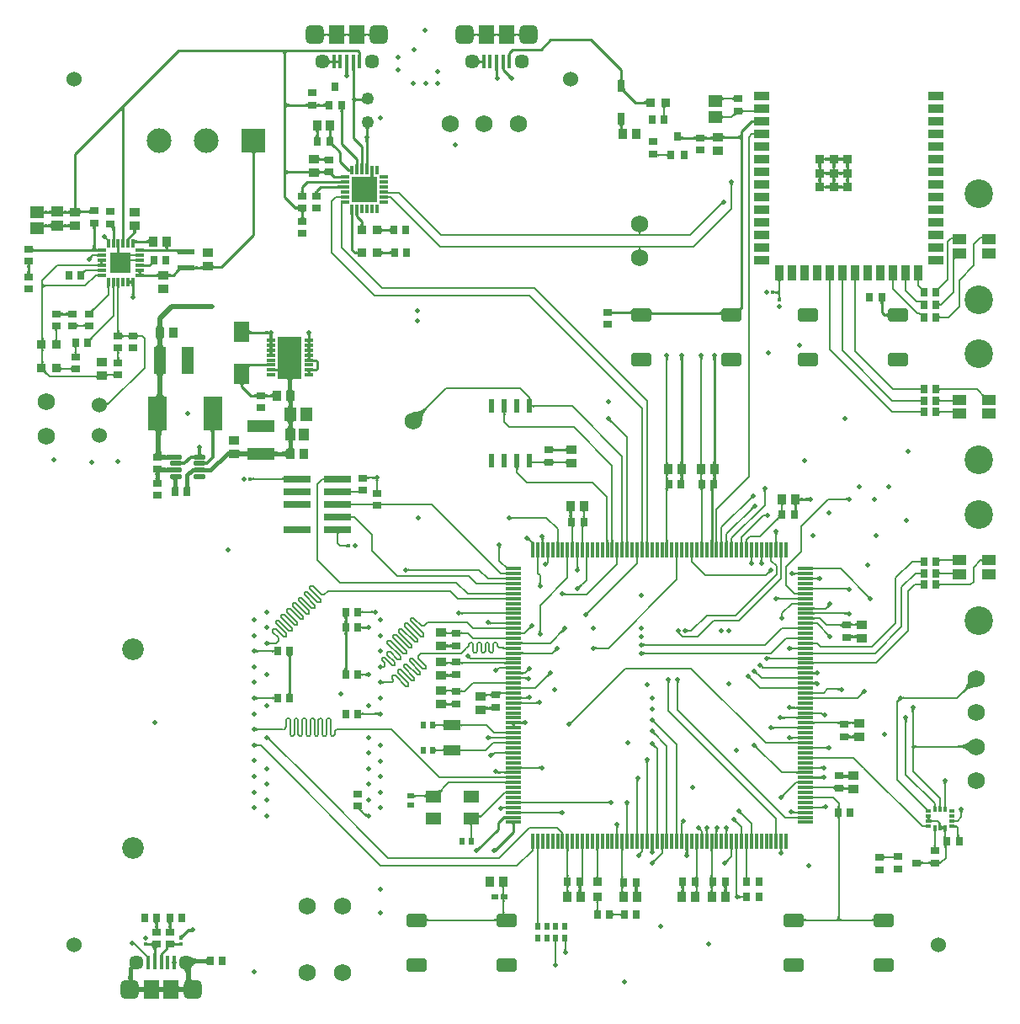
<source format=gtl>
G04*
G04 #@! TF.GenerationSoftware,Altium Limited,Altium Designer,20.2.5 (213)*
G04*
G04 Layer_Physical_Order=1*
G04 Layer_Color=255*
%FSLAX25Y25*%
%MOIN*%
G70*
G04*
G04 #@! TF.SameCoordinates,C1AB7A55-160F-408B-B7C6-D50FE72A222F*
G04*
G04*
G04 #@! TF.FilePolarity,Positive*
G04*
G01*
G75*
%ADD18C,0.01000*%
%ADD20R,0.03543X0.03937*%
%ADD39R,0.03937X0.03543*%
%ADD73C,0.01968*%
%ADD80C,0.00600*%
%ADD81R,0.01968X0.03150*%
%ADD82R,0.03150X0.03543*%
G04:AMPARAMS|DCode=83|XSize=59.84mil|YSize=11.02mil|CornerRadius=0.39mil|HoleSize=0mil|Usage=FLASHONLY|Rotation=270.000|XOffset=0mil|YOffset=0mil|HoleType=Round|Shape=RoundedRectangle|*
%AMROUNDEDRECTD83*
21,1,0.05984,0.01025,0,0,270.0*
21,1,0.05907,0.01102,0,0,270.0*
1,1,0.00077,-0.00513,-0.02954*
1,1,0.00077,-0.00513,0.02954*
1,1,0.00077,0.00513,0.02954*
1,1,0.00077,0.00513,-0.02954*
%
%ADD83ROUNDEDRECTD83*%
G04:AMPARAMS|DCode=84|XSize=59.84mil|YSize=11.02mil|CornerRadius=0.39mil|HoleSize=0mil|Usage=FLASHONLY|Rotation=180.000|XOffset=0mil|YOffset=0mil|HoleType=Round|Shape=RoundedRectangle|*
%AMROUNDEDRECTD84*
21,1,0.05984,0.01025,0,0,180.0*
21,1,0.05907,0.01102,0,0,180.0*
1,1,0.00077,-0.02954,0.00513*
1,1,0.00077,0.02954,0.00513*
1,1,0.00077,0.02954,-0.00513*
1,1,0.00077,-0.02954,-0.00513*
%
%ADD84ROUNDEDRECTD84*%
%ADD85R,0.02362X0.05709*%
%ADD86R,0.09606X0.17087*%
G04:AMPARAMS|DCode=87|XSize=33.86mil|YSize=10.63mil|CornerRadius=1.33mil|HoleSize=0mil|Usage=FLASHONLY|Rotation=0.000|XOffset=0mil|YOffset=0mil|HoleType=Round|Shape=RoundedRectangle|*
%AMROUNDEDRECTD87*
21,1,0.03386,0.00797,0,0,0.0*
21,1,0.03120,0.01063,0,0,0.0*
1,1,0.00266,0.01560,-0.00399*
1,1,0.00266,-0.01560,-0.00399*
1,1,0.00266,-0.01560,0.00399*
1,1,0.00266,0.01560,0.00399*
%
%ADD87ROUNDEDRECTD87*%
G04:AMPARAMS|DCode=88|XSize=55.12mil|YSize=82.68mil|CornerRadius=13.78mil|HoleSize=0mil|Usage=FLASHONLY|Rotation=90.000|XOffset=0mil|YOffset=0mil|HoleType=Round|Shape=RoundedRectangle|*
%AMROUNDEDRECTD88*
21,1,0.05512,0.05512,0,0,90.0*
21,1,0.02756,0.08268,0,0,90.0*
1,1,0.02756,0.02756,0.01378*
1,1,0.02756,0.02756,-0.01378*
1,1,0.02756,-0.02756,-0.01378*
1,1,0.02756,-0.02756,0.01378*
%
%ADD88ROUNDEDRECTD88*%
%ADD89R,0.05551X0.04370*%
%ADD90R,0.03543X0.03543*%
%ADD91R,0.05906X0.03543*%
%ADD92R,0.03543X0.05906*%
%ADD93R,0.02953X0.03347*%
%ADD94R,0.03347X0.01181*%
G04:AMPARAMS|DCode=95|XSize=33.07mil|YSize=10.24mil|CornerRadius=1.28mil|HoleSize=0mil|Usage=FLASHONLY|Rotation=90.000|XOffset=0mil|YOffset=0mil|HoleType=Round|Shape=RoundedRectangle|*
%AMROUNDEDRECTD95*
21,1,0.03307,0.00768,0,0,90.0*
21,1,0.03051,0.01024,0,0,90.0*
1,1,0.00256,0.00384,0.01526*
1,1,0.00256,0.00384,-0.01526*
1,1,0.00256,-0.00384,-0.01526*
1,1,0.00256,-0.00384,0.01526*
%
%ADD95ROUNDEDRECTD95*%
G04:AMPARAMS|DCode=96|XSize=33.07mil|YSize=10.24mil|CornerRadius=1.28mil|HoleSize=0mil|Usage=FLASHONLY|Rotation=0.000|XOffset=0mil|YOffset=0mil|HoleType=Round|Shape=RoundedRectangle|*
%AMROUNDEDRECTD96*
21,1,0.03307,0.00768,0,0,0.0*
21,1,0.03051,0.01024,0,0,0.0*
1,1,0.00256,0.01526,-0.00384*
1,1,0.00256,-0.01526,-0.00384*
1,1,0.00256,-0.01526,0.00384*
1,1,0.00256,0.01526,0.00384*
%
%ADD96ROUNDEDRECTD96*%
%ADD97R,0.08268X0.08268*%
%ADD98R,0.03347X0.02953*%
%ADD99R,0.02362X0.02520*%
%ADD100R,0.03543X0.03150*%
%ADD101R,0.01732X0.01378*%
%ADD102R,0.10984X0.02913*%
%ADD103R,0.03740X0.03740*%
%ADD104R,0.03740X0.03740*%
%ADD105R,0.02756X0.03543*%
%ADD106R,0.01575X0.05315*%
%ADD107R,0.05906X0.07480*%
%ADD108R,0.01378X0.01732*%
G04:AMPARAMS|DCode=109|XSize=48.82mil|YSize=18.11mil|CornerRadius=4.53mil|HoleSize=0mil|Usage=FLASHONLY|Rotation=180.000|XOffset=0mil|YOffset=0mil|HoleType=Round|Shape=RoundedRectangle|*
%AMROUNDEDRECTD109*
21,1,0.04882,0.00906,0,0,180.0*
21,1,0.03976,0.01811,0,0,180.0*
1,1,0.00906,-0.01988,0.00453*
1,1,0.00906,0.01988,0.00453*
1,1,0.00906,0.01988,-0.00453*
1,1,0.00906,-0.01988,-0.00453*
%
%ADD109ROUNDEDRECTD109*%
%ADD110R,0.07284X0.13386*%
%ADD111R,0.05118X0.04331*%
%ADD112R,0.01181X0.03347*%
%ADD113R,0.10039X0.10039*%
%ADD114R,0.04331X0.05118*%
%ADD115R,0.07087X0.03937*%
%ADD116R,0.07087X0.02362*%
%ADD117C,0.04921*%
%ADD118R,0.05906X0.08346*%
%ADD119R,0.02520X0.02362*%
%ADD120R,0.06299X0.04921*%
%ADD121R,0.01378X0.02284*%
%ADD122R,0.02284X0.01378*%
%ADD123R,0.03543X0.02756*%
%ADD124R,0.05512X0.05118*%
%ADD125R,0.02953X0.04921*%
%ADD126R,0.02559X0.02362*%
%ADD127R,0.05118X0.10630*%
%ADD128R,0.10630X0.05118*%
%ADD129R,0.05118X0.05512*%
%ADD130C,0.00800*%
%ADD131C,0.00700*%
%ADD132C,0.01500*%
%ADD133C,0.02000*%
%ADD134C,0.01150*%
%ADD135C,0.01200*%
%ADD136C,0.01300*%
%ADD137C,0.06890*%
%ADD138C,0.11299*%
%ADD139C,0.01575*%
%ADD140C,0.08563*%
G04:AMPARAMS|DCode=141|XSize=70.87mil|YSize=74.8mil|CornerRadius=17.72mil|HoleSize=0mil|Usage=FLASHONLY|Rotation=180.000|XOffset=0mil|YOffset=0mil|HoleType=Round|Shape=RoundedRectangle|*
%AMROUNDEDRECTD141*
21,1,0.07087,0.03937,0,0,180.0*
21,1,0.03543,0.07480,0,0,180.0*
1,1,0.03543,-0.01772,0.01968*
1,1,0.03543,0.01772,0.01968*
1,1,0.03543,0.01772,-0.01968*
1,1,0.03543,-0.01772,-0.01968*
%
%ADD141ROUNDEDRECTD141*%
%ADD142C,0.05709*%
%ADD143R,0.09744X0.09744*%
%ADD144C,0.09744*%
%ADD145C,0.06000*%
G36*
X946446Y911421D02*
X946438Y911497D01*
X946413Y911565D01*
X946373Y911625D01*
X946316Y911677D01*
X946243Y911720D01*
X946154Y911757D01*
X946048Y911784D01*
X945926Y911804D01*
X945788Y911817D01*
X945634Y911821D01*
Y912621D01*
X945788Y912624D01*
X945926Y912636D01*
X946048Y912656D01*
X946154Y912685D01*
X946243Y912720D01*
X946316Y912764D01*
X946373Y912817D01*
X946413Y912877D01*
X946438Y912945D01*
X946446Y913021D01*
Y911421D01*
D02*
G37*
G36*
X944256Y912945D02*
X944280Y912877D01*
X944321Y912817D01*
X944378Y912764D01*
X944451Y912720D01*
X944540Y912685D01*
X944646Y912656D01*
X944767Y912636D01*
X944905Y912624D01*
X945060Y912621D01*
Y911821D01*
X944905Y911817D01*
X944767Y911804D01*
X944646Y911784D01*
X944540Y911757D01*
X944451Y911720D01*
X944378Y911677D01*
X944321Y911625D01*
X944280Y911565D01*
X944256Y911497D01*
X944248Y911421D01*
Y913021D01*
X944256Y912945D01*
D02*
G37*
G36*
X938390Y911421D02*
X938382Y911497D01*
X938358Y911565D01*
X938317Y911625D01*
X938260Y911677D01*
X938187Y911720D01*
X938098Y911757D01*
X937992Y911784D01*
X937871Y911804D01*
X937732Y911817D01*
X937578Y911821D01*
Y912621D01*
X937732Y912624D01*
X937871Y912636D01*
X937992Y912656D01*
X938098Y912685D01*
X938187Y912720D01*
X938260Y912764D01*
X938317Y912817D01*
X938358Y912877D01*
X938382Y912945D01*
X938390Y913021D01*
Y911421D01*
D02*
G37*
G36*
X936382Y912945D02*
X936406Y912877D01*
X936447Y912817D01*
X936504Y912764D01*
X936577Y912720D01*
X936666Y912685D01*
X936771Y912656D01*
X936893Y912636D01*
X937031Y912624D01*
X937186Y912621D01*
Y911821D01*
X937031Y911817D01*
X936893Y911804D01*
X936771Y911784D01*
X936666Y911757D01*
X936577Y911720D01*
X936504Y911677D01*
X936447Y911625D01*
X936406Y911565D01*
X936382Y911497D01*
X936374Y911421D01*
Y913021D01*
X936382Y912945D01*
D02*
G37*
G36*
X930516Y911421D02*
X930508Y911497D01*
X930484Y911565D01*
X930443Y911625D01*
X930386Y911677D01*
X930313Y911720D01*
X930224Y911757D01*
X930118Y911784D01*
X929996Y911804D01*
X929858Y911817D01*
X929704Y911821D01*
Y912621D01*
X929858Y912624D01*
X929996Y912636D01*
X930118Y912656D01*
X930224Y912685D01*
X930313Y912720D01*
X930386Y912764D01*
X930443Y912817D01*
X930484Y912877D01*
X930508Y912945D01*
X930516Y913021D01*
Y911421D01*
D02*
G37*
G36*
X928326Y912945D02*
X928350Y912877D01*
X928391Y912817D01*
X928448Y912764D01*
X928521Y912720D01*
X928610Y912685D01*
X928716Y912656D01*
X928838Y912636D01*
X928976Y912624D01*
X929130Y912621D01*
Y911821D01*
X928976Y911817D01*
X928838Y911804D01*
X928716Y911784D01*
X928610Y911757D01*
X928521Y911720D01*
X928448Y911677D01*
X928391Y911625D01*
X928350Y911565D01*
X928326Y911497D01*
X928318Y911421D01*
Y913021D01*
X928326Y912945D01*
D02*
G37*
G36*
X887127Y911421D02*
X887119Y911497D01*
X887094Y911565D01*
X887054Y911625D01*
X886997Y911677D01*
X886924Y911720D01*
X886835Y911757D01*
X886729Y911784D01*
X886607Y911804D01*
X886469Y911817D01*
X886315Y911821D01*
Y912621D01*
X886469Y912624D01*
X886607Y912636D01*
X886729Y912656D01*
X886835Y912685D01*
X886924Y912720D01*
X886997Y912764D01*
X887054Y912817D01*
X887094Y912877D01*
X887119Y912945D01*
X887127Y913021D01*
Y911421D01*
D02*
G37*
G36*
X884937Y912945D02*
X884961Y912877D01*
X885002Y912817D01*
X885059Y912764D01*
X885132Y912720D01*
X885221Y912685D01*
X885327Y912656D01*
X885448Y912636D01*
X885586Y912624D01*
X885741Y912621D01*
Y911821D01*
X885586Y911817D01*
X885448Y911804D01*
X885327Y911784D01*
X885221Y911757D01*
X885132Y911720D01*
X885059Y911677D01*
X885002Y911625D01*
X884961Y911565D01*
X884937Y911497D01*
X884929Y911421D01*
Y913021D01*
X884937Y912945D01*
D02*
G37*
G36*
X879071Y911421D02*
X879063Y911497D01*
X879039Y911565D01*
X878998Y911625D01*
X878941Y911677D01*
X878868Y911720D01*
X878779Y911757D01*
X878673Y911784D01*
X878552Y911804D01*
X878413Y911817D01*
X878259Y911821D01*
Y912621D01*
X878413Y912624D01*
X878552Y912636D01*
X878673Y912656D01*
X878779Y912685D01*
X878868Y912720D01*
X878941Y912764D01*
X878998Y912817D01*
X879039Y912877D01*
X879063Y912945D01*
X879071Y913021D01*
Y911421D01*
D02*
G37*
G36*
X877063Y912945D02*
X877087Y912877D01*
X877128Y912817D01*
X877185Y912764D01*
X877258Y912720D01*
X877347Y912685D01*
X877453Y912656D01*
X877574Y912636D01*
X877712Y912624D01*
X877867Y912621D01*
Y911821D01*
X877712Y911817D01*
X877574Y911804D01*
X877453Y911784D01*
X877347Y911757D01*
X877258Y911720D01*
X877185Y911677D01*
X877128Y911625D01*
X877087Y911565D01*
X877063Y911497D01*
X877055Y911421D01*
Y913021D01*
X877063Y912945D01*
D02*
G37*
G36*
X871197Y911421D02*
X871189Y911497D01*
X871165Y911565D01*
X871124Y911625D01*
X871067Y911677D01*
X870994Y911720D01*
X870905Y911757D01*
X870799Y911784D01*
X870677Y911804D01*
X870539Y911817D01*
X870385Y911821D01*
Y912621D01*
X870539Y912624D01*
X870677Y912636D01*
X870799Y912656D01*
X870905Y912685D01*
X870994Y912720D01*
X871067Y912764D01*
X871124Y912817D01*
X871165Y912877D01*
X871189Y912945D01*
X871197Y913021D01*
Y911421D01*
D02*
G37*
G36*
X869007Y912945D02*
X869032Y912877D01*
X869072Y912817D01*
X869129Y912764D01*
X869202Y912720D01*
X869291Y912685D01*
X869397Y912656D01*
X869519Y912636D01*
X869657Y912624D01*
X869811Y912621D01*
Y911821D01*
X869657Y911817D01*
X869519Y911804D01*
X869397Y911784D01*
X869291Y911757D01*
X869202Y911720D01*
X869129Y911677D01*
X869072Y911625D01*
X869032Y911565D01*
X869007Y911497D01*
X868999Y911421D01*
Y913021D01*
X869007Y912945D01*
D02*
G37*
G36*
X943028Y904961D02*
X943048Y904675D01*
X943065Y904558D01*
X943088Y904460D01*
X943115Y904379D01*
X943148Y904317D01*
X943185Y904272D01*
X943228Y904245D01*
X943275Y904236D01*
X941725D01*
X941782Y904245D01*
X941833Y904272D01*
X941878Y904317D01*
X941917Y904379D01*
X941950Y904460D01*
X941977Y904558D01*
X941998Y904675D01*
X942013Y904809D01*
X942025Y905132D01*
X943025D01*
X943028Y904961D01*
D02*
G37*
G36*
X883654Y905046D02*
X883679Y904726D01*
X883700Y904596D01*
X883728Y904486D01*
X883761Y904396D01*
X883801Y904326D01*
X883847Y904276D01*
X883899Y904246D01*
X883957Y904236D01*
X882406D01*
X882452Y904246D01*
X882494Y904276D01*
X882531Y904326D01*
X882563Y904396D01*
X882590Y904486D01*
X882612Y904596D01*
X882629Y904726D01*
X882649Y905046D01*
X882651Y905236D01*
X883651D01*
X883654Y905046D01*
D02*
G37*
G36*
X855000Y905520D02*
X855000D01*
X855000Y905520D01*
X854810Y905505D01*
X854640Y905460D01*
X854490Y905385D01*
X854360Y905280D01*
X854250Y905145D01*
X854160Y904980D01*
X854090Y904785D01*
X854040Y904560D01*
X854010Y904305D01*
X854000Y904020D01*
X854000D01*
Y904020D01*
X853000D01*
X852990Y904305D01*
X852960Y904560D01*
X852910Y904785D01*
X852840Y904980D01*
X852750Y905145D01*
X852640Y905280D01*
X852510Y905385D01*
X852360Y905460D01*
X852190Y905505D01*
X852000Y905520D01*
X852000Y905520D01*
X852000D01*
X853500Y906520D01*
X855000Y905520D01*
D02*
G37*
G36*
X874741Y900791D02*
X874732Y900867D01*
X874708Y900935D01*
X874667Y900994D01*
X874611Y901047D01*
X874537Y901091D01*
X874448Y901126D01*
X874343Y901155D01*
X874224Y901174D01*
X874106Y901155D01*
X874001Y901126D01*
X873911Y901091D01*
X873838Y901047D01*
X873781Y900994D01*
X873741Y900935D01*
X873716Y900867D01*
X873708Y900791D01*
Y902391D01*
X873716Y902315D01*
X873741Y902247D01*
X873781Y902186D01*
X873838Y902135D01*
X873911Y902091D01*
X874001Y902055D01*
X874106Y902026D01*
X874224Y902007D01*
X874343Y902026D01*
X874448Y902055D01*
X874537Y902091D01*
X874611Y902135D01*
X874667Y902186D01*
X874708Y902247D01*
X874732Y902315D01*
X874741Y902391D01*
Y900791D01*
D02*
G37*
G36*
X930249Y902550D02*
X930352Y902433D01*
X930485Y902329D01*
X930648Y902239D01*
X930842Y902163D01*
X931065Y902101D01*
X931241Y902068D01*
X931297Y902091D01*
X931371Y902135D01*
X931427Y902186D01*
X931468Y902247D01*
X931492Y902315D01*
X931500Y902391D01*
Y902031D01*
X931604Y902018D01*
X931919Y901997D01*
X932264Y901991D01*
Y901191D01*
X931919Y901184D01*
X931500Y901145D01*
Y900791D01*
X931492Y900867D01*
X931468Y900935D01*
X931427Y900994D01*
X931371Y901047D01*
X931297Y901091D01*
X931241Y901113D01*
X931065Y901080D01*
X930842Y901018D01*
X930648Y900942D01*
X930485Y900852D01*
X930352Y900748D01*
X930249Y900631D01*
X930177Y900500D01*
Y902681D01*
X930249Y902550D01*
D02*
G37*
G36*
X870930D02*
X871033Y902433D01*
X871166Y902329D01*
X871329Y902239D01*
X871523Y902163D01*
X871747Y902101D01*
X871922Y902068D01*
X871978Y902091D01*
X872052Y902135D01*
X872108Y902186D01*
X872149Y902247D01*
X872173Y902315D01*
X872182Y902391D01*
Y902031D01*
X872285Y902018D01*
X872600Y901997D01*
X872945Y901991D01*
Y901191D01*
X872600Y901184D01*
X872182Y901145D01*
Y900791D01*
X872173Y900867D01*
X872149Y900935D01*
X872108Y900994D01*
X872052Y901047D01*
X871978Y901091D01*
X871922Y901113D01*
X871747Y901080D01*
X871523Y901018D01*
X871329Y900942D01*
X871166Y900852D01*
X871033Y900748D01*
X870930Y900631D01*
X870858Y900500D01*
Y902681D01*
X870930Y902550D01*
D02*
G37*
G36*
X940716Y898945D02*
X940700Y898938D01*
X940685Y898916D01*
X940672Y898879D01*
X940660Y898828D01*
X940650Y898762D01*
X940636Y898586D01*
X940629Y898212D01*
X939629D01*
X939626Y898353D01*
X939608Y898591D01*
X939591Y898688D01*
X939570Y898770D01*
X939545Y898837D01*
X939514Y898889D01*
X939479Y898927D01*
X939440Y898949D01*
X939395Y898957D01*
X940716Y898945D01*
D02*
G37*
G36*
X938105Y898935D02*
X938058Y898905D01*
X938017Y898855D01*
X937981Y898785D01*
X937951Y898695D01*
X937926Y898585D01*
X937907Y898455D01*
X937893Y898305D01*
X937882Y897945D01*
X936882D01*
X936879Y898135D01*
X936857Y898455D01*
X936838Y898585D01*
X936813Y898695D01*
X936783Y898785D01*
X936747Y898855D01*
X936706Y898905D01*
X936659Y898935D01*
X936607Y898945D01*
X938157D01*
X938105Y898935D01*
D02*
G37*
G36*
X881345D02*
X881298Y898905D01*
X881257Y898855D01*
X881221Y898785D01*
X881191Y898695D01*
X881166Y898585D01*
X881147Y898455D01*
X881133Y898305D01*
X881122Y897945D01*
X880122D01*
X880119Y898135D01*
X880097Y898455D01*
X880078Y898585D01*
X880053Y898695D01*
X880023Y898785D01*
X879987Y898855D01*
X879946Y898905D01*
X879899Y898935D01*
X879847Y898945D01*
X881398D01*
X881345Y898935D01*
D02*
G37*
G36*
X878780D02*
X878728Y898905D01*
X878682Y898855D01*
X878642Y898785D01*
X878608Y898695D01*
X878581Y898585D01*
X878559Y898455D01*
X878544Y898305D01*
X878532Y897958D01*
X878533Y897791D01*
X878576Y897107D01*
X878596Y896983D01*
X878619Y896879D01*
X878646Y896794D01*
X878677Y896728D01*
X878711Y896681D01*
X877334Y896725D01*
X877371Y896770D01*
X877405Y896836D01*
X877435Y896920D01*
X877460Y897023D01*
X877482Y897146D01*
X877514Y897449D01*
X877530Y897828D01*
X877531Y897987D01*
X877529Y898135D01*
X877493Y898585D01*
X877470Y898695D01*
X877444Y898785D01*
X877412Y898855D01*
X877375Y898905D01*
X877334Y898935D01*
X877288Y898945D01*
X878838D01*
X878780Y898935D01*
D02*
G37*
G36*
X937884Y897080D02*
X937920Y896552D01*
X937941Y896420D01*
X937968Y896310D01*
X937999Y896221D01*
X938034Y896154D01*
X938075Y896108D01*
X938120Y896085D01*
X936973Y895547D01*
X936882Y897172D01*
X937882Y897299D01*
X937884Y897080D01*
D02*
G37*
G36*
X942282Y896769D02*
X942797Y896318D01*
X942898Y896245D01*
X942989Y896189D01*
X943069Y896149D01*
X943139Y896126D01*
X943197Y896118D01*
X942222Y895144D01*
X942215Y895202D01*
X942191Y895271D01*
X942151Y895351D01*
X942095Y895442D01*
X942023Y895544D01*
X941830Y895780D01*
X941572Y896059D01*
X941418Y896215D01*
X942126Y896922D01*
X942282Y896769D01*
D02*
G37*
G36*
X987320Y895252D02*
X987335Y895080D01*
X987360Y894929D01*
X987395Y894797D01*
X987440Y894686D01*
X987495Y894595D01*
X987560Y894524D01*
X987635Y894473D01*
X987720Y894443D01*
X987815Y894433D01*
X985815D01*
X985910Y894443D01*
X985995Y894473D01*
X986070Y894524D01*
X986135Y894595D01*
X986190Y894686D01*
X986235Y894797D01*
X986270Y894929D01*
X986295Y895080D01*
X986310Y895252D01*
X986315Y895445D01*
X987315D01*
X987320Y895252D01*
D02*
G37*
G36*
X988223Y890884D02*
X988194Y890792D01*
Y890686D01*
X988223Y890566D01*
X988279Y890431D01*
X988364Y890283D01*
X988477Y890120D01*
X988619Y889943D01*
X988986Y889547D01*
X988279Y888840D01*
X988074Y889038D01*
X987707Y889349D01*
X987544Y889463D01*
X987395Y889547D01*
X987261Y889604D01*
X987141Y889632D01*
X987035D01*
X986943Y889604D01*
X986865Y889547D01*
X988279Y890962D01*
X988223Y890884D01*
D02*
G37*
G36*
X1031252Y886161D02*
X1031244Y886237D01*
X1031220Y886305D01*
X1031179Y886365D01*
X1031122Y886417D01*
X1031049Y886461D01*
X1030960Y886497D01*
X1030855Y886525D01*
X1030733Y886545D01*
X1030595Y886557D01*
X1030440Y886561D01*
Y887361D01*
X1030595Y887365D01*
X1030733Y887377D01*
X1030855Y887397D01*
X1030960Y887425D01*
X1031049Y887461D01*
X1031122Y887505D01*
X1031179Y887557D01*
X1031220Y887617D01*
X1031244Y887685D01*
X1031252Y887761D01*
Y886161D01*
D02*
G37*
G36*
X1026815Y887685D02*
X1026839Y887617D01*
X1026880Y887557D01*
X1026937Y887505D01*
X1027010Y887461D01*
X1027099Y887425D01*
X1027205Y887397D01*
X1027326Y887377D01*
X1027464Y887365D01*
X1027619Y887361D01*
Y886561D01*
X1027464Y886557D01*
X1027326Y886545D01*
X1027205Y886525D01*
X1027099Y886497D01*
X1027010Y886461D01*
X1026937Y886417D01*
X1026880Y886365D01*
X1026839Y886305D01*
X1026815Y886237D01*
X1026807Y886161D01*
Y887761D01*
X1026815Y887685D01*
D02*
G37*
G36*
X884471Y885608D02*
X884403Y885693D01*
X884323Y885769D01*
X884231Y885835D01*
X884126Y885893D01*
X884008Y885942D01*
X883877Y885982D01*
X883734Y886013D01*
X883578Y886035D01*
X883410Y886049D01*
X883229Y886053D01*
X883040Y887053D01*
X883220Y887058D01*
X883384Y887074D01*
X883532Y887100D01*
X883663Y887137D01*
X883778Y887184D01*
X883877Y887241D01*
X883959Y887309D01*
X884025Y887387D01*
X884074Y887476D01*
X884107Y887575D01*
X884471Y885608D01*
D02*
G37*
G36*
X881137Y887863D02*
X881182Y887693D01*
X881257Y887543D01*
X881362Y887413D01*
X881497Y887303D01*
X881662Y887213D01*
X881857Y887143D01*
X882082Y887093D01*
X882337Y887063D01*
X882622Y887053D01*
Y886053D01*
X882337Y886043D01*
X882082Y886013D01*
X881857Y885963D01*
X881662Y885893D01*
X881497Y885803D01*
X881362Y885693D01*
X881257Y885563D01*
X881182Y885413D01*
X881137Y885243D01*
X881122Y885053D01*
X880122Y886553D01*
X881122Y888053D01*
X881137Y887863D01*
D02*
G37*
G36*
X996571Y884500D02*
X996561Y884595D01*
X996531Y884680D01*
X996480Y884755D01*
X996409Y884820D01*
X996318Y884875D01*
X996207Y884920D01*
X996075Y884955D01*
X995924Y884980D01*
X995751Y884995D01*
X995559Y885000D01*
Y886000D01*
X995751Y886005D01*
X995924Y886020D01*
X996075Y886045D01*
X996207Y886080D01*
X996318Y886125D01*
X996409Y886180D01*
X996480Y886245D01*
X996531Y886320D01*
X996561Y886405D01*
X996571Y886500D01*
Y884500D01*
D02*
G37*
G36*
X869587Y883539D02*
X869577Y883634D01*
X869547Y883719D01*
X869496Y883794D01*
X869425Y883859D01*
X869334Y883914D01*
X869223Y883959D01*
X869091Y883994D01*
X868939Y884019D01*
X868767Y884034D01*
X868575Y884039D01*
Y885039D01*
X868767Y885044D01*
X868939Y885059D01*
X869091Y885084D01*
X869223Y885119D01*
X869334Y885164D01*
X869425Y885219D01*
X869496Y885284D01*
X869547Y885359D01*
X869577Y885444D01*
X869587Y885539D01*
Y883539D01*
D02*
G37*
G36*
X866258Y885444D02*
X866288Y885359D01*
X866339Y885284D01*
X866410Y885219D01*
X866501Y885164D01*
X866612Y885119D01*
X866743Y885084D01*
X866895Y885059D01*
X867067Y885044D01*
X867260Y885039D01*
Y884039D01*
X867067Y884034D01*
X866895Y884019D01*
X866743Y883994D01*
X866612Y883959D01*
X866501Y883914D01*
X866410Y883859D01*
X866339Y883794D01*
X866288Y883719D01*
X866258Y883634D01*
X866248Y883539D01*
Y885539D01*
X866258Y885444D01*
D02*
G37*
G36*
X862752Y883500D02*
X862742Y883595D01*
X862712Y883680D01*
X862661Y883755D01*
X862590Y883820D01*
X862499Y883875D01*
X862388Y883920D01*
X862257Y883955D01*
X862105Y883980D01*
X861933Y883995D01*
X861740Y884000D01*
Y885000D01*
X861933Y885005D01*
X862105Y885020D01*
X862257Y885045D01*
X862388Y885080D01*
X862499Y885125D01*
X862590Y885180D01*
X862661Y885245D01*
X862712Y885320D01*
X862742Y885405D01*
X862752Y885500D01*
Y883500D01*
D02*
G37*
G36*
X854015Y885810D02*
X854060Y885640D01*
X854135Y885490D01*
X854240Y885360D01*
X854375Y885250D01*
X854540Y885160D01*
X854735Y885090D01*
X854960Y885040D01*
X855215Y885010D01*
X855500Y885000D01*
Y884000D01*
X855215Y883990D01*
X854960Y883960D01*
X854735Y883910D01*
X854540Y883840D01*
X854375Y883750D01*
X854240Y883640D01*
X854135Y883510D01*
X854060Y883360D01*
X854015Y883190D01*
X854000Y883000D01*
X853000Y884500D01*
X854000Y886000D01*
X854015Y885810D01*
D02*
G37*
G36*
X1004456Y883634D02*
X1004388Y883610D01*
X1004328Y883570D01*
X1004276Y883514D01*
X1004232Y883442D01*
X1004196Y883354D01*
X1004168Y883250D01*
X1004148Y883130D01*
X1004136Y882994D01*
X1004132Y882842D01*
X1003332D01*
X1003328Y882994D01*
X1003316Y883130D01*
X1003296Y883250D01*
X1003268Y883354D01*
X1003232Y883442D01*
X1003188Y883514D01*
X1003136Y883570D01*
X1003076Y883610D01*
X1003008Y883634D01*
X1002932Y883642D01*
X1004532D01*
X1004456Y883634D01*
D02*
G37*
G36*
X876964Y882502D02*
X876879Y882472D01*
X876804Y882421D01*
X876739Y882350D01*
X876684Y882259D01*
X876639Y882148D01*
X876604Y882016D01*
X876579Y881864D01*
X876564Y881693D01*
X876559Y881500D01*
X875559D01*
X875554Y881693D01*
X875539Y881864D01*
X875514Y882016D01*
X875479Y882148D01*
X875434Y882259D01*
X875379Y882350D01*
X875314Y882421D01*
X875239Y882472D01*
X875154Y882502D01*
X875059Y882512D01*
X877059D01*
X876964Y882502D01*
D02*
G37*
G36*
X790557Y884335D02*
X790437Y884170D01*
X790331Y883989D01*
X790239Y883792D01*
X790161Y883579D01*
X790097Y883350D01*
X790048Y883106D01*
X790013Y882845D01*
X789991Y882569D01*
X789984Y882277D01*
X788984Y881277D01*
X788977Y881555D01*
X788956Y881789D01*
X788921Y881979D01*
X788871Y882124D01*
X788807Y882225D01*
X788730Y882283D01*
X788638Y882296D01*
X788532Y882265D01*
X788412Y882189D01*
X788277Y882070D01*
X789131Y884338D01*
X790691Y884484D01*
X790557Y884335D01*
D02*
G37*
G36*
X1039516Y881239D02*
X1039508Y881315D01*
X1039484Y881383D01*
X1039443Y881443D01*
X1039386Y881495D01*
X1039313Y881539D01*
X1039224Y881575D01*
X1039118Y881603D01*
X1038997Y881623D01*
X1038858Y881635D01*
X1038704Y881639D01*
Y882439D01*
X1038858Y882443D01*
X1038997Y882455D01*
X1039118Y882475D01*
X1039224Y882503D01*
X1039313Y882539D01*
X1039386Y882583D01*
X1039443Y882635D01*
X1039484Y882695D01*
X1039508Y882763D01*
X1039516Y882839D01*
Y881239D01*
D02*
G37*
G36*
X1034756Y882763D02*
X1034780Y882695D01*
X1034821Y882635D01*
X1034878Y882583D01*
X1034951Y882539D01*
X1035040Y882503D01*
X1035145Y882475D01*
X1035267Y882455D01*
X1035405Y882443D01*
X1035560Y882439D01*
Y881639D01*
X1035405Y881635D01*
X1035267Y881623D01*
X1035145Y881603D01*
X1035040Y881575D01*
X1034951Y881539D01*
X1034878Y881495D01*
X1034821Y881443D01*
X1034780Y881383D01*
X1034756Y881315D01*
X1034748Y881239D01*
Y882839D01*
X1034756Y882763D01*
D02*
G37*
G36*
X1032372Y880477D02*
X1032310Y880522D01*
X1032236Y880544D01*
X1032151D01*
X1032055Y880522D01*
X1031948Y880477D01*
X1031829Y880409D01*
X1031699Y880318D01*
X1031557Y880205D01*
X1031240Y879911D01*
X1030675Y880477D01*
X1030833Y880641D01*
X1031082Y880935D01*
X1031172Y881065D01*
X1031240Y881184D01*
X1031286Y881291D01*
X1031308Y881387D01*
Y881472D01*
X1031286Y881546D01*
X1031240Y881608D01*
X1032372Y880477D01*
D02*
G37*
G36*
X1004136Y880882D02*
X1004148Y880744D01*
X1004168Y880622D01*
X1004196Y880516D01*
X1004232Y880427D01*
X1004276Y880354D01*
X1004328Y880297D01*
X1004388Y880256D01*
X1004456Y880232D01*
X1004532Y880224D01*
X1002932D01*
X1003008Y880232D01*
X1003076Y880256D01*
X1003136Y880297D01*
X1003188Y880354D01*
X1003232Y880427D01*
X1003268Y880516D01*
X1003296Y880622D01*
X1003316Y880744D01*
X1003328Y880882D01*
X1003332Y881036D01*
X1004132D01*
X1004136Y880882D01*
D02*
G37*
G36*
X1024842Y880390D02*
X1024924Y880341D01*
X1025021Y880297D01*
X1025134Y880260D01*
X1025264Y880228D01*
X1025410Y880202D01*
X1025750Y880167D01*
X1025945Y880159D01*
X1026155Y880156D01*
Y879356D01*
X1025945Y879353D01*
X1025410Y879310D01*
X1025264Y879284D01*
X1025134Y879252D01*
X1025021Y879214D01*
X1024924Y879171D01*
X1024842Y879122D01*
X1024778Y879067D01*
Y880445D01*
X1024842Y880390D01*
D02*
G37*
G36*
X1026815Y880480D02*
X1026839Y880412D01*
X1026880Y880352D01*
X1026937Y880300D01*
X1027010Y880256D01*
X1027099Y880220D01*
X1027205Y880192D01*
X1027326Y880172D01*
X1027464Y880160D01*
X1027619Y880156D01*
Y879356D01*
X1027464Y879352D01*
X1027326Y879340D01*
X1027205Y879320D01*
X1027099Y879292D01*
X1027010Y879256D01*
X1026937Y879212D01*
X1026880Y879160D01*
X1026839Y879100D01*
X1026815Y879032D01*
X1026807Y878956D01*
Y880556D01*
X1026815Y880480D01*
D02*
G37*
G36*
X1039516Y876906D02*
X1039506Y877001D01*
X1039476Y877085D01*
X1039425Y877160D01*
X1039354Y877225D01*
X1039263Y877281D01*
X1039152Y877326D01*
X1039020Y877361D01*
X1038868Y877386D01*
X1038696Y877400D01*
X1038504Y877405D01*
Y878405D01*
X1038696Y878411D01*
X1038868Y878426D01*
X1039020Y878450D01*
X1039152Y878485D01*
X1039263Y878531D01*
X1039354Y878586D01*
X1039425Y878650D01*
X1039476Y878726D01*
X1039506Y878811D01*
X1039516Y878905D01*
Y876906D01*
D02*
G37*
G36*
X987720Y876557D02*
X987635Y876527D01*
X987560Y876476D01*
X987495Y876405D01*
X987440Y876314D01*
X987395Y876203D01*
X987360Y876071D01*
X987335Y875920D01*
X987321Y875756D01*
X987335Y875592D01*
X987360Y875440D01*
X987395Y875309D01*
X987440Y875198D01*
X987495Y875106D01*
X987560Y875036D01*
X987635Y874985D01*
X987720Y874955D01*
X987815Y874944D01*
X985815D01*
X985910Y874955D01*
X985995Y874985D01*
X986070Y875036D01*
X986135Y875106D01*
X986190Y875198D01*
X986235Y875309D01*
X986270Y875440D01*
X986295Y875592D01*
X986309Y875756D01*
X986295Y875920D01*
X986270Y876071D01*
X986235Y876203D01*
X986190Y876314D01*
X986135Y876405D01*
X986070Y876476D01*
X985995Y876527D01*
X985910Y876557D01*
X985815Y876567D01*
X987815D01*
X987720Y876557D01*
D02*
G37*
G36*
X887152Y875410D02*
X887053Y875374D01*
X886965Y875321D01*
X886887Y875253D01*
X886819Y875168D01*
X886762Y875068D01*
X886715Y874951D01*
X886679Y874819D01*
X886653Y874671D01*
X886637Y874506D01*
X886632Y874326D01*
X885632Y874481D01*
X885627Y874662D01*
X885614Y874830D01*
X885591Y874985D01*
X885559Y875127D01*
X885518Y875256D01*
X885467Y875373D01*
X885408Y875476D01*
X885339Y875567D01*
X885262Y875645D01*
X885175Y875710D01*
X887152Y875410D01*
D02*
G37*
G36*
X872181Y875751D02*
X872149Y875685D01*
X872120Y875600D01*
X872096Y875496D01*
X872075Y875373D01*
X872045Y875070D01*
X872029Y874690D01*
X872028Y874555D01*
X872528D01*
X872433Y874545D01*
X872348Y874515D01*
X872273Y874464D01*
X872208Y874394D01*
X872153Y874302D01*
X872108Y874191D01*
X872073Y874060D01*
X872048Y873908D01*
X872033Y873736D01*
X872028Y873543D01*
X871028D01*
X871023Y873736D01*
X871008Y873908D01*
X870983Y874060D01*
X870948Y874191D01*
X870903Y874302D01*
X870848Y874394D01*
X870783Y874464D01*
X870708Y874515D01*
X870623Y874545D01*
X870528Y874555D01*
X871027D01*
X871026Y874690D01*
X870980Y875373D01*
X870959Y875496D01*
X870935Y875600D01*
X870907Y875685D01*
X870875Y875751D01*
X870839Y875797D01*
X872217D01*
X872181Y875751D01*
D02*
G37*
G36*
X866866D02*
X866833Y875685D01*
X866805Y875600D01*
X866781Y875496D01*
X866760Y875373D01*
X866730Y875070D01*
X866714Y874690D01*
X866713Y874555D01*
X867213D01*
X867118Y874545D01*
X867033Y874515D01*
X866958Y874464D01*
X866893Y874394D01*
X866838Y874302D01*
X866793Y874191D01*
X866758Y874060D01*
X866733Y873908D01*
X866718Y873736D01*
X866713Y873543D01*
X865713D01*
X865708Y873736D01*
X865693Y873908D01*
X865668Y874060D01*
X865633Y874191D01*
X865588Y874302D01*
X865533Y874394D01*
X865468Y874464D01*
X865393Y874515D01*
X865308Y874545D01*
X865213Y874555D01*
X865712D01*
X865711Y874690D01*
X865665Y875373D01*
X865645Y875496D01*
X865620Y875600D01*
X865592Y875685D01*
X865559Y875751D01*
X865524Y875797D01*
X866902D01*
X866866Y875751D01*
D02*
G37*
G36*
X886632Y873680D02*
X886633Y873461D01*
X886682Y872651D01*
X886700Y872547D01*
X886721Y872462D01*
X886744Y872396D01*
X886771Y872349D01*
X885408Y872556D01*
X885451Y872598D01*
X885489Y872660D01*
X885522Y872741D01*
X885551Y872842D01*
X885576Y872962D01*
X885596Y873102D01*
X885623Y873441D01*
X885632Y873858D01*
X886632Y873680D01*
D02*
G37*
G36*
X1039516Y872305D02*
X1039510Y872363D01*
X1039492Y872414D01*
X1039461Y872458D01*
X1039418Y872497D01*
X1039363Y872530D01*
X1039296Y872558D01*
X1039216Y872579D01*
X1039124Y872593D01*
X1039020Y872602D01*
X1038904Y872606D01*
Y873205D01*
X1039020Y873209D01*
X1039124Y873217D01*
X1039216Y873232D01*
X1039296Y873254D01*
X1039363Y873281D01*
X1039418Y873314D01*
X1039461Y873353D01*
X1039492Y873398D01*
X1039510Y873448D01*
X1039516Y873505D01*
Y872305D01*
D02*
G37*
G36*
X872033Y872567D02*
X872048Y872395D01*
X872073Y872243D01*
X872108Y872112D01*
X872153Y872001D01*
X872208Y871910D01*
X872273Y871839D01*
X872348Y871788D01*
X872433Y871758D01*
X872528Y871748D01*
X870528D01*
X870623Y871758D01*
X870708Y871788D01*
X870783Y871839D01*
X870848Y871910D01*
X870903Y872001D01*
X870948Y872112D01*
X870983Y872243D01*
X871008Y872395D01*
X871023Y872567D01*
X871028Y872760D01*
X872028D01*
X872033Y872567D01*
D02*
G37*
G36*
X866718D02*
X866733Y872395D01*
X866758Y872243D01*
X866793Y872112D01*
X866838Y872001D01*
X866893Y871910D01*
X866958Y871839D01*
X867033Y871788D01*
X867118Y871758D01*
X867213Y871748D01*
X865213D01*
X865308Y871758D01*
X865393Y871788D01*
X865468Y871839D01*
X865533Y871910D01*
X865588Y872001D01*
X865633Y872112D01*
X865668Y872243D01*
X865693Y872395D01*
X865708Y872567D01*
X865713Y872760D01*
X866713D01*
X866718Y872567D01*
D02*
G37*
G36*
X1026935Y872602D02*
X1026965Y872517D01*
X1027016Y872442D01*
X1027087Y872377D01*
X1027178Y872322D01*
X1027289Y872277D01*
X1027421Y872242D01*
X1027573Y872217D01*
X1027745Y872202D01*
X1027937Y872197D01*
Y871197D01*
X1027745Y871192D01*
X1027573Y871177D01*
X1027421Y871152D01*
X1027289Y871117D01*
X1027178Y871072D01*
X1027087Y871017D01*
X1027016Y870952D01*
X1026965Y870877D01*
X1026935Y870792D01*
X1026925Y870697D01*
Y872697D01*
X1026935Y872602D01*
D02*
G37*
G36*
X1010365Y872307D02*
X1010395Y872222D01*
X1010446Y872147D01*
X1010517Y872082D01*
X1010608Y872027D01*
X1010720Y871982D01*
X1010851Y871947D01*
X1011003Y871922D01*
X1011174Y871907D01*
X1011366Y871902D01*
Y870902D01*
X1011176Y870897D01*
X1011006Y870883D01*
X1010856Y870859D01*
X1010726Y870826D01*
X1010616Y870784D01*
X1010526Y870732D01*
X1010456Y870670D01*
X1010406Y870599D01*
X1010376Y870519D01*
X1010366Y870429D01*
X1010354Y872402D01*
X1010365Y872307D01*
D02*
G37*
G36*
X1023036Y870402D02*
X1023026Y870497D01*
X1022995Y870582D01*
X1022945Y870657D01*
X1022874Y870722D01*
X1022783Y870777D01*
X1022672Y870822D01*
X1022540Y870857D01*
X1022388Y870882D01*
X1022216Y870897D01*
X1022024Y870902D01*
Y871902D01*
X1022216Y871907D01*
X1022388Y871922D01*
X1022540Y871947D01*
X1022672Y871982D01*
X1022783Y872027D01*
X1022874Y872082D01*
X1022945Y872147D01*
X1022995Y872222D01*
X1023026Y872307D01*
X1023036Y872402D01*
Y870402D01*
D02*
G37*
G36*
X1019659Y872307D02*
X1019690Y872222D01*
X1019740Y872147D01*
X1019811Y872082D01*
X1019902Y872027D01*
X1020014Y871982D01*
X1020145Y871947D01*
X1020297Y871922D01*
X1020469Y871907D01*
X1020661Y871902D01*
Y870902D01*
X1020469Y870897D01*
X1020297Y870882D01*
X1020145Y870857D01*
X1020014Y870822D01*
X1019902Y870777D01*
X1019811Y870722D01*
X1019740Y870657D01*
X1019690Y870582D01*
X1019659Y870497D01*
X1019649Y870402D01*
Y872402D01*
X1019659Y872307D01*
D02*
G37*
G36*
X1016351Y870402D02*
X1016341Y870497D01*
X1016310Y870582D01*
X1016260Y870657D01*
X1016189Y870722D01*
X1016098Y870777D01*
X1015986Y870822D01*
X1015855Y870857D01*
X1015703Y870882D01*
X1015531Y870897D01*
X1015339Y870902D01*
Y871902D01*
X1015531Y871907D01*
X1015703Y871922D01*
X1015855Y871947D01*
X1015986Y871982D01*
X1016098Y872027D01*
X1016189Y872082D01*
X1016260Y872147D01*
X1016310Y872222D01*
X1016341Y872307D01*
X1016351Y872402D01*
Y870402D01*
D02*
G37*
G36*
X1035000Y871697D02*
X1034000Y870197D01*
X1033985Y870387D01*
X1033940Y870557D01*
X1033865Y870707D01*
X1033760Y870837D01*
X1033625Y870947D01*
X1033460Y871037D01*
X1033265Y871107D01*
X1033040Y871157D01*
X1032785Y871187D01*
X1032500Y871197D01*
Y872197D01*
X1032785Y872207D01*
X1033040Y872237D01*
X1033265Y872287D01*
X1033460Y872357D01*
X1033625Y872447D01*
X1033760Y872557D01*
X1033865Y872687D01*
X1033940Y872837D01*
X1033985Y873007D01*
X1034000Y873197D01*
X1035000Y871697D01*
D02*
G37*
G36*
X886637Y871008D02*
X886605Y870943D01*
X886577Y870858D01*
X886552Y870754D01*
X886532Y870631D01*
X886501Y870327D01*
X886486Y869948D01*
X886484Y869729D01*
X885484D01*
X885482Y869948D01*
X885437Y870631D01*
X885416Y870754D01*
X885392Y870858D01*
X885363Y870943D01*
X885331Y871008D01*
X885295Y871055D01*
X886673D01*
X886637Y871008D01*
D02*
G37*
G36*
X872747Y869765D02*
X872726Y869666D01*
X872731Y869555D01*
X872762Y869432D01*
X872820Y869296D01*
X872904Y869149D01*
X873014Y868989D01*
X873150Y868817D01*
X873313Y868633D01*
X873502Y868437D01*
X872992Y867533D01*
X872778Y867740D01*
X872398Y868063D01*
X872233Y868179D01*
X872083Y868265D01*
X871950Y868320D01*
X871833Y868346D01*
X871732Y868341D01*
X871647Y868306D01*
X871578Y868240D01*
X872795Y869851D01*
X872747Y869765D01*
D02*
G37*
G36*
X842106Y865630D02*
X842021Y865600D01*
X841946Y865550D01*
X841881Y865480D01*
X841826Y865390D01*
X841781Y865280D01*
X841746Y865150D01*
X841721Y865000D01*
X841706Y864830D01*
X841701Y864640D01*
X840701D01*
X840696Y864830D01*
X840681Y865000D01*
X840656Y865150D01*
X840621Y865280D01*
X840576Y865390D01*
X840521Y865480D01*
X840456Y865550D01*
X840381Y865600D01*
X840296Y865630D01*
X840201Y865640D01*
X842201D01*
X842106Y865630D01*
D02*
G37*
G36*
X1005087Y865153D02*
X1005106Y865155D01*
X1005252Y865181D01*
X1005382Y865213D01*
X1005495Y865250D01*
X1005592Y865294D01*
X1005673Y865343D01*
X1005738Y865398D01*
Y864020D01*
X1005673Y864075D01*
X1005592Y864124D01*
X1005495Y864167D01*
X1005382Y864205D01*
X1005252Y864236D01*
X1005106Y864262D01*
X1005087Y864264D01*
Y863909D01*
X1005079Y863985D01*
X1005054Y864053D01*
X1005014Y864113D01*
X1004957Y864165D01*
X1004884Y864209D01*
X1004795Y864245D01*
X1004689Y864273D01*
X1004567Y864293D01*
X1004429Y864305D01*
X1004275Y864309D01*
Y865109D01*
X1004429Y865113D01*
X1004567Y865125D01*
X1004689Y865145D01*
X1004795Y865173D01*
X1004884Y865209D01*
X1004957Y865253D01*
X1005014Y865305D01*
X1005054Y865365D01*
X1005079Y865433D01*
X1005087Y865509D01*
Y865153D01*
D02*
G37*
G36*
X1001256Y865433D02*
X1001280Y865365D01*
X1001321Y865305D01*
X1001378Y865253D01*
X1001451Y865209D01*
X1001540Y865173D01*
X1001645Y865145D01*
X1001767Y865125D01*
X1001905Y865113D01*
X1002060Y865109D01*
Y864309D01*
X1001905Y864305D01*
X1001767Y864293D01*
X1001645Y864273D01*
X1001540Y864245D01*
X1001451Y864209D01*
X1001378Y864165D01*
X1001321Y864113D01*
X1001280Y864053D01*
X1001256Y863985D01*
X1001248Y863909D01*
Y865509D01*
X1001256Y865433D01*
D02*
G37*
G36*
X1074752Y863451D02*
X1074888Y863437D01*
X1075192Y863425D01*
X1075367Y863424D01*
Y862624D01*
X1075192Y862622D01*
X1074752Y862593D01*
Y862224D01*
X1074744Y862300D01*
X1074720Y862368D01*
X1074679Y862428D01*
X1074622Y862480D01*
X1074549Y862524D01*
X1074477Y862553D01*
X1074464Y862549D01*
X1074396Y862527D01*
X1074344Y862501D01*
X1074306Y862472D01*
Y862595D01*
X1074233Y862608D01*
X1074095Y862620D01*
X1073940Y862624D01*
Y863424D01*
X1074095Y863428D01*
X1074233Y863440D01*
X1074306Y863452D01*
Y863575D01*
X1074344Y863546D01*
X1074396Y863520D01*
X1074464Y863498D01*
X1074477Y863495D01*
X1074549Y863524D01*
X1074622Y863568D01*
X1074679Y863620D01*
X1074720Y863680D01*
X1074744Y863748D01*
X1074752Y863824D01*
Y863451D01*
D02*
G37*
G36*
X1069240D02*
X1069377Y863437D01*
X1069681Y863425D01*
X1069855Y863424D01*
Y862624D01*
X1069681Y862622D01*
X1069240Y862593D01*
Y862224D01*
X1069232Y862300D01*
X1069208Y862368D01*
X1069168Y862428D01*
X1069111Y862480D01*
X1069038Y862524D01*
X1068966Y862553D01*
X1068952Y862549D01*
X1068884Y862527D01*
X1068832Y862501D01*
X1068795Y862472D01*
Y862595D01*
X1068721Y862608D01*
X1068583Y862620D01*
X1068429Y862624D01*
Y863424D01*
X1068583Y863428D01*
X1068721Y863440D01*
X1068795Y863452D01*
Y863575D01*
X1068832Y863546D01*
X1068884Y863520D01*
X1068952Y863498D01*
X1068966Y863495D01*
X1069038Y863524D01*
X1069111Y863568D01*
X1069168Y863620D01*
X1069208Y863680D01*
X1069232Y863748D01*
X1069240Y863824D01*
Y863451D01*
D02*
G37*
G36*
X1072744Y863748D02*
X1072768Y863680D01*
X1072809Y863620D01*
X1072866Y863568D01*
X1072939Y863524D01*
X1073011Y863495D01*
X1073024Y863498D01*
X1073092Y863520D01*
X1073145Y863546D01*
X1073182Y863575D01*
Y863452D01*
X1073256Y863440D01*
X1073394Y863428D01*
X1073548Y863424D01*
Y862624D01*
X1073394Y862620D01*
X1073256Y862608D01*
X1073182Y862595D01*
Y862472D01*
X1073145Y862501D01*
X1073092Y862527D01*
X1073024Y862549D01*
X1073011Y862553D01*
X1072939Y862524D01*
X1072866Y862480D01*
X1072809Y862428D01*
X1072768Y862368D01*
X1072744Y862300D01*
X1072736Y862224D01*
Y862597D01*
X1072600Y862610D01*
X1072296Y862622D01*
X1072121Y862624D01*
Y863424D01*
X1072296Y863425D01*
X1072736Y863454D01*
Y863824D01*
X1072744Y863748D01*
D02*
G37*
G36*
X1067232D02*
X1067257Y863680D01*
X1067297Y863620D01*
X1067354Y863568D01*
X1067427Y863524D01*
X1067499Y863495D01*
X1067512Y863498D01*
X1067580Y863520D01*
X1067633Y863546D01*
X1067670Y863575D01*
Y863452D01*
X1067744Y863440D01*
X1067882Y863428D01*
X1068036Y863424D01*
Y862624D01*
X1067882Y862620D01*
X1067744Y862608D01*
X1067670Y862595D01*
Y862472D01*
X1067633Y862501D01*
X1067580Y862527D01*
X1067512Y862549D01*
X1067499Y862553D01*
X1067427Y862524D01*
X1067354Y862480D01*
X1067297Y862428D01*
X1067257Y862368D01*
X1067232Y862300D01*
X1067224Y862224D01*
Y862597D01*
X1067088Y862610D01*
X1066784Y862622D01*
X1066609Y862624D01*
Y863424D01*
X1066784Y863425D01*
X1067224Y863454D01*
Y863824D01*
X1067232Y863748D01*
D02*
G37*
G36*
X869252Y863470D02*
X869307Y863470D01*
X870220Y863535D01*
X870305Y863555D01*
X870371Y863578D01*
X870417Y863604D01*
X870195Y862244D01*
X870154Y862287D01*
X870093Y862325D01*
X870012Y862359D01*
X869911Y862388D01*
X869791Y862413D01*
X869652Y862433D01*
X869313Y862460D01*
X869252Y862461D01*
Y861969D01*
X869242Y862064D01*
X869212Y862149D01*
X869161Y862224D01*
X869090Y862289D01*
X868999Y862344D01*
X868888Y862389D01*
X868756Y862424D01*
X868605Y862449D01*
X868433Y862464D01*
X868240Y862469D01*
Y863469D01*
X868433Y863474D01*
X868605Y863489D01*
X868756Y863514D01*
X868888Y863549D01*
X868999Y863594D01*
X869090Y863649D01*
X869161Y863714D01*
X869212Y863789D01*
X869242Y863874D01*
X869252Y863969D01*
Y863470D01*
D02*
G37*
G36*
X867092Y863874D02*
X867122Y863789D01*
X867173Y863714D01*
X867244Y863649D01*
X867335Y863594D01*
X867446Y863549D01*
X867578Y863514D01*
X867730Y863489D01*
X867902Y863474D01*
X868094Y863469D01*
Y862469D01*
X867902Y862464D01*
X867730Y862449D01*
X867578Y862424D01*
X867446Y862389D01*
X867335Y862344D01*
X867244Y862289D01*
X867173Y862224D01*
X867122Y862149D01*
X867092Y862064D01*
X867082Y861969D01*
Y863969D01*
X867092Y863874D01*
D02*
G37*
G36*
X1076902Y861716D02*
X1076931Y861264D01*
X1077300D01*
X1077224Y861256D01*
X1077156Y861232D01*
X1077096Y861192D01*
X1077044Y861136D01*
X1077000Y861064D01*
X1076972Y860996D01*
X1076974Y860988D01*
X1076997Y860920D01*
X1077022Y860867D01*
X1077051Y860830D01*
X1076929D01*
X1076916Y860752D01*
X1076904Y860616D01*
X1076900Y860464D01*
X1076100D01*
X1076096Y860616D01*
X1076084Y860752D01*
X1076071Y860830D01*
X1075949D01*
X1075978Y860867D01*
X1076003Y860920D01*
X1076026Y860988D01*
X1076028Y860996D01*
X1076000Y861064D01*
X1075956Y861136D01*
X1075904Y861192D01*
X1075844Y861232D01*
X1075776Y861256D01*
X1075700Y861264D01*
X1076072D01*
X1076086Y861412D01*
X1076099Y861716D01*
X1076100Y861891D01*
X1076900D01*
X1076902Y861716D01*
D02*
G37*
G36*
X1071390D02*
X1071420Y861264D01*
X1071788D01*
X1071712Y861256D01*
X1071644Y861232D01*
X1071584Y861192D01*
X1071532Y861136D01*
X1071488Y861064D01*
X1071460Y860996D01*
X1071462Y860988D01*
X1071485Y860920D01*
X1071511Y860867D01*
X1071539Y860830D01*
X1071417D01*
X1071404Y860752D01*
X1071392Y860616D01*
X1071388Y860464D01*
X1070588D01*
X1070584Y860616D01*
X1070572Y860752D01*
X1070559Y860830D01*
X1070437D01*
X1070466Y860867D01*
X1070491Y860920D01*
X1070514Y860988D01*
X1070516Y860996D01*
X1070488Y861064D01*
X1070444Y861136D01*
X1070392Y861192D01*
X1070332Y861232D01*
X1070264Y861256D01*
X1070188Y861264D01*
X1070560D01*
X1070575Y861412D01*
X1070587Y861716D01*
X1070588Y861891D01*
X1071388D01*
X1071390Y861716D01*
D02*
G37*
G36*
X1065878D02*
X1065908Y861264D01*
X1066276D01*
X1066200Y861256D01*
X1066132Y861232D01*
X1066072Y861192D01*
X1066020Y861136D01*
X1065976Y861064D01*
X1065948Y860996D01*
X1065950Y860988D01*
X1065973Y860920D01*
X1065999Y860867D01*
X1066028Y860830D01*
X1065905D01*
X1065892Y860752D01*
X1065880Y860616D01*
X1065876Y860464D01*
X1065076D01*
X1065072Y860616D01*
X1065060Y860752D01*
X1065047Y860830D01*
X1064925D01*
X1064954Y860867D01*
X1064980Y860920D01*
X1065002Y860988D01*
X1065004Y860996D01*
X1064976Y861064D01*
X1064932Y861136D01*
X1064880Y861192D01*
X1064820Y861232D01*
X1064752Y861256D01*
X1064676Y861264D01*
X1065048D01*
X1065063Y861412D01*
X1065075Y861716D01*
X1065076Y861891D01*
X1065876D01*
X1065878Y861716D01*
D02*
G37*
G36*
X886485Y861148D02*
X886535Y860378D01*
X886548Y860348D01*
X886563Y860338D01*
X885406D01*
X885421Y860348D01*
X885434Y860378D01*
X885446Y860428D01*
X885456Y860498D01*
X885472Y860698D01*
X885484Y861338D01*
X886484D01*
X886485Y861148D01*
D02*
G37*
G36*
X884517D02*
X884566Y860378D01*
X884579Y860348D01*
X884594Y860338D01*
X883437D01*
X883452Y860348D01*
X883465Y860378D01*
X883477Y860428D01*
X883488Y860498D01*
X883503Y860698D01*
X883516Y861338D01*
X884516D01*
X884517Y861148D01*
D02*
G37*
G36*
X882548D02*
X882598Y860378D01*
X882611Y860348D01*
X882626Y860338D01*
X881469D01*
X881484Y860348D01*
X881497Y860378D01*
X881509Y860428D01*
X881519Y860498D01*
X881535Y860698D01*
X881547Y861338D01*
X882547D01*
X882548Y861148D01*
D02*
G37*
G36*
X1076904Y859917D02*
X1076916Y859779D01*
X1076928Y859705D01*
X1077051D01*
X1077022Y859668D01*
X1076997Y859616D01*
X1076974Y859548D01*
X1076971Y859534D01*
X1077000Y859463D01*
X1077044Y859389D01*
X1077096Y859332D01*
X1077156Y859292D01*
X1077224Y859268D01*
X1077300Y859260D01*
X1076927D01*
X1076914Y859123D01*
X1076902Y858819D01*
X1076900Y858645D01*
X1076100D01*
X1076099Y858819D01*
X1076069Y859260D01*
X1075700D01*
X1075776Y859268D01*
X1075844Y859292D01*
X1075904Y859332D01*
X1075956Y859389D01*
X1076000Y859463D01*
X1076029Y859534D01*
X1076026Y859548D01*
X1076003Y859616D01*
X1075978Y859668D01*
X1075949Y859705D01*
X1076072D01*
X1076084Y859779D01*
X1076096Y859917D01*
X1076100Y860071D01*
X1076900D01*
X1076904Y859917D01*
D02*
G37*
G36*
X1071392D02*
X1071404Y859779D01*
X1071416Y859705D01*
X1071539D01*
X1071511Y859668D01*
X1071485Y859616D01*
X1071462Y859548D01*
X1071459Y859534D01*
X1071488Y859463D01*
X1071532Y859389D01*
X1071584Y859332D01*
X1071644Y859292D01*
X1071712Y859268D01*
X1071788Y859260D01*
X1071415D01*
X1071402Y859123D01*
X1071390Y858819D01*
X1071388Y858645D01*
X1070588D01*
X1070587Y858819D01*
X1070557Y859260D01*
X1070188D01*
X1070264Y859268D01*
X1070332Y859292D01*
X1070392Y859332D01*
X1070444Y859389D01*
X1070488Y859463D01*
X1070517Y859534D01*
X1070514Y859548D01*
X1070491Y859616D01*
X1070466Y859668D01*
X1070437Y859705D01*
X1070560D01*
X1070572Y859779D01*
X1070584Y859917D01*
X1070588Y860071D01*
X1071388D01*
X1071392Y859917D01*
D02*
G37*
G36*
X1065880D02*
X1065892Y859779D01*
X1065905Y859705D01*
X1066028D01*
X1065999Y859668D01*
X1065973Y859616D01*
X1065950Y859548D01*
X1065947Y859534D01*
X1065976Y859463D01*
X1066020Y859389D01*
X1066072Y859332D01*
X1066132Y859292D01*
X1066200Y859268D01*
X1066276Y859260D01*
X1065903D01*
X1065890Y859123D01*
X1065878Y858819D01*
X1065876Y858645D01*
X1065076D01*
X1065075Y858819D01*
X1065046Y859260D01*
X1064676D01*
X1064752Y859268D01*
X1064820Y859292D01*
X1064880Y859332D01*
X1064932Y859389D01*
X1064976Y859463D01*
X1065005Y859534D01*
X1065002Y859548D01*
X1064980Y859616D01*
X1064954Y859668D01*
X1064925Y859705D01*
X1065048D01*
X1065060Y859779D01*
X1065072Y859917D01*
X1065076Y860071D01*
X1065876D01*
X1065880Y859917D01*
D02*
G37*
G36*
X1074752Y857939D02*
X1074888Y857925D01*
X1075192Y857913D01*
X1075367Y857912D01*
Y857112D01*
X1075192Y857110D01*
X1074752Y857081D01*
Y856712D01*
X1074744Y856788D01*
X1074720Y856856D01*
X1074679Y856916D01*
X1074622Y856968D01*
X1074549Y857012D01*
X1074477Y857041D01*
X1074464Y857038D01*
X1074396Y857015D01*
X1074344Y856989D01*
X1074306Y856961D01*
Y857084D01*
X1074233Y857096D01*
X1074095Y857108D01*
X1073940Y857112D01*
Y857912D01*
X1074095Y857916D01*
X1074233Y857928D01*
X1074306Y857940D01*
Y858063D01*
X1074344Y858034D01*
X1074396Y858009D01*
X1074464Y857986D01*
X1074477Y857983D01*
X1074549Y858012D01*
X1074622Y858056D01*
X1074679Y858108D01*
X1074720Y858168D01*
X1074744Y858236D01*
X1074752Y858312D01*
Y857939D01*
D02*
G37*
G36*
X1069240D02*
X1069377Y857925D01*
X1069681Y857913D01*
X1069855Y857912D01*
Y857112D01*
X1069681Y857110D01*
X1069240Y857081D01*
Y856712D01*
X1069232Y856788D01*
X1069208Y856856D01*
X1069168Y856916D01*
X1069111Y856968D01*
X1069038Y857012D01*
X1068966Y857041D01*
X1068952Y857038D01*
X1068884Y857015D01*
X1068832Y856989D01*
X1068795Y856961D01*
Y857084D01*
X1068721Y857096D01*
X1068583Y857108D01*
X1068429Y857112D01*
Y857912D01*
X1068583Y857916D01*
X1068721Y857928D01*
X1068795Y857940D01*
Y858063D01*
X1068832Y858034D01*
X1068884Y858009D01*
X1068952Y857986D01*
X1068966Y857983D01*
X1069038Y858012D01*
X1069111Y858056D01*
X1069168Y858108D01*
X1069208Y858168D01*
X1069232Y858236D01*
X1069240Y858312D01*
Y857939D01*
D02*
G37*
G36*
X879500Y857976D02*
X879493Y858014D01*
X879472Y858049D01*
X879437Y858079D01*
X879388Y858105D01*
X879325Y858127D01*
X879248Y858145D01*
X879157Y858159D01*
X879052Y858169D01*
X878799Y858177D01*
Y859177D01*
X878932Y859179D01*
X879157Y859195D01*
X879248Y859209D01*
X879325Y859227D01*
X879388Y859249D01*
X879437Y859276D01*
X879472Y859306D01*
X879493Y859340D01*
X879500Y859378D01*
Y857976D01*
D02*
G37*
G36*
X1072744Y858236D02*
X1072768Y858168D01*
X1072809Y858108D01*
X1072866Y858056D01*
X1072939Y858012D01*
X1073011Y857983D01*
X1073024Y857986D01*
X1073092Y858009D01*
X1073145Y858034D01*
X1073182Y858063D01*
Y857940D01*
X1073256Y857928D01*
X1073394Y857916D01*
X1073548Y857912D01*
Y857112D01*
X1073394Y857108D01*
X1073256Y857096D01*
X1073182Y857084D01*
Y856961D01*
X1073145Y856989D01*
X1073092Y857015D01*
X1073024Y857038D01*
X1073011Y857041D01*
X1072939Y857012D01*
X1072866Y856968D01*
X1072809Y856916D01*
X1072768Y856856D01*
X1072744Y856788D01*
X1072736Y856712D01*
Y857085D01*
X1072600Y857098D01*
X1072296Y857110D01*
X1072121Y857112D01*
Y857912D01*
X1072296Y857913D01*
X1072736Y857942D01*
Y858312D01*
X1072744Y858236D01*
D02*
G37*
G36*
X1067232D02*
X1067257Y858168D01*
X1067297Y858108D01*
X1067354Y858056D01*
X1067427Y858012D01*
X1067499Y857983D01*
X1067512Y857986D01*
X1067580Y858009D01*
X1067633Y858034D01*
X1067670Y858063D01*
Y857940D01*
X1067744Y857928D01*
X1067882Y857916D01*
X1068036Y857912D01*
Y857112D01*
X1067882Y857108D01*
X1067744Y857096D01*
X1067670Y857084D01*
Y856961D01*
X1067633Y856989D01*
X1067580Y857015D01*
X1067512Y857038D01*
X1067499Y857041D01*
X1067427Y857012D01*
X1067354Y856968D01*
X1067297Y856916D01*
X1067257Y856856D01*
X1067232Y856788D01*
X1067224Y856712D01*
Y857085D01*
X1067088Y857098D01*
X1066784Y857110D01*
X1066609Y857112D01*
Y857912D01*
X1066784Y857913D01*
X1067224Y857942D01*
Y858312D01*
X1067232Y858236D01*
D02*
G37*
G36*
X869252Y856890D02*
X869242Y856985D01*
X869212Y857070D01*
X869161Y857145D01*
X869090Y857210D01*
X868999Y857265D01*
X868888Y857310D01*
X868756Y857345D01*
X868605Y857370D01*
X868433Y857385D01*
X868240Y857390D01*
Y858390D01*
X868433Y858395D01*
X868605Y858410D01*
X868756Y858435D01*
X868888Y858470D01*
X868999Y858515D01*
X869090Y858570D01*
X869161Y858635D01*
X869212Y858710D01*
X869242Y858795D01*
X869252Y858890D01*
Y856890D01*
D02*
G37*
G36*
X867092Y858795D02*
X867122Y858710D01*
X867173Y858635D01*
X867244Y858570D01*
X867335Y858515D01*
X867446Y858470D01*
X867578Y858435D01*
X867730Y858410D01*
X867902Y858395D01*
X868094Y858390D01*
Y857390D01*
X867902Y857385D01*
X867730Y857370D01*
X867578Y857345D01*
X867446Y857310D01*
X867335Y857265D01*
X867244Y857210D01*
X867173Y857145D01*
X867122Y857070D01*
X867092Y856985D01*
X867082Y856890D01*
Y858890D01*
X867092Y858795D01*
D02*
G37*
G36*
X863193Y856890D02*
X863183Y856985D01*
X863153Y857070D01*
X863102Y857145D01*
X863031Y857210D01*
X862940Y857265D01*
X862829Y857310D01*
X862697Y857345D01*
X862545Y857370D01*
X862373Y857385D01*
X862181Y857390D01*
Y858390D01*
X862373Y858395D01*
X862545Y858410D01*
X862697Y858435D01*
X862829Y858470D01*
X862940Y858515D01*
X863031Y858570D01*
X863102Y858635D01*
X863153Y858710D01*
X863183Y858795D01*
X863193Y858890D01*
Y856890D01*
D02*
G37*
G36*
X854015Y859200D02*
X854060Y859030D01*
X854135Y858880D01*
X854240Y858750D01*
X854375Y858640D01*
X854540Y858550D01*
X854735Y858480D01*
X854960Y858430D01*
X855215Y858400D01*
X855500Y858390D01*
Y857390D01*
X855215Y857380D01*
X854960Y857350D01*
X854735Y857300D01*
X854540Y857230D01*
X854375Y857140D01*
X854240Y857030D01*
X854135Y856900D01*
X854060Y856750D01*
X854015Y856580D01*
X854000Y856390D01*
X853000Y857890D01*
X854000Y859390D01*
X854015Y859200D01*
D02*
G37*
G36*
X872760Y857093D02*
X872776Y857064D01*
X872808Y857022D01*
X872855Y856965D01*
X873201Y856596D01*
X873467Y856327D01*
X872760Y855620D01*
X871979Y856327D01*
X872760Y857107D01*
X872760Y857093D01*
D02*
G37*
G36*
X875662Y855343D02*
X875652Y855361D01*
X875622Y855377D01*
X875572Y855391D01*
X875502Y855403D01*
X875412Y855413D01*
X875022Y855433D01*
X874662Y855437D01*
Y856437D01*
X874852Y856437D01*
X875652Y856488D01*
X875662Y856500D01*
Y855343D01*
D02*
G37*
G36*
X1076902Y856204D02*
X1076931Y855752D01*
X1077300D01*
X1077224Y855744D01*
X1077156Y855720D01*
X1077096Y855680D01*
X1077044Y855624D01*
X1077000Y855552D01*
X1076972Y855484D01*
X1076974Y855476D01*
X1076997Y855408D01*
X1077022Y855355D01*
X1077051Y855318D01*
X1076929D01*
X1076916Y855240D01*
X1076904Y855104D01*
X1076900Y854952D01*
X1076100D01*
X1076096Y855104D01*
X1076084Y855240D01*
X1076071Y855318D01*
X1075949D01*
X1075978Y855355D01*
X1076003Y855408D01*
X1076026Y855476D01*
X1076028Y855484D01*
X1076000Y855552D01*
X1075956Y855624D01*
X1075904Y855680D01*
X1075844Y855720D01*
X1075776Y855744D01*
X1075700Y855752D01*
X1076072D01*
X1076086Y855900D01*
X1076099Y856204D01*
X1076100Y856379D01*
X1076900D01*
X1076902Y856204D01*
D02*
G37*
G36*
X1071390D02*
X1071420Y855752D01*
X1071788D01*
X1071712Y855744D01*
X1071644Y855720D01*
X1071584Y855680D01*
X1071532Y855624D01*
X1071488Y855552D01*
X1071460Y855484D01*
X1071462Y855476D01*
X1071485Y855408D01*
X1071511Y855355D01*
X1071539Y855318D01*
X1071417D01*
X1071404Y855240D01*
X1071392Y855104D01*
X1071388Y854952D01*
X1070588D01*
X1070584Y855104D01*
X1070572Y855240D01*
X1070559Y855318D01*
X1070437D01*
X1070466Y855355D01*
X1070491Y855408D01*
X1070514Y855476D01*
X1070516Y855484D01*
X1070488Y855552D01*
X1070444Y855624D01*
X1070392Y855680D01*
X1070332Y855720D01*
X1070264Y855744D01*
X1070188Y855752D01*
X1070560D01*
X1070575Y855900D01*
X1070587Y856204D01*
X1070588Y856379D01*
X1071388D01*
X1071390Y856204D01*
D02*
G37*
G36*
X1065878D02*
X1065908Y855752D01*
X1066276D01*
X1066200Y855744D01*
X1066132Y855720D01*
X1066072Y855680D01*
X1066020Y855624D01*
X1065976Y855552D01*
X1065948Y855484D01*
X1065950Y855476D01*
X1065973Y855408D01*
X1065999Y855355D01*
X1066028Y855318D01*
X1065905D01*
X1065892Y855240D01*
X1065880Y855104D01*
X1065876Y854952D01*
X1065076D01*
X1065072Y855104D01*
X1065060Y855240D01*
X1065047Y855318D01*
X1064925D01*
X1064954Y855355D01*
X1064980Y855408D01*
X1065002Y855476D01*
X1065004Y855484D01*
X1064976Y855552D01*
X1064932Y855624D01*
X1064880Y855680D01*
X1064820Y855720D01*
X1064752Y855744D01*
X1064676Y855752D01*
X1065048D01*
X1065063Y855900D01*
X1065075Y856204D01*
X1065076Y856379D01*
X1065876D01*
X1065878Y856204D01*
D02*
G37*
G36*
X888516Y857006D02*
X888503Y856976D01*
X888491Y856926D01*
X888481Y856856D01*
X888468Y856694D01*
X888473Y856643D01*
X888498Y856492D01*
X888533Y856360D01*
X888578Y856249D01*
X888633Y856158D01*
X888698Y856087D01*
X888773Y856036D01*
X888858Y856006D01*
X888953Y855996D01*
X888454D01*
X888455Y855894D01*
X888500Y855211D01*
X888521Y855088D01*
X888545Y854984D01*
X888574Y854899D01*
X888606Y854833D01*
X888642Y854787D01*
X887264D01*
X887300Y854833D01*
X887332Y854899D01*
X887360Y854984D01*
X887385Y855088D01*
X887405Y855211D01*
X887436Y855514D01*
X887451Y855894D01*
X887452Y855996D01*
X886953D01*
X887048Y856006D01*
X887133Y856036D01*
X887208Y856087D01*
X887273Y856158D01*
X887328Y856249D01*
X887373Y856360D01*
X887408Y856492D01*
X887426Y856604D01*
X887403Y856976D01*
X887389Y857006D01*
X887374Y857016D01*
X888531D01*
X888516Y857006D01*
D02*
G37*
G36*
X875662Y853374D02*
X875650Y853375D01*
X875248Y853377D01*
X874512Y853378D01*
Y854528D01*
X875662Y854531D01*
Y853374D01*
D02*
G37*
G36*
X1076904Y854405D02*
X1076916Y854267D01*
X1076928Y854194D01*
X1077051D01*
X1077022Y854156D01*
X1076997Y854104D01*
X1076974Y854036D01*
X1076971Y854023D01*
X1077000Y853951D01*
X1077044Y853878D01*
X1077096Y853821D01*
X1077156Y853780D01*
X1077224Y853756D01*
X1077300Y853748D01*
X1076927D01*
X1076914Y853612D01*
X1076902Y853308D01*
X1076900Y853133D01*
X1076100D01*
X1076099Y853308D01*
X1076069Y853748D01*
X1075700D01*
X1075776Y853756D01*
X1075844Y853780D01*
X1075904Y853821D01*
X1075956Y853878D01*
X1076000Y853951D01*
X1076029Y854023D01*
X1076026Y854036D01*
X1076003Y854104D01*
X1075978Y854156D01*
X1075949Y854194D01*
X1076072D01*
X1076084Y854267D01*
X1076096Y854405D01*
X1076100Y854560D01*
X1076900D01*
X1076904Y854405D01*
D02*
G37*
G36*
X1071392D02*
X1071404Y854267D01*
X1071416Y854194D01*
X1071539D01*
X1071511Y854156D01*
X1071485Y854104D01*
X1071462Y854036D01*
X1071459Y854023D01*
X1071488Y853951D01*
X1071532Y853878D01*
X1071584Y853821D01*
X1071644Y853780D01*
X1071712Y853756D01*
X1071788Y853748D01*
X1071415D01*
X1071402Y853612D01*
X1071390Y853308D01*
X1071388Y853133D01*
X1070588D01*
X1070587Y853308D01*
X1070557Y853748D01*
X1070188D01*
X1070264Y853756D01*
X1070332Y853780D01*
X1070392Y853821D01*
X1070444Y853878D01*
X1070488Y853951D01*
X1070517Y854023D01*
X1070514Y854036D01*
X1070491Y854104D01*
X1070466Y854156D01*
X1070437Y854194D01*
X1070560D01*
X1070572Y854267D01*
X1070584Y854405D01*
X1070588Y854560D01*
X1071388D01*
X1071392Y854405D01*
D02*
G37*
G36*
X1065880D02*
X1065892Y854267D01*
X1065905Y854194D01*
X1066028D01*
X1065999Y854156D01*
X1065973Y854104D01*
X1065950Y854036D01*
X1065947Y854023D01*
X1065976Y853951D01*
X1066020Y853878D01*
X1066072Y853821D01*
X1066132Y853780D01*
X1066200Y853756D01*
X1066276Y853748D01*
X1065903D01*
X1065890Y853612D01*
X1065878Y853308D01*
X1065876Y853133D01*
X1065076D01*
X1065075Y853308D01*
X1065046Y853748D01*
X1064676D01*
X1064752Y853756D01*
X1064820Y853780D01*
X1064880Y853821D01*
X1064932Y853878D01*
X1064976Y853951D01*
X1065005Y854023D01*
X1065002Y854036D01*
X1064980Y854104D01*
X1064954Y854156D01*
X1064925Y854194D01*
X1065048D01*
X1065060Y854267D01*
X1065072Y854405D01*
X1065076Y854560D01*
X1065876D01*
X1065880Y854405D01*
D02*
G37*
G36*
X1074752Y852427D02*
X1074888Y852414D01*
X1075192Y852402D01*
X1075367Y852400D01*
Y851600D01*
X1075192Y851598D01*
X1074752Y851569D01*
Y851200D01*
X1074744Y851276D01*
X1074720Y851344D01*
X1074679Y851404D01*
X1074622Y851456D01*
X1074549Y851500D01*
X1074477Y851529D01*
X1074464Y851526D01*
X1074396Y851503D01*
X1074344Y851478D01*
X1074306Y851449D01*
Y851572D01*
X1074233Y851584D01*
X1074095Y851596D01*
X1073940Y851600D01*
Y852400D01*
X1074095Y852404D01*
X1074233Y852416D01*
X1074306Y852428D01*
Y852551D01*
X1074344Y852522D01*
X1074396Y852497D01*
X1074464Y852474D01*
X1074477Y852471D01*
X1074549Y852500D01*
X1074622Y852544D01*
X1074679Y852596D01*
X1074720Y852656D01*
X1074744Y852724D01*
X1074752Y852800D01*
Y852427D01*
D02*
G37*
G36*
X1069240D02*
X1069377Y852414D01*
X1069681Y852402D01*
X1069855Y852400D01*
Y851600D01*
X1069681Y851598D01*
X1069240Y851569D01*
Y851200D01*
X1069232Y851276D01*
X1069208Y851344D01*
X1069168Y851404D01*
X1069111Y851456D01*
X1069038Y851500D01*
X1068966Y851529D01*
X1068952Y851526D01*
X1068884Y851503D01*
X1068832Y851478D01*
X1068795Y851449D01*
Y851572D01*
X1068721Y851584D01*
X1068583Y851596D01*
X1068429Y851600D01*
Y852400D01*
X1068583Y852404D01*
X1068721Y852416D01*
X1068795Y852428D01*
Y852551D01*
X1068832Y852522D01*
X1068884Y852497D01*
X1068952Y852474D01*
X1068966Y852471D01*
X1069038Y852500D01*
X1069111Y852544D01*
X1069168Y852596D01*
X1069208Y852656D01*
X1069232Y852724D01*
X1069240Y852800D01*
Y852427D01*
D02*
G37*
G36*
X888035Y853103D02*
X887981Y853091D01*
X887914Y853063D01*
X887837Y853020D01*
X887749Y852960D01*
X887649Y852885D01*
X887415Y852688D01*
X886981Y852274D01*
X886196Y852903D01*
X886349Y853059D01*
X886794Y853576D01*
X886863Y853678D01*
X886916Y853770D01*
X886952Y853851D01*
X886971Y853922D01*
X886974Y853981D01*
X888035Y853103D01*
D02*
G37*
G36*
X1031028Y853159D02*
X1030962Y853063D01*
X1030904Y852954D01*
X1030853Y852832D01*
X1030811Y852697D01*
X1030776Y852549D01*
X1030748Y852388D01*
X1030729Y852213D01*
X1030713Y851826D01*
X1030113D01*
X1030110Y852026D01*
X1030078Y852388D01*
X1030051Y852549D01*
X1030016Y852697D01*
X1029973Y852832D01*
X1029923Y852954D01*
X1029865Y853063D01*
X1029798Y853159D01*
X1029724Y853242D01*
X1031102D01*
X1031028Y853159D01*
D02*
G37*
G36*
X1072744Y852724D02*
X1072768Y852656D01*
X1072809Y852596D01*
X1072866Y852544D01*
X1072939Y852500D01*
X1073011Y852471D01*
X1073024Y852474D01*
X1073092Y852497D01*
X1073145Y852522D01*
X1073182Y852551D01*
Y852428D01*
X1073256Y852416D01*
X1073394Y852404D01*
X1073548Y852400D01*
Y851600D01*
X1073394Y851596D01*
X1073256Y851584D01*
X1073182Y851572D01*
Y851449D01*
X1073145Y851478D01*
X1073092Y851503D01*
X1073024Y851526D01*
X1073011Y851529D01*
X1072939Y851500D01*
X1072866Y851456D01*
X1072809Y851404D01*
X1072768Y851344D01*
X1072744Y851276D01*
X1072736Y851200D01*
Y851573D01*
X1072600Y851586D01*
X1072296Y851598D01*
X1072121Y851600D01*
Y852400D01*
X1072296Y852402D01*
X1072736Y852431D01*
Y852800D01*
X1072744Y852724D01*
D02*
G37*
G36*
X1067232D02*
X1067257Y852656D01*
X1067297Y852596D01*
X1067354Y852544D01*
X1067427Y852500D01*
X1067499Y852471D01*
X1067512Y852474D01*
X1067580Y852497D01*
X1067633Y852522D01*
X1067670Y852551D01*
Y852428D01*
X1067744Y852416D01*
X1067882Y852404D01*
X1068036Y852400D01*
Y851600D01*
X1067882Y851596D01*
X1067744Y851584D01*
X1067670Y851572D01*
Y851449D01*
X1067633Y851478D01*
X1067580Y851503D01*
X1067512Y851526D01*
X1067499Y851529D01*
X1067427Y851500D01*
X1067354Y851456D01*
X1067297Y851404D01*
X1067257Y851344D01*
X1067232Y851276D01*
X1067224Y851200D01*
Y851573D01*
X1067088Y851586D01*
X1066784Y851598D01*
X1066609Y851600D01*
Y852400D01*
X1066784Y852402D01*
X1067224Y852431D01*
Y852800D01*
X1067232Y852724D01*
D02*
G37*
G36*
X875662Y851406D02*
X875650Y851406D01*
X875248Y851409D01*
X874512Y851409D01*
Y852559D01*
X875662Y852563D01*
Y851406D01*
D02*
G37*
G36*
X861073Y850837D02*
X861090Y850641D01*
X861119Y850469D01*
X861159Y850319D01*
X861211Y850193D01*
X861274Y850089D01*
X861349Y850009D01*
X861435Y849951D01*
X861533Y849917D01*
X861642Y849905D01*
X859342D01*
X859451Y849917D01*
X859549Y849951D01*
X859635Y850009D01*
X859710Y850089D01*
X859773Y850193D01*
X859825Y850319D01*
X859865Y850469D01*
X859894Y850641D01*
X859911Y850837D01*
X859917Y851055D01*
X861067D01*
X861073Y850837D01*
D02*
G37*
G36*
X866583Y849815D02*
X865417D01*
X865419Y849821D01*
X865420Y849838D01*
X865424Y850029D01*
X865425Y850410D01*
X866575D01*
X866583Y849815D01*
D02*
G37*
G36*
X894333Y850268D02*
X894352Y850217D01*
X894383Y850172D01*
X894426Y850133D01*
X894481Y850100D01*
X894549Y850073D01*
X894628Y850052D01*
X894719Y850037D01*
X894823Y850028D01*
X894938Y850025D01*
Y849425D01*
X894338Y849437D01*
X894326Y850325D01*
X894333Y850268D01*
D02*
G37*
G36*
X894344Y848573D02*
X894362Y848526D01*
X894392Y848484D01*
X894434Y848448D01*
X894488Y848417D01*
X894554Y848392D01*
X894632Y848372D01*
X894722Y848358D01*
X894824Y848350D01*
X894938Y848347D01*
Y847747D01*
X894824Y847744D01*
X894722Y847736D01*
X894632Y847722D01*
X894554Y847703D01*
X894488Y847678D01*
X894434Y847647D01*
X894392Y847611D01*
X894362Y847569D01*
X894344Y847522D01*
X894338Y847469D01*
Y848626D01*
X894344Y848573D01*
D02*
G37*
G36*
X875662Y847469D02*
X875654Y847503D01*
X875630Y847533D01*
X875590Y847560D01*
X875534Y847583D01*
X875462Y847603D01*
X875374Y847619D01*
X875270Y847631D01*
X875014Y847645D01*
X874862Y847647D01*
Y848447D01*
X875014Y848449D01*
X875374Y848476D01*
X875462Y848492D01*
X875534Y848512D01*
X875590Y848535D01*
X875630Y848561D01*
X875654Y848592D01*
X875662Y848626D01*
Y847469D01*
D02*
G37*
G36*
X1027075Y845033D02*
X1026971Y845043D01*
X1026862Y845037D01*
X1026748Y845014D01*
X1026630Y844975D01*
X1026507Y844918D01*
X1026380Y844845D01*
X1026247Y844755D01*
X1026110Y844648D01*
X1025968Y844525D01*
X1025822Y844384D01*
X1025477Y844888D01*
X1025614Y845029D01*
X1025850Y845303D01*
X1025950Y845435D01*
X1026112Y845690D01*
X1026174Y845813D01*
X1026224Y845932D01*
X1026261Y846049D01*
X1026286Y846162D01*
X1027075Y845033D01*
D02*
G37*
G36*
X876774Y845492D02*
X876706Y845468D01*
X876646Y845428D01*
X876594Y845372D01*
X876550Y845300D01*
X876514Y845212D01*
X876486Y845108D01*
X876466Y844988D01*
X876454Y844852D01*
X876450Y844700D01*
X875650D01*
X875662Y845500D01*
X876850D01*
X876774Y845492D01*
D02*
G37*
G36*
X771005Y844719D02*
X771020Y844549D01*
X771045Y844399D01*
X771080Y844269D01*
X771125Y844159D01*
X771180Y844069D01*
X771245Y843999D01*
X771320Y843949D01*
X771405Y843919D01*
X771500Y843909D01*
X769500D01*
X769595Y843919D01*
X769680Y843949D01*
X769755Y843999D01*
X769820Y844069D01*
X769875Y844159D01*
X769920Y844269D01*
X769955Y844399D01*
X769980Y844549D01*
X769995Y844719D01*
X770000Y844909D01*
X771000D01*
X771005Y844719D01*
D02*
G37*
G36*
X858843Y842851D02*
X858833Y842946D01*
X858802Y843031D01*
X858752Y843106D01*
X858681Y843171D01*
X858590Y843226D01*
X858479Y843271D01*
X858347Y843306D01*
X858195Y843331D01*
X858023Y843346D01*
X857831Y843351D01*
Y844351D01*
X858023Y844356D01*
X858195Y844371D01*
X858347Y844396D01*
X858479Y844431D01*
X858590Y844476D01*
X858681Y844531D01*
X858752Y844596D01*
X858802Y844671D01*
X858833Y844756D01*
X858843Y844851D01*
Y842851D01*
D02*
G37*
G36*
X861397Y842254D02*
X861312Y842224D01*
X861237Y842173D01*
X861172Y842102D01*
X861117Y842011D01*
X861072Y841900D01*
X861037Y841768D01*
X861012Y841617D01*
X860997Y841444D01*
X860992Y841252D01*
X859992D01*
X859987Y841444D01*
X859972Y841617D01*
X859947Y841768D01*
X859912Y841900D01*
X859867Y842011D01*
X859812Y842102D01*
X859747Y842173D01*
X859672Y842224D01*
X859587Y842254D01*
X859492Y842264D01*
X861492D01*
X861397Y842254D01*
D02*
G37*
G36*
X776351Y841248D02*
X776341Y841343D01*
X776310Y841428D01*
X776260Y841503D01*
X776189Y841568D01*
X776098Y841623D01*
X775986Y841668D01*
X775855Y841703D01*
X775703Y841728D01*
X775531Y841743D01*
X775339Y841748D01*
Y842748D01*
X775531Y842753D01*
X775703Y842768D01*
X775855Y842793D01*
X775986Y842828D01*
X776098Y842873D01*
X776189Y842928D01*
X776260Y842993D01*
X776310Y843068D01*
X776341Y843153D01*
X776351Y843248D01*
Y841248D01*
D02*
G37*
G36*
X772455Y843153D02*
X772485Y843068D01*
X772536Y842993D01*
X772606Y842928D01*
X772697Y842873D01*
X772809Y842828D01*
X772940Y842793D01*
X773092Y842768D01*
X773264Y842753D01*
X773456Y842748D01*
Y841748D01*
X773264Y841743D01*
X773092Y841728D01*
X772940Y841703D01*
X772809Y841668D01*
X772697Y841623D01*
X772606Y841568D01*
X772536Y841503D01*
X772485Y841428D01*
X772455Y841343D01*
X772444Y841248D01*
Y843248D01*
X772455Y843153D01*
D02*
G37*
G36*
X768555Y841150D02*
X768545Y841245D01*
X768515Y841330D01*
X768464Y841405D01*
X768394Y841470D01*
X768302Y841525D01*
X768191Y841570D01*
X768060Y841605D01*
X767908Y841630D01*
X767736Y841645D01*
X767544Y841650D01*
Y842650D01*
X767736Y842655D01*
X767908Y842670D01*
X768060Y842695D01*
X768191Y842730D01*
X768302Y842775D01*
X768394Y842830D01*
X768464Y842895D01*
X768515Y842970D01*
X768545Y843055D01*
X768555Y843150D01*
Y841150D01*
D02*
G37*
G36*
X766045Y843055D02*
X766076Y842970D01*
X766126Y842895D01*
X766197Y842830D01*
X766288Y842775D01*
X766399Y842730D01*
X766531Y842695D01*
X766683Y842670D01*
X766855Y842655D01*
X767047Y842650D01*
Y841650D01*
X766855Y841645D01*
X766683Y841630D01*
X766531Y841605D01*
X766399Y841570D01*
X766288Y841525D01*
X766197Y841470D01*
X766126Y841405D01*
X766076Y841330D01*
X766045Y841245D01*
X766035Y841150D01*
Y843150D01*
X766045Y843055D01*
D02*
G37*
G36*
X760965Y841150D02*
X760955Y841245D01*
X760924Y841330D01*
X760874Y841405D01*
X760803Y841470D01*
X760712Y841525D01*
X760601Y841570D01*
X760469Y841605D01*
X760317Y841630D01*
X760145Y841645D01*
X759953Y841650D01*
Y842650D01*
X760145Y842655D01*
X760317Y842670D01*
X760469Y842695D01*
X760601Y842730D01*
X760712Y842775D01*
X760803Y842830D01*
X760874Y842895D01*
X760924Y842970D01*
X760955Y843055D01*
X760965Y843150D01*
Y841150D01*
D02*
G37*
G36*
X758242Y843055D02*
X758272Y842970D01*
X758323Y842895D01*
X758394Y842830D01*
X758485Y842775D01*
X758596Y842730D01*
X758728Y842695D01*
X758880Y842670D01*
X759052Y842655D01*
X759244Y842650D01*
Y841650D01*
X759052Y841645D01*
X758880Y841630D01*
X758728Y841605D01*
X758596Y841570D01*
X758485Y841525D01*
X758394Y841470D01*
X758323Y841405D01*
X758272Y841330D01*
X758242Y841245D01*
X758232Y841150D01*
Y843150D01*
X758242Y843055D01*
D02*
G37*
G36*
X882607Y841652D02*
X882589Y841622D01*
X882574Y841572D01*
X882561Y841502D01*
X882550Y841412D01*
X882534Y841172D01*
X882525Y840662D01*
X881525D01*
X881524Y840852D01*
X881479Y841652D01*
X881469Y841662D01*
X882626D01*
X882607Y841652D01*
D02*
G37*
G36*
X880642D02*
X880629Y841622D01*
X880617Y841572D01*
X880607Y841502D01*
X880591Y841302D01*
X880579Y840662D01*
X879579D01*
X879578Y840852D01*
X879529Y841622D01*
X879515Y841652D01*
X879500Y841662D01*
X880657D01*
X880642Y841652D01*
D02*
G37*
G36*
X860997Y840634D02*
X861012Y840462D01*
X861037Y840310D01*
X861072Y840179D01*
X861117Y840068D01*
X861172Y839977D01*
X861237Y839906D01*
X861312Y839855D01*
X861397Y839825D01*
X861492Y839815D01*
X859492D01*
X859587Y839825D01*
X859672Y839855D01*
X859747Y839906D01*
X859812Y839977D01*
X859867Y840068D01*
X859912Y840179D01*
X859947Y840310D01*
X859972Y840462D01*
X859987Y840634D01*
X859992Y840827D01*
X860992D01*
X860997Y840634D01*
D02*
G37*
G36*
X884580Y837554D02*
X884595Y837384D01*
X884620Y837234D01*
X884655Y837104D01*
X884700Y836994D01*
X884755Y836904D01*
X884820Y836834D01*
X884895Y836784D01*
X884980Y836754D01*
X885075Y836744D01*
X883075D01*
X883170Y836754D01*
X883255Y836784D01*
X883330Y836834D01*
X883395Y836904D01*
X883450Y836994D01*
X883495Y837104D01*
X883530Y837234D01*
X883555Y837384D01*
X883570Y837554D01*
X883575Y837744D01*
X884575D01*
X884580Y837554D01*
D02*
G37*
G36*
X768555Y835586D02*
X768544Y835695D01*
X768509Y835793D01*
X768451Y835880D01*
X768370Y835954D01*
X768265Y836018D01*
X768137Y836069D01*
X767986Y836110D01*
X767812Y836138D01*
X767614Y836156D01*
X767393Y836161D01*
Y837311D01*
X767614Y837317D01*
X767812Y837334D01*
X767986Y837363D01*
X768137Y837403D01*
X768265Y837455D01*
X768370Y837518D01*
X768451Y837593D01*
X768509Y837679D01*
X768544Y837777D01*
X768555Y837886D01*
Y835586D01*
D02*
G37*
G36*
X766047Y837777D02*
X766081Y837679D01*
X766140Y837593D01*
X766221Y837518D01*
X766326Y837455D01*
X766453Y837403D01*
X766604Y837363D01*
X766779Y837334D01*
X766976Y837317D01*
X767197Y837311D01*
Y836161D01*
X766976Y836156D01*
X766779Y836138D01*
X766604Y836110D01*
X766453Y836069D01*
X766326Y836018D01*
X766221Y835954D01*
X766140Y835880D01*
X766081Y835793D01*
X766047Y835695D01*
X766035Y835586D01*
Y837886D01*
X766047Y837777D01*
D02*
G37*
G36*
X760965Y835586D02*
X760953Y835695D01*
X760919Y835793D01*
X760860Y835880D01*
X760779Y835954D01*
X760674Y836018D01*
X760547Y836069D01*
X760396Y836110D01*
X760221Y836138D01*
X760024Y836156D01*
X759803Y836161D01*
Y837311D01*
X760024Y837317D01*
X760221Y837334D01*
X760396Y837363D01*
X760547Y837403D01*
X760674Y837455D01*
X760779Y837518D01*
X760860Y837593D01*
X760919Y837679D01*
X760953Y837777D01*
X760965Y837886D01*
Y835586D01*
D02*
G37*
G36*
X758244Y837777D02*
X758278Y837679D01*
X758336Y837593D01*
X758418Y837518D01*
X758522Y837455D01*
X758650Y837403D01*
X758801Y837363D01*
X758976Y837334D01*
X759173Y837317D01*
X759394Y837311D01*
Y836161D01*
X759173Y836156D01*
X758976Y836138D01*
X758801Y836110D01*
X758650Y836069D01*
X758522Y836018D01*
X758418Y835954D01*
X758336Y835880D01*
X758278Y835793D01*
X758244Y835695D01*
X758232Y835586D01*
Y837886D01*
X758244Y837777D01*
D02*
G37*
G36*
X778905Y836360D02*
X778820Y836330D01*
X778745Y836280D01*
X778680Y836210D01*
X778625Y836120D01*
X778580Y836010D01*
X778545Y835880D01*
X778520Y835730D01*
X778505Y835560D01*
X778500Y835370D01*
X777500D01*
X777495Y835560D01*
X777480Y835730D01*
X777455Y835880D01*
X777420Y836010D01*
X777375Y836120D01*
X777320Y836210D01*
X777255Y836280D01*
X777180Y836330D01*
X777095Y836360D01*
X777000Y836370D01*
X779000D01*
X778905Y836360D01*
D02*
G37*
G36*
X786234Y835965D02*
X786210Y835931D01*
X786190Y835873D01*
X786172Y835793D01*
X786157Y835689D01*
X786135Y835413D01*
X786122Y834827D01*
X784972D01*
X784967Y835045D01*
X784949Y835241D01*
X784921Y835413D01*
X784880Y835563D01*
X784829Y835689D01*
X784765Y835793D01*
X784691Y835873D01*
X784604Y835931D01*
X784507Y835965D01*
X784397Y835977D01*
X786260D01*
X786234Y835965D01*
D02*
G37*
G36*
X794808Y835085D02*
X794735Y835057D01*
X794671Y835010D01*
X794616Y834945D01*
X794569Y834860D01*
X794531Y834757D01*
X794501Y834635D01*
X794480Y834494D01*
X794467Y834335D01*
X794462Y834157D01*
X793463D01*
X793458Y834335D01*
X793445Y834494D01*
X793424Y834635D01*
X793394Y834757D01*
X793356Y834860D01*
X793309Y834945D01*
X793254Y835010D01*
X793190Y835057D01*
X793117Y835085D01*
X793036Y835095D01*
X794889D01*
X794808Y835085D01*
D02*
G37*
G36*
X895304Y833886D02*
X895293Y833981D01*
X895263Y834066D01*
X895212Y834141D01*
X895142Y834206D01*
X895051Y834261D01*
X894939Y834306D01*
X894808Y834341D01*
X894656Y834366D01*
X894484Y834381D01*
X894291Y834386D01*
Y835386D01*
X894484Y835391D01*
X894656Y835406D01*
X894808Y835431D01*
X894939Y835466D01*
X895051Y835511D01*
X895142Y835566D01*
X895212Y835631D01*
X895263Y835706D01*
X895293Y835791D01*
X895304Y835886D01*
Y833886D01*
D02*
G37*
G36*
X891836Y835791D02*
X891867Y835706D01*
X891918Y835631D01*
X891988Y835566D01*
X892079Y835511D01*
X892191Y835466D01*
X892322Y835431D01*
X892474Y835406D01*
X892646Y835391D01*
X892838Y835386D01*
Y834386D01*
X892646Y834381D01*
X892474Y834366D01*
X892322Y834341D01*
X892191Y834306D01*
X892079Y834261D01*
X891988Y834206D01*
X891918Y834141D01*
X891867Y834066D01*
X891836Y833981D01*
X891826Y833886D01*
Y835886D01*
X891836Y835791D01*
D02*
G37*
G36*
X994303Y834111D02*
X994615D01*
X994555Y834089D01*
X994502Y834048D01*
X994455Y833986D01*
X994414Y833905D01*
X994379Y833804D01*
X994360Y833724D01*
X994396Y833624D01*
X994450Y833525D01*
X994516Y833444D01*
X994594Y833381D01*
X994684Y833336D01*
X994786Y833309D01*
X994900Y833300D01*
X994000Y832700D01*
X993100Y833300D01*
X993214Y833309D01*
X993316Y833336D01*
X993406Y833381D01*
X993484Y833444D01*
X993550Y833525D01*
X993604Y833624D01*
X993640Y833724D01*
X993621Y833804D01*
X993586Y833905D01*
X993545Y833986D01*
X993498Y834048D01*
X993445Y834089D01*
X993384Y834111D01*
X993697D01*
X993700Y834200D01*
X994300D01*
X994303Y834111D01*
D02*
G37*
G36*
X1129654Y831400D02*
X1129648Y831457D01*
X1129629Y831508D01*
X1129599Y831553D01*
X1129556Y831592D01*
X1129501Y831625D01*
X1129434Y831652D01*
X1129354Y831673D01*
X1129262Y831688D01*
X1129158Y831697D01*
X1129042Y831700D01*
Y832300D01*
X1129158Y832303D01*
X1129262Y832312D01*
X1129354Y832327D01*
X1129434Y832348D01*
X1129501Y832375D01*
X1129556Y832408D01*
X1129599Y832447D01*
X1129629Y832492D01*
X1129648Y832543D01*
X1129654Y832600D01*
Y831400D01*
D02*
G37*
G36*
X1117843Y830989D02*
X1117837Y831038D01*
X1117820Y831082D01*
X1117791Y831122D01*
X1117751Y831155D01*
X1117700Y831184D01*
X1117637Y831207D01*
X1117562Y831226D01*
X1117476Y831239D01*
X1117379Y831246D01*
X1117270Y831249D01*
Y831849D01*
X1117379Y831852D01*
X1117476Y831860D01*
X1117562Y831873D01*
X1117637Y831891D01*
X1117700Y831914D01*
X1117751Y831943D01*
X1117791Y831977D01*
X1117820Y832016D01*
X1117837Y832060D01*
X1117843Y832110D01*
Y830989D01*
D02*
G37*
G36*
X782976Y832075D02*
X782990Y832022D01*
X783017Y831960D01*
X783058Y831890D01*
X783112Y831811D01*
X783179Y831724D01*
X783255Y831636D01*
X783321Y831578D01*
X783429Y831496D01*
X783531Y831427D01*
X783628Y831370D01*
X783719Y831326D01*
X783806Y831294D01*
X783887Y831275D01*
X783963Y831269D01*
X783057Y830524D01*
X783096Y830568D01*
X783117Y830621D01*
X783121Y830683D01*
X783106Y830754D01*
X783074Y830834D01*
X783024Y830924D01*
X782956Y831022D01*
X782896Y831097D01*
X782758Y831216D01*
X782677Y831271D01*
X782605Y831314D01*
X782540Y831343D01*
X782482Y831359D01*
X782432Y831362D01*
X782390Y831352D01*
X782975Y832119D01*
X782976Y832075D01*
D02*
G37*
G36*
X799595Y829500D02*
X799585Y829595D01*
X799554Y829680D01*
X799504Y829755D01*
X799433Y829820D01*
X799342Y829875D01*
X799231Y829920D01*
X799099Y829955D01*
X798947Y829980D01*
X798775Y829995D01*
X798583Y830000D01*
Y831000D01*
X798775Y831005D01*
X798947Y831020D01*
X799099Y831045D01*
X799231Y831080D01*
X799342Y831125D01*
X799433Y831180D01*
X799504Y831245D01*
X799554Y831320D01*
X799585Y831405D01*
X799595Y831500D01*
Y829500D01*
D02*
G37*
G36*
X793922Y831188D02*
X793966Y831149D01*
X794028Y831114D01*
X794106Y831084D01*
X794201Y831058D01*
X794313Y831037D01*
X794442Y831021D01*
X794751Y831002D01*
X794931Y831000D01*
Y830000D01*
X794737Y829995D01*
X794564Y829980D01*
X794412Y829955D01*
X794279Y829920D01*
X794168Y829875D01*
X794077Y829820D01*
X794007Y829755D01*
X793957Y829680D01*
X793927Y829595D01*
X793919Y829500D01*
X793894Y831232D01*
X793922Y831188D01*
D02*
G37*
G36*
X807563Y828545D02*
X807477Y828515D01*
X807403Y828464D01*
X807337Y828394D01*
X807283Y828302D01*
X807238Y828191D01*
X807203Y828060D01*
X807178Y827908D01*
X807162Y827736D01*
X807158Y827544D01*
X806157D01*
X806153Y827736D01*
X806137Y827908D01*
X806112Y828060D01*
X806077Y828191D01*
X806032Y828302D01*
X805978Y828394D01*
X805912Y828464D01*
X805838Y828515D01*
X805752Y828545D01*
X805657Y828555D01*
X807658D01*
X807563Y828545D01*
D02*
G37*
G36*
X994900Y828200D02*
X994786Y828191D01*
X994684Y828164D01*
X994594Y828119D01*
X994516Y828056D01*
X994450Y827975D01*
X994396Y827876D01*
X994360Y827776D01*
X994379Y827696D01*
X994414Y827595D01*
X994455Y827514D01*
X994502Y827452D01*
X994555Y827411D01*
X994615Y827390D01*
X994303D01*
X994300Y827300D01*
X993700D01*
X993697Y827390D01*
X993384D01*
X993445Y827411D01*
X993498Y827452D01*
X993545Y827514D01*
X993586Y827595D01*
X993621Y827696D01*
X993640Y827776D01*
X993604Y827876D01*
X993550Y827975D01*
X993484Y828056D01*
X993406Y828119D01*
X993316Y828164D01*
X993214Y828191D01*
X993100Y828200D01*
X994000Y828800D01*
X994900Y828200D01*
D02*
G37*
G36*
X787975Y827990D02*
X787962Y827961D01*
X787951Y827916D01*
X787942Y827857D01*
X787927Y827691D01*
X787917Y827326D01*
X787916Y827174D01*
X787116D01*
X787115Y827326D01*
X787080Y827916D01*
X787069Y827961D01*
X787057Y827990D01*
X787043Y828004D01*
X787988D01*
X787975Y827990D01*
D02*
G37*
G36*
X778510Y828636D02*
X778540Y828381D01*
X778590Y828156D01*
X778660Y827961D01*
X778750Y827796D01*
X778860Y827661D01*
X778990Y827556D01*
X779140Y827481D01*
X779310Y827436D01*
X779500Y827421D01*
X778000Y826421D01*
X776500Y827421D01*
X776690Y827436D01*
X776860Y827481D01*
X777010Y827556D01*
X777140Y827661D01*
X777250Y827796D01*
X777340Y827961D01*
X777410Y828156D01*
X777460Y828381D01*
X777490Y828636D01*
X777500Y828921D01*
X778500D01*
X778510Y828636D01*
D02*
G37*
G36*
X787920Y826768D02*
X787932Y826630D01*
X787952Y826508D01*
X787980Y826402D01*
X788016Y826313D01*
X788060Y826240D01*
X788112Y826183D01*
X788172Y826142D01*
X788240Y826118D01*
X788316Y826110D01*
X786716D01*
X786792Y826118D01*
X786860Y826142D01*
X786920Y826183D01*
X786972Y826240D01*
X787016Y826313D01*
X787052Y826402D01*
X787080Y826508D01*
X787100Y826630D01*
X787112Y826768D01*
X787116Y826922D01*
X787916D01*
X787920Y826768D01*
D02*
G37*
G36*
X753659Y827826D02*
X753690Y827741D01*
X753740Y827666D01*
X753811Y827601D01*
X753902Y827546D01*
X754014Y827501D01*
X754145Y827466D01*
X754297Y827441D01*
X754469Y827426D01*
X754661Y827421D01*
Y826421D01*
X754469Y826416D01*
X754297Y826401D01*
X754145Y826376D01*
X754014Y826341D01*
X753902Y826296D01*
X753811Y826241D01*
X753740Y826176D01*
X753690Y826101D01*
X753659Y826016D01*
X753649Y825921D01*
Y827921D01*
X753659Y827826D01*
D02*
G37*
G36*
X810969Y827419D02*
X810981Y825921D01*
X810970Y826016D01*
X810939Y826101D01*
X810888Y826176D01*
X810817Y826241D01*
X810726Y826296D01*
X810614Y826341D01*
X810483Y826376D01*
X810332Y826401D01*
X810160Y826416D01*
X809969Y826421D01*
Y827421D01*
X810969Y827419D01*
D02*
G37*
G36*
X882185Y825054D02*
X882176Y825139D01*
X882147Y825215D01*
X882099Y825282D01*
X882032Y825340D01*
X881946Y825389D01*
X881841Y825429D01*
X881716Y825460D01*
X881572Y825482D01*
X881409Y825496D01*
X881227Y825500D01*
Y826500D01*
X881409Y826505D01*
X881572Y826518D01*
X881716Y826540D01*
X881841Y826571D01*
X881946Y826612D01*
X882032Y826661D01*
X882099Y826719D01*
X882147Y826785D01*
X882176Y826861D01*
X882185Y826946D01*
Y825054D01*
D02*
G37*
G36*
X895670Y825000D02*
X895660Y825095D01*
X895629Y825180D01*
X895579Y825255D01*
X895508Y825320D01*
X895417Y825375D01*
X895305Y825420D01*
X895174Y825455D01*
X895022Y825480D01*
X894850Y825495D01*
X894658Y825500D01*
Y826500D01*
X894850Y826505D01*
X895022Y826520D01*
X895174Y826545D01*
X895305Y826580D01*
X895417Y826625D01*
X895508Y826680D01*
X895579Y826745D01*
X895629Y826820D01*
X895660Y826905D01*
X895670Y827000D01*
Y825000D01*
D02*
G37*
G36*
X891793Y826905D02*
X891824Y826820D01*
X891874Y826745D01*
X891945Y826680D01*
X892036Y826625D01*
X892147Y826580D01*
X892279Y826545D01*
X892431Y826520D01*
X892603Y826505D01*
X892795Y826500D01*
Y825500D01*
X892603Y825495D01*
X892431Y825480D01*
X892279Y825455D01*
X892147Y825420D01*
X892036Y825375D01*
X891945Y825320D01*
X891874Y825255D01*
X891824Y825180D01*
X891793Y825095D01*
X891783Y825000D01*
Y827000D01*
X891793Y826905D01*
D02*
G37*
G36*
X794504Y824480D02*
X794485Y824513D01*
X794455Y824542D01*
X794416Y824568D01*
X794368Y824591D01*
X794309Y824610D01*
X794240Y824625D01*
X794162Y824637D01*
X794073Y824646D01*
X793867Y824653D01*
Y825253D01*
X793975Y825255D01*
X794162Y825268D01*
X794240Y825280D01*
X794309Y825296D01*
X794368Y825315D01*
X794416Y825337D01*
X794455Y825363D01*
X794485Y825393D01*
X794504Y825425D01*
Y824480D01*
D02*
G37*
G36*
X779268D02*
X779248Y824513D01*
X779219Y824542D01*
X779180Y824568D01*
X779131Y824591D01*
X779073Y824610D01*
X779004Y824625D01*
X778926Y824637D01*
X778837Y824646D01*
X778631Y824653D01*
Y825253D01*
X778739Y825255D01*
X778926Y825268D01*
X779004Y825280D01*
X779073Y825296D01*
X779131Y825315D01*
X779180Y825337D01*
X779219Y825363D01*
X779248Y825393D01*
X779268Y825425D01*
Y824480D01*
D02*
G37*
G36*
X777665Y824741D02*
X777527Y824598D01*
X777298Y824333D01*
X777207Y824209D01*
X777130Y824091D01*
X777069Y823980D01*
X777024Y823875D01*
X776994Y823776D01*
X776979Y823683D01*
X776979Y823597D01*
X776097Y824479D01*
X776183Y824479D01*
X776276Y824494D01*
X776375Y824524D01*
X776480Y824569D01*
X776591Y824630D01*
X776709Y824706D01*
X776832Y824798D01*
X777098Y825027D01*
X777241Y825165D01*
X777665Y824741D01*
D02*
G37*
G36*
X792616Y825496D02*
X792634Y825445D01*
X792665Y825400D01*
X792708Y825361D01*
X792763Y825328D01*
X792830Y825301D01*
X792910Y825280D01*
X793002Y825265D01*
X793106Y825256D01*
X793222Y825253D01*
Y824653D01*
X793106Y824650D01*
X793002Y824641D01*
X792910Y824626D01*
X792830Y824605D01*
X792763Y824578D01*
X792708Y824545D01*
X792665Y824506D01*
X792634Y824461D01*
X792616Y824410D01*
X792610Y824353D01*
Y825553D01*
X792616Y825496D01*
D02*
G37*
G36*
X1119043Y823630D02*
X1118992Y823611D01*
X1118947Y823581D01*
X1118908Y823538D01*
X1118875Y823483D01*
X1118848Y823416D01*
X1118827Y823336D01*
X1118812Y823244D01*
X1118803Y823140D01*
X1118800Y823024D01*
X1118200D01*
X1118197Y823140D01*
X1118188Y823244D01*
X1118173Y823336D01*
X1118152Y823416D01*
X1118125Y823483D01*
X1118092Y823538D01*
X1118053Y823581D01*
X1118008Y823611D01*
X1117957Y823630D01*
X1117900Y823636D01*
X1119100D01*
X1119043Y823630D01*
D02*
G37*
G36*
X794504Y822512D02*
X794485Y822544D01*
X794455Y822574D01*
X794416Y822600D01*
X794368Y822622D01*
X794309Y822641D01*
X794240Y822657D01*
X794162Y822669D01*
X794073Y822677D01*
X793867Y822684D01*
Y823284D01*
X793975Y823286D01*
X794162Y823300D01*
X794240Y823312D01*
X794309Y823327D01*
X794368Y823346D01*
X794416Y823369D01*
X794455Y823395D01*
X794485Y823424D01*
X794504Y823457D01*
Y822512D01*
D02*
G37*
G36*
X792616Y823527D02*
X792634Y823476D01*
X792665Y823431D01*
X792708Y823392D01*
X792763Y823359D01*
X792830Y823332D01*
X792910Y823311D01*
X793002Y823296D01*
X793106Y823287D01*
X793222Y823284D01*
Y822684D01*
X793106Y822681D01*
X793002Y822672D01*
X792910Y822657D01*
X792830Y822636D01*
X792763Y822609D01*
X792708Y822576D01*
X792665Y822537D01*
X792634Y822492D01*
X792616Y822441D01*
X792610Y822384D01*
Y823584D01*
X792616Y823527D01*
D02*
G37*
G36*
X788507Y822787D02*
X787766Y822285D01*
X787765Y822303D01*
X787753Y822332D01*
X787729Y822369D01*
X787693Y822417D01*
X787587Y822542D01*
X787339Y822804D01*
X787233Y822911D01*
X787820Y823455D01*
X788507Y822787D01*
D02*
G37*
G36*
X789895Y822971D02*
X789822Y822896D01*
X789950Y822762D01*
X789827Y822637D01*
X789399Y822149D01*
X789352Y822078D01*
X789316Y822017D01*
X789294Y821964D01*
X789283Y821921D01*
X789143Y822153D01*
X788508Y822787D01*
X788581Y822793D01*
X788659Y822810D01*
X788742Y822841D01*
X788831Y822883D01*
X788924Y822937D01*
X789023Y823004D01*
X789127Y823084D01*
X789351Y823279D01*
X789471Y823395D01*
X789895Y822971D01*
D02*
G37*
G36*
X781606Y822479D02*
X781538Y822454D01*
X781478Y822414D01*
X781426Y822357D01*
X781382Y822284D01*
X781346Y822195D01*
X781318Y822089D01*
X781303Y822000D01*
X781318Y821911D01*
X781346Y821805D01*
X781382Y821716D01*
X781426Y821643D01*
X781478Y821586D01*
X781538Y821546D01*
X781606Y821521D01*
X781682Y821513D01*
X780082D01*
X780158Y821521D01*
X780226Y821546D01*
X780286Y821586D01*
X780338Y821643D01*
X780382Y821716D01*
X780418Y821805D01*
X780446Y821911D01*
X780461Y822000D01*
X780446Y822089D01*
X780418Y822195D01*
X780382Y822284D01*
X780338Y822357D01*
X780286Y822414D01*
X780226Y822454D01*
X780158Y822479D01*
X780082Y822487D01*
X781682D01*
X781606Y822479D01*
D02*
G37*
G36*
X779268Y820543D02*
X779254Y820557D01*
X779225Y820569D01*
X779180Y820580D01*
X779120Y820590D01*
X778954Y820604D01*
X778590Y820615D01*
X778438Y820616D01*
Y821416D01*
X778590Y821416D01*
X779180Y821451D01*
X779225Y821462D01*
X779254Y821475D01*
X779268Y821488D01*
Y820543D01*
D02*
G37*
G36*
X752905Y821175D02*
X752820Y821145D01*
X752745Y821094D01*
X752680Y821023D01*
X752625Y820932D01*
X752580Y820821D01*
X752545Y820689D01*
X752520Y820538D01*
X752505Y820366D01*
X752500Y820173D01*
X751500D01*
X751495Y820366D01*
X751480Y820538D01*
X751455Y820689D01*
X751420Y820821D01*
X751375Y820932D01*
X751320Y821023D01*
X751255Y821094D01*
X751180Y821145D01*
X751095Y821175D01*
X751000Y821185D01*
X753000D01*
X752905Y821175D01*
D02*
G37*
G36*
X824955Y821238D02*
X824985Y821153D01*
X825036Y821078D01*
X825106Y821013D01*
X825198Y820958D01*
X825309Y820913D01*
X825440Y820878D01*
X825592Y820853D01*
X825764Y820838D01*
X825957Y820833D01*
Y819833D01*
X825764Y819828D01*
X825592Y819813D01*
X825440Y819788D01*
X825309Y819753D01*
X825198Y819708D01*
X825106Y819653D01*
X825036Y819588D01*
X824985Y819513D01*
X824955Y819428D01*
X824944Y819333D01*
Y821333D01*
X824955Y821238D01*
D02*
G37*
G36*
X821056Y819178D02*
X821045Y819273D01*
X821015Y819358D01*
X820964Y819433D01*
X820894Y819498D01*
X820802Y819553D01*
X820691Y819598D01*
X820560Y819633D01*
X820408Y819658D01*
X820236Y819673D01*
X820043Y819678D01*
Y820678D01*
X820236Y820683D01*
X820408Y820698D01*
X820560Y820723D01*
X820691Y820758D01*
X820802Y820803D01*
X820894Y820858D01*
X820964Y820923D01*
X821015Y820998D01*
X821045Y821083D01*
X821056Y821178D01*
Y819178D01*
D02*
G37*
G36*
X818041Y821036D02*
X818071Y820961D01*
X818121Y820895D01*
X818191Y820837D01*
X818281Y820789D01*
X818391Y820749D01*
X818521Y820718D01*
X818671Y820696D01*
X818841Y820683D01*
X819031Y820678D01*
Y819678D01*
X818840Y819673D01*
X818668Y819658D01*
X818517Y819633D01*
X818385Y819598D01*
X818274Y819553D01*
X818183Y819498D01*
X818112Y819433D01*
X818061Y819358D01*
X818030Y819273D01*
X818019Y819178D01*
X818031Y821119D01*
X818041Y821036D01*
D02*
G37*
G36*
X812383Y818781D02*
X812305Y818838D01*
X812213Y818866D01*
X812107D01*
X811987Y818838D01*
X811853Y818781D01*
X811704Y818696D01*
X811541Y818583D01*
X811365Y818442D01*
X810969Y818074D01*
X810262Y818781D01*
X810460Y818986D01*
X810771Y819354D01*
X810884Y819517D01*
X810969Y819665D01*
X811025Y819800D01*
X811053Y819920D01*
Y820026D01*
X811025Y820118D01*
X810969Y820195D01*
X812383Y818781D01*
D02*
G37*
G36*
X779268Y818575D02*
X779254Y818588D01*
X779225Y818601D01*
X779180Y818612D01*
X779120Y818621D01*
X778954Y818636D01*
X778590Y818647D01*
X778438Y818647D01*
Y819447D01*
X778590Y819448D01*
X779180Y819483D01*
X779225Y819494D01*
X779254Y819506D01*
X779268Y819520D01*
Y818575D01*
D02*
G37*
G36*
X774754Y818740D02*
X774189Y818125D01*
X773574Y818740D01*
X773585Y818741D01*
X773607Y818755D01*
X773640Y818781D01*
X773740Y818869D01*
X774189Y819306D01*
X774754Y818740D01*
D02*
G37*
G36*
X752505Y818634D02*
X752520Y818462D01*
X752545Y818311D01*
X752580Y818179D01*
X752625Y818068D01*
X752680Y817976D01*
X752745Y817906D01*
X752820Y817855D01*
X752905Y817825D01*
X753000Y817815D01*
X751000D01*
X751095Y817825D01*
X751180Y817855D01*
X751255Y817906D01*
X751320Y817976D01*
X751375Y818068D01*
X751420Y818179D01*
X751455Y818311D01*
X751480Y818462D01*
X751495Y818634D01*
X751500Y818827D01*
X752500D01*
X752505Y818634D01*
D02*
G37*
G36*
X796619Y818550D02*
X797118D01*
X797023Y818540D01*
X796938Y818509D01*
X796863Y818459D01*
X796798Y818388D01*
X796743Y818297D01*
X796698Y818186D01*
X796665Y818063D01*
X796698Y817940D01*
X796743Y817829D01*
X796798Y817738D01*
X796863Y817667D01*
X796938Y817617D01*
X797023Y817586D01*
X797118Y817576D01*
X796619D01*
X796618Y817538D01*
X795618D01*
X795617Y817576D01*
X795118D01*
X795213Y817586D01*
X795298Y817617D01*
X795373Y817667D01*
X795438Y817738D01*
X795493Y817829D01*
X795538Y817940D01*
X795571Y818063D01*
X795538Y818186D01*
X795493Y818297D01*
X795438Y818388D01*
X795373Y818459D01*
X795298Y818509D01*
X795213Y818540D01*
X795118Y818550D01*
X795617D01*
X795618Y818588D01*
X796618D01*
X796619Y818550D01*
D02*
G37*
G36*
X779268Y816606D02*
X779255Y816620D01*
X779230Y816632D01*
X779193Y816643D01*
X779143Y816653D01*
X779080Y816661D01*
X778917Y816672D01*
X778579Y816679D01*
Y817479D01*
X778704Y817480D01*
X779193Y817514D01*
X779230Y817525D01*
X779255Y817538D01*
X779268Y817551D01*
Y816606D01*
D02*
G37*
G36*
X807455Y817984D02*
X807485Y817899D01*
X807536Y817824D01*
X807606Y817759D01*
X807697Y817704D01*
X807809Y817659D01*
X807940Y817624D01*
X808092Y817599D01*
X808264Y817584D01*
X808457Y817579D01*
Y816579D01*
X808264Y816574D01*
X808092Y816559D01*
X807940Y816534D01*
X807809Y816499D01*
X807697Y816454D01*
X807606Y816399D01*
X807536Y816334D01*
X807485Y816259D01*
X807455Y816174D01*
X807444Y816079D01*
Y818079D01*
X807455Y817984D01*
D02*
G37*
G36*
X803555Y816079D02*
X803545Y816174D01*
X803515Y816259D01*
X803464Y816334D01*
X803394Y816399D01*
X803302Y816454D01*
X803191Y816499D01*
X803060Y816534D01*
X802908Y816559D01*
X802736Y816574D01*
X802544Y816579D01*
Y817579D01*
X802736Y817584D01*
X802908Y817599D01*
X803060Y817624D01*
X803191Y817659D01*
X803302Y817704D01*
X803394Y817759D01*
X803464Y817824D01*
X803515Y817899D01*
X803545Y817984D01*
X803555Y818079D01*
Y816079D01*
D02*
G37*
G36*
X792924Y814883D02*
X792962Y814882D01*
Y813882D01*
X792924Y813881D01*
Y813382D01*
X792914Y813477D01*
X792883Y813562D01*
X792833Y813637D01*
X792762Y813702D01*
X792671Y813757D01*
X792560Y813802D01*
X792437Y813834D01*
X792314Y813802D01*
X792203Y813757D01*
X792112Y813702D01*
X792041Y813637D01*
X791991Y813562D01*
X791960Y813477D01*
X791950Y813382D01*
Y813881D01*
X791912Y813882D01*
Y814882D01*
X791950Y814883D01*
Y815382D01*
X791960Y815287D01*
X791991Y815202D01*
X792041Y815127D01*
X792112Y815062D01*
X792203Y815007D01*
X792314Y814962D01*
X792437Y814929D01*
X792560Y814962D01*
X792671Y815007D01*
X792762Y815062D01*
X792833Y815127D01*
X792883Y815202D01*
X792914Y815287D01*
X792924Y815382D01*
Y814883D01*
D02*
G37*
G36*
X1104937Y815038D02*
X1104886Y815020D01*
X1104841Y814989D01*
X1104802Y814948D01*
X1104769Y814894D01*
X1104742Y814828D01*
X1104721Y814750D01*
X1104706Y814660D01*
X1104697Y814557D01*
X1104694Y814443D01*
X1104094D01*
X1104091Y814557D01*
X1104082Y814660D01*
X1104067Y814750D01*
X1104046Y814828D01*
X1104019Y814894D01*
X1103986Y814948D01*
X1103947Y814989D01*
X1103902Y815020D01*
X1103851Y815038D01*
X1103794Y815044D01*
X1104994D01*
X1104937Y815038D01*
D02*
G37*
G36*
X1099937D02*
X1099886Y815020D01*
X1099841Y814989D01*
X1099802Y814948D01*
X1099769Y814894D01*
X1099742Y814828D01*
X1099721Y814750D01*
X1099706Y814660D01*
X1099697Y814557D01*
X1099694Y814443D01*
X1099094D01*
X1099091Y814557D01*
X1099082Y814660D01*
X1099067Y814750D01*
X1099046Y814828D01*
X1099019Y814894D01*
X1098986Y814948D01*
X1098947Y814989D01*
X1098902Y815020D01*
X1098851Y815038D01*
X1098794Y815044D01*
X1099994D01*
X1099937Y815038D01*
D02*
G37*
G36*
X1094937D02*
X1094886Y815020D01*
X1094841Y814989D01*
X1094802Y814948D01*
X1094769Y814894D01*
X1094742Y814828D01*
X1094721Y814750D01*
X1094706Y814660D01*
X1094697Y814557D01*
X1094694Y814443D01*
X1094094D01*
X1094091Y814557D01*
X1094082Y814660D01*
X1094067Y814750D01*
X1094046Y814828D01*
X1094019Y814894D01*
X1093986Y814948D01*
X1093947Y814989D01*
X1093902Y815020D01*
X1093851Y815038D01*
X1093794Y815044D01*
X1094994D01*
X1094937Y815038D01*
D02*
G37*
G36*
X1079937D02*
X1079886Y815020D01*
X1079841Y814989D01*
X1079802Y814948D01*
X1079769Y814894D01*
X1079742Y814828D01*
X1079721Y814750D01*
X1079706Y814660D01*
X1079697Y814557D01*
X1079694Y814443D01*
X1079094D01*
X1079091Y814557D01*
X1079082Y814660D01*
X1079067Y814750D01*
X1079046Y814828D01*
X1079019Y814894D01*
X1078986Y814948D01*
X1078947Y814989D01*
X1078902Y815020D01*
X1078851Y815038D01*
X1078794Y815044D01*
X1079994D01*
X1079937Y815038D01*
D02*
G37*
G36*
X1074937D02*
X1074886Y815020D01*
X1074841Y814989D01*
X1074802Y814948D01*
X1074769Y814894D01*
X1074742Y814828D01*
X1074721Y814750D01*
X1074706Y814660D01*
X1074697Y814557D01*
X1074694Y814443D01*
X1074094D01*
X1074091Y814557D01*
X1074082Y814660D01*
X1074067Y814750D01*
X1074046Y814828D01*
X1074019Y814894D01*
X1073986Y814948D01*
X1073947Y814989D01*
X1073902Y815020D01*
X1073851Y815038D01*
X1073794Y815044D01*
X1074994D01*
X1074937Y815038D01*
D02*
G37*
G36*
X1069937D02*
X1069886Y815020D01*
X1069841Y814989D01*
X1069802Y814948D01*
X1069769Y814894D01*
X1069742Y814828D01*
X1069721Y814750D01*
X1069706Y814660D01*
X1069697Y814557D01*
X1069694Y814443D01*
X1069094D01*
X1069091Y814557D01*
X1069082Y814660D01*
X1069067Y814750D01*
X1069046Y814828D01*
X1069019Y814894D01*
X1068986Y814948D01*
X1068947Y814989D01*
X1068902Y815020D01*
X1068851Y815038D01*
X1068794Y815044D01*
X1069994D01*
X1069937Y815038D01*
D02*
G37*
G36*
X1050118Y815036D02*
X1050050Y815012D01*
X1049990Y814972D01*
X1049938Y814915D01*
X1049894Y814843D01*
X1049858Y814756D01*
X1049830Y814651D01*
X1049810Y814532D01*
X1049798Y814396D01*
X1049794Y814244D01*
X1048994D01*
X1048990Y814396D01*
X1048978Y814532D01*
X1048958Y814651D01*
X1048930Y814756D01*
X1048894Y814843D01*
X1048850Y814915D01*
X1048798Y814972D01*
X1048738Y815012D01*
X1048670Y815036D01*
X1048594Y815044D01*
X1050194D01*
X1050118Y815036D01*
D02*
G37*
G36*
X1113251Y812161D02*
X1113132Y812038D01*
X1112945Y811818D01*
X1112877Y811720D01*
X1112827Y811631D01*
X1112793Y811550D01*
X1112776Y811478D01*
Y811415D01*
X1112793Y811359D01*
X1112827Y811313D01*
X1111978Y812161D01*
X1112025Y812127D01*
X1112080Y812110D01*
X1112144D01*
X1112216Y812127D01*
X1112296Y812161D01*
X1112385Y812212D01*
X1112483Y812280D01*
X1112589Y812365D01*
X1112827Y812586D01*
X1113251Y812161D01*
D02*
G37*
G36*
X787975Y812754D02*
X787962Y812725D01*
X787951Y812680D01*
X787942Y812620D01*
X787927Y812454D01*
X787917Y812090D01*
X787916Y811938D01*
X787116D01*
X787115Y812090D01*
X787080Y812680D01*
X787069Y812725D01*
X787057Y812754D01*
X787043Y812768D01*
X787988D01*
X787975Y812754D01*
D02*
G37*
G36*
X786006D02*
X785994Y812725D01*
X785983Y812680D01*
X785973Y812620D01*
X785959Y812454D01*
X785948Y812090D01*
X785947Y811938D01*
X785147D01*
X785147Y812090D01*
X785112Y812680D01*
X785101Y812725D01*
X785088Y812754D01*
X785075Y812768D01*
X786020D01*
X786006Y812754D01*
D02*
G37*
G36*
X784038D02*
X784025Y812725D01*
X784014Y812680D01*
X784005Y812620D01*
X783990Y812454D01*
X783980Y812090D01*
X783979Y811938D01*
X783179D01*
X783178Y812090D01*
X783143Y812680D01*
X783132Y812725D01*
X783120Y812754D01*
X783106Y812768D01*
X784051D01*
X784038Y812754D01*
D02*
G37*
G36*
X757912Y814048D02*
X757948Y813912D01*
X758008Y813792D01*
X758092Y813688D01*
X758200Y813600D01*
X758332Y813528D01*
X758488Y813472D01*
X758668Y813432D01*
X758872Y813408D01*
X759100Y813400D01*
Y812600D01*
X758872Y812592D01*
X758668Y812568D01*
X758488Y812528D01*
X758332Y812472D01*
X758200Y812400D01*
X758092Y812312D01*
X758008Y812208D01*
X757948Y812088D01*
X757912Y811952D01*
X757900Y811800D01*
X757100Y813000D01*
X757900Y814200D01*
X757912Y814048D01*
D02*
G37*
G36*
X1105297Y812465D02*
X1105520Y812276D01*
X1105618Y812207D01*
X1105707Y812155D01*
X1105787Y812120D01*
X1105859Y812102D01*
X1105922Y812101D01*
X1105976Y812117D01*
X1106022Y812149D01*
X1105185Y811313D01*
X1105218Y811358D01*
X1105234Y811413D01*
X1105233Y811476D01*
X1105215Y811547D01*
X1105179Y811628D01*
X1105127Y811717D01*
X1105058Y811815D01*
X1104972Y811922D01*
X1104749Y812161D01*
X1105173Y812586D01*
X1105297Y812465D01*
D02*
G37*
G36*
X1049794Y810279D02*
X1048994Y809079D01*
X1048982Y809231D01*
X1048946Y809367D01*
X1048886Y809488D01*
X1048802Y809591D01*
X1048694Y809680D01*
X1048562Y809752D01*
X1048406Y809807D01*
X1048226Y809848D01*
X1048106Y809862D01*
X1048026Y809855D01*
X1047922Y809835D01*
X1047834Y809810D01*
X1047762Y809780D01*
X1047706Y809744D01*
X1047666Y809702D01*
X1047642Y809655D01*
X1047634Y809603D01*
Y810956D01*
X1047642Y810904D01*
X1047666Y810857D01*
X1047706Y810815D01*
X1047762Y810779D01*
X1047834Y810749D01*
X1047922Y810724D01*
X1048026Y810705D01*
X1048096Y810696D01*
X1048226Y810711D01*
X1048406Y810752D01*
X1048562Y810808D01*
X1048694Y810880D01*
X1048802Y810968D01*
X1048886Y811071D01*
X1048946Y811191D01*
X1048982Y811327D01*
X1048994Y811479D01*
X1049794Y810279D01*
D02*
G37*
G36*
X793921Y810511D02*
X793923Y810293D01*
X793965Y809608D01*
X793984Y809484D01*
X794007Y809380D01*
X794033Y809295D01*
X794063Y809228D01*
X794096Y809181D01*
X792720Y809248D01*
X792758Y809293D01*
X792792Y809358D01*
X792822Y809442D01*
X792849Y809545D01*
X792871Y809667D01*
X792903Y809970D01*
X792919Y810349D01*
X792921Y810567D01*
X793921Y810511D01*
D02*
G37*
G36*
X1049796Y808782D02*
X1049819Y808526D01*
X1049838Y808422D01*
X1049863Y808334D01*
X1049893Y808262D01*
X1049929Y808206D01*
X1049971Y808166D01*
X1050018Y808142D01*
X1050071Y808134D01*
X1048717D01*
X1048769Y808142D01*
X1048816Y808166D01*
X1048858Y808206D01*
X1048894Y808262D01*
X1048925Y808334D01*
X1048949Y808422D01*
X1048969Y808526D01*
X1048983Y808646D01*
X1048991Y808782D01*
X1048994Y808934D01*
X1049794D01*
X1049796Y808782D01*
D02*
G37*
G36*
X1105185Y806228D02*
X1105179Y806285D01*
X1105160Y806336D01*
X1105129Y806381D01*
X1105086Y806420D01*
X1105031Y806453D01*
X1104963Y806480D01*
X1104884Y806501D01*
X1104792Y806516D01*
X1104689Y806525D01*
X1104573Y806528D01*
Y807128D01*
X1104687Y807128D01*
X1105167Y807155D01*
X1105173Y807161D01*
X1105185Y806228D01*
D02*
G37*
G36*
X1090956Y806659D02*
X1090871Y806629D01*
X1090796Y806579D01*
X1090731Y806508D01*
X1090676Y806417D01*
X1090631Y806305D01*
X1090596Y806174D01*
X1090571Y806022D01*
X1090556Y805850D01*
X1090551Y805657D01*
X1089551D01*
X1089546Y805850D01*
X1089531Y806022D01*
X1089506Y806174D01*
X1089471Y806305D01*
X1089426Y806417D01*
X1089371Y806508D01*
X1089306Y806579D01*
X1089231Y806629D01*
X1089146Y806659D01*
X1089051Y806670D01*
X1091051D01*
X1090956Y806659D01*
D02*
G37*
G36*
X1112833Y806043D02*
X1112851Y805992D01*
X1112881Y805947D01*
X1112923Y805908D01*
X1112977Y805875D01*
X1113043Y805848D01*
X1113121Y805827D01*
X1113211Y805812D01*
X1113313Y805803D01*
X1113427Y805800D01*
Y805200D01*
X1113313Y805197D01*
X1113211Y805188D01*
X1113121Y805173D01*
X1113043Y805152D01*
X1112977Y805125D01*
X1112923Y805092D01*
X1112881Y805053D01*
X1112851Y805008D01*
X1112833Y804957D01*
X1112827Y804900D01*
Y806100D01*
X1112833Y806043D01*
D02*
G37*
G36*
X1034853Y803895D02*
X1034751Y803790D01*
X1034521Y803530D01*
X1034472Y803461D01*
X1034435Y803402D01*
X1034411Y803352D01*
X1034401Y803311D01*
X1034404Y803279D01*
X1034420Y803256D01*
X1033414Y804070D01*
X1033441Y804059D01*
X1033479Y804062D01*
X1033526Y804080D01*
X1033584Y804112D01*
X1033652Y804158D01*
X1033731Y804218D01*
X1033918Y804381D01*
X1034146Y804602D01*
X1034853Y803895D01*
D02*
G37*
G36*
X778227Y803523D02*
X778060Y803351D01*
X777799Y803045D01*
X777705Y802911D01*
X777637Y802792D01*
X777592Y802685D01*
X777573Y802592D01*
X777578Y802512D01*
X777607Y802445D01*
X777661Y802392D01*
X776333Y803327D01*
X776407Y803293D01*
X776496Y803286D01*
X776600Y803305D01*
X776719Y803350D01*
X776853Y803422D01*
X777001Y803520D01*
X777165Y803644D01*
X777538Y803972D01*
X777747Y804175D01*
X778227Y803523D01*
D02*
G37*
G36*
X990465Y801237D02*
X990460Y801332D01*
X990433Y801418D01*
X990385Y801493D01*
X990316Y801558D01*
X990225Y801612D01*
X990113Y801657D01*
X989980Y801692D01*
X989826Y801717D01*
X989650Y801733D01*
X989453Y801737D01*
X989453Y802738D01*
X989661Y802742D01*
X989847Y802757D01*
X990012Y802782D01*
X990156Y802817D01*
X990278Y802861D01*
X990379Y802916D01*
X990459Y802980D01*
X990518Y803055D01*
X990555Y803139D01*
X990571Y803233D01*
X990465Y801237D01*
D02*
G37*
G36*
X983258Y803143D02*
X983288Y803057D01*
X983339Y802983D01*
X983410Y802917D01*
X983501Y802862D01*
X983612Y802818D01*
X983743Y802783D01*
X983895Y802757D01*
X984067Y802742D01*
X984260Y802738D01*
Y801737D01*
X984067Y801733D01*
X983895Y801717D01*
X983743Y801692D01*
X983612Y801657D01*
X983501Y801612D01*
X983410Y801558D01*
X983339Y801493D01*
X983288Y801418D01*
X983258Y801332D01*
X983248Y801237D01*
Y803238D01*
X983258Y803143D01*
D02*
G37*
G36*
X1026292Y801000D02*
X1026283Y801095D01*
X1026254Y801180D01*
X1026204Y801255D01*
X1026134Y801320D01*
X1026043Y801375D01*
X1025932Y801420D01*
X1025799Y801455D01*
X1025647Y801480D01*
X1025474Y801495D01*
X1025280Y801500D01*
Y802500D01*
X1025477Y802505D01*
X1025654Y802520D01*
X1025810Y802545D01*
X1025945Y802580D01*
X1026060Y802625D01*
X1026155Y802679D01*
X1026229Y802744D01*
X1026282Y802819D01*
X1026314Y802904D01*
X1026326Y802998D01*
X1026292Y801000D01*
D02*
G37*
G36*
X998686Y802904D02*
X998718Y802819D01*
X998771Y802744D01*
X998845Y802679D01*
X998940Y802625D01*
X999055Y802580D01*
X999190Y802545D01*
X999346Y802520D01*
X999523Y802505D01*
X999720Y802500D01*
Y801500D01*
X999526Y801495D01*
X999353Y801480D01*
X999201Y801455D01*
X999068Y801420D01*
X998957Y801375D01*
X998866Y801320D01*
X998796Y801255D01*
X998746Y801180D01*
X998717Y801095D01*
X998708Y801000D01*
X998674Y802998D01*
X998686Y802904D01*
D02*
G37*
G36*
X767827Y800862D02*
X767817Y800957D01*
X767787Y801042D01*
X767736Y801117D01*
X767665Y801182D01*
X767574Y801237D01*
X767463Y801282D01*
X767331Y801317D01*
X767179Y801342D01*
X767007Y801357D01*
X766815Y801362D01*
Y802362D01*
X767007Y802367D01*
X767179Y802382D01*
X767331Y802407D01*
X767463Y802442D01*
X767574Y802487D01*
X767665Y802542D01*
X767736Y802607D01*
X767787Y802682D01*
X767817Y802767D01*
X767827Y802862D01*
Y800862D01*
D02*
G37*
G36*
X764612Y802767D02*
X764642Y802682D01*
X764693Y802607D01*
X764764Y802542D01*
X764855Y802487D01*
X764966Y802442D01*
X765098Y802407D01*
X765250Y802382D01*
X765422Y802367D01*
X765614Y802362D01*
Y801362D01*
X765422Y801357D01*
X765250Y801342D01*
X765098Y801317D01*
X764966Y801282D01*
X764855Y801237D01*
X764764Y801182D01*
X764693Y801117D01*
X764642Y801042D01*
X764612Y800957D01*
X764602Y800862D01*
Y802862D01*
X764612Y802767D01*
D02*
G37*
G36*
X1094621Y802011D02*
X1094687Y801979D01*
X1094772Y801951D01*
X1094876Y801926D01*
X1094999Y801906D01*
X1095302Y801875D01*
X1095682Y801860D01*
X1095901Y801858D01*
Y800858D01*
X1095682Y800856D01*
X1094999Y800811D01*
X1094876Y800790D01*
X1094772Y800766D01*
X1094687Y800737D01*
X1094621Y800705D01*
X1094575Y800669D01*
Y802047D01*
X1094621Y802011D01*
D02*
G37*
G36*
X1092292Y801875D02*
X1092745Y801906D01*
X1092868Y801926D01*
X1092972Y801951D01*
X1093056Y801979D01*
X1093122Y802011D01*
X1093169Y802047D01*
Y800669D01*
X1093122Y800705D01*
X1093056Y800737D01*
X1092972Y800766D01*
X1092868Y800790D01*
X1092745Y800811D01*
X1092441Y800841D01*
X1092292Y800847D01*
Y800358D01*
X1092282Y800453D01*
X1092251Y800538D01*
X1092201Y800613D01*
X1092130Y800678D01*
X1092039Y800733D01*
X1091927Y800778D01*
X1091796Y800813D01*
X1091644Y800838D01*
X1091472Y800853D01*
X1091280Y800858D01*
Y801858D01*
X1091472Y801863D01*
X1091644Y801878D01*
X1091796Y801903D01*
X1091927Y801938D01*
X1092039Y801983D01*
X1092130Y802038D01*
X1092201Y802103D01*
X1092251Y802178D01*
X1092282Y802263D01*
X1092292Y802358D01*
Y801875D01*
D02*
G37*
G36*
X1112833Y801043D02*
X1112851Y800992D01*
X1112881Y800947D01*
X1112923Y800908D01*
X1112977Y800875D01*
X1113043Y800848D01*
X1113121Y800827D01*
X1113211Y800812D01*
X1113313Y800803D01*
X1113427Y800800D01*
Y800200D01*
X1113313Y800197D01*
X1113211Y800188D01*
X1113121Y800173D01*
X1113043Y800152D01*
X1112977Y800125D01*
X1112923Y800092D01*
X1112881Y800053D01*
X1112851Y800008D01*
X1112833Y799957D01*
X1112827Y799900D01*
Y801100D01*
X1112833Y801043D01*
D02*
G37*
G36*
X804996Y798076D02*
X805057Y797437D01*
X805110Y797177D01*
X805178Y796956D01*
X805262Y796776D01*
X805360Y796636D01*
X805474Y796536D01*
X805604Y796477D01*
X805748Y796456D01*
X802229D01*
X802373Y796477D01*
X802502Y796536D01*
X802616Y796636D01*
X802715Y796776D01*
X802798Y796956D01*
X802867Y797177D01*
X802920Y797437D01*
X802958Y797737D01*
X802981Y798076D01*
X802988Y798456D01*
X804988D01*
X804996Y798076D01*
D02*
G37*
G36*
X774351Y796338D02*
X774343Y796414D01*
X774318Y796482D01*
X774278Y796542D01*
X774221Y796594D01*
X774148Y796638D01*
X774058Y796674D01*
X773953Y796702D01*
X773831Y796722D01*
X773693Y796734D01*
X773539Y796738D01*
Y797538D01*
X773693Y797542D01*
X773831Y797554D01*
X773953Y797574D01*
X774058Y797602D01*
X774148Y797638D01*
X774221Y797682D01*
X774278Y797734D01*
X774318Y797794D01*
X774343Y797862D01*
X774351Y797938D01*
Y796338D01*
D02*
G37*
G36*
X771134Y797862D02*
X771158Y797794D01*
X771199Y797734D01*
X771255Y797682D01*
X771329Y797638D01*
X771418Y797602D01*
X771524Y797574D01*
X771645Y797554D01*
X771783Y797542D01*
X771938Y797538D01*
Y796738D01*
X771783Y796734D01*
X771645Y796722D01*
X771524Y796702D01*
X771418Y796674D01*
X771329Y796638D01*
X771255Y796594D01*
X771199Y796542D01*
X771158Y796482D01*
X771134Y796414D01*
X771126Y796338D01*
Y797938D01*
X771134Y797862D01*
D02*
G37*
G36*
X763677Y795677D02*
X763609Y795653D01*
X763549Y795612D01*
X763497Y795555D01*
X763453Y795482D01*
X763417Y795393D01*
X763389Y795288D01*
X763369Y795166D01*
X763357Y795028D01*
X763353Y794873D01*
X762553D01*
X762549Y795028D01*
X762537Y795166D01*
X762517Y795288D01*
X762489Y795393D01*
X762453Y795482D01*
X762409Y795555D01*
X762357Y795612D01*
X762297Y795653D01*
X762229Y795677D01*
X762153Y795685D01*
X763753D01*
X763677Y795677D01*
D02*
G37*
G36*
X787904Y795112D02*
X787916Y794976D01*
X787936Y794856D01*
X787964Y794752D01*
X788000Y794664D01*
X788044Y794592D01*
X788096Y794536D01*
X788156Y794496D01*
X788224Y794472D01*
X788300Y794464D01*
X786700D01*
X786776Y794472D01*
X786844Y794496D01*
X786904Y794536D01*
X786956Y794592D01*
X787000Y794664D01*
X787036Y794752D01*
X787064Y794856D01*
X787084Y794976D01*
X787096Y795112D01*
X787100Y795264D01*
X787900D01*
X787904Y795112D01*
D02*
G37*
G36*
X847179Y793850D02*
X847132Y793886D01*
X847067Y793918D01*
X846982Y793947D01*
X846878Y793971D01*
X846755Y793992D01*
X846451Y794022D01*
X846072Y794037D01*
X845853Y794039D01*
Y795039D01*
X846072Y795041D01*
X846755Y795087D01*
X846878Y795107D01*
X846982Y795132D01*
X847067Y795160D01*
X847132Y795192D01*
X847179Y795228D01*
Y793850D01*
D02*
G37*
G36*
X839439Y795444D02*
X839469Y795359D01*
X839520Y795284D01*
X839591Y795219D01*
X839682Y795164D01*
X839793Y795119D01*
X839925Y795084D01*
X840076Y795059D01*
X840248Y795044D01*
X840441Y795039D01*
Y794039D01*
X840248Y794034D01*
X840076Y794019D01*
X839925Y793994D01*
X839793Y793959D01*
X839682Y793914D01*
X839591Y793859D01*
X839520Y793794D01*
X839469Y793719D01*
X839439Y793634D01*
X839429Y793539D01*
Y795539D01*
X839439Y795444D01*
D02*
G37*
G36*
X795157Y793783D02*
X795182Y793715D01*
X795222Y793655D01*
X795279Y793603D01*
X795352Y793559D01*
X795442Y793523D01*
X795547Y793495D01*
X795669Y793475D01*
X795807Y793463D01*
X795961Y793459D01*
Y792659D01*
X795807Y792655D01*
X795669Y792643D01*
X795547Y792623D01*
X795442Y792595D01*
X795352Y792559D01*
X795279Y792515D01*
X795222Y792463D01*
X795182Y792403D01*
X795157Y792335D01*
X795149Y792259D01*
Y793859D01*
X795157Y793783D01*
D02*
G37*
G36*
X791851Y792200D02*
X791843Y792276D01*
X791818Y792344D01*
X791778Y792404D01*
X791721Y792456D01*
X791648Y792500D01*
X791558Y792536D01*
X791453Y792564D01*
X791331Y792584D01*
X791193Y792596D01*
X791039Y792600D01*
Y793400D01*
X791193Y793404D01*
X791331Y793416D01*
X791453Y793436D01*
X791558Y793464D01*
X791648Y793500D01*
X791721Y793544D01*
X791778Y793596D01*
X791818Y793656D01*
X791843Y793724D01*
X791851Y793800D01*
Y792200D01*
D02*
G37*
G36*
X789157Y793724D02*
X789182Y793656D01*
X789222Y793596D01*
X789279Y793544D01*
X789352Y793500D01*
X789442Y793464D01*
X789547Y793436D01*
X789669Y793416D01*
X789807Y793404D01*
X789961Y793400D01*
Y792600D01*
X789807Y792596D01*
X789669Y792584D01*
X789547Y792564D01*
X789442Y792536D01*
X789352Y792500D01*
X789279Y792456D01*
X789222Y792404D01*
X789182Y792344D01*
X789157Y792276D01*
X789149Y792200D01*
Y793800D01*
X789157Y793724D01*
D02*
G37*
G36*
X777392Y792161D02*
X777234Y791997D01*
X776985Y791703D01*
X776895Y791573D01*
X776827Y791454D01*
X776781Y791347D01*
X776759Y791251D01*
Y791166D01*
X776781Y791092D01*
X776827Y791030D01*
X775695Y792161D01*
X775757Y792116D01*
X775831Y792093D01*
X775916D01*
X776012Y792116D01*
X776120Y792161D01*
X776238Y792229D01*
X776368Y792320D01*
X776510Y792433D01*
X776827Y792727D01*
X777392Y792161D01*
D02*
G37*
G36*
X863771Y793790D02*
X863739Y793724D01*
X863711Y793639D01*
X863686Y793535D01*
X863665Y793412D01*
X863635Y793109D01*
X863622Y792775D01*
X863623Y792727D01*
X863638Y792555D01*
X863663Y792403D01*
X863698Y792272D01*
X863743Y792160D01*
X863798Y792069D01*
X863863Y791998D01*
X863938Y791948D01*
X864023Y791917D01*
X864118Y791907D01*
X862118D01*
X862213Y791917D01*
X862298Y791948D01*
X862373Y791998D01*
X862438Y792069D01*
X862493Y792160D01*
X862538Y792272D01*
X862573Y792403D01*
X862598Y792555D01*
X862613Y792727D01*
X862614Y792762D01*
X862571Y793412D01*
X862550Y793535D01*
X862525Y793639D01*
X862497Y793724D01*
X862465Y793790D01*
X862429Y793836D01*
X863807D01*
X863771Y793790D01*
D02*
G37*
G36*
X848535D02*
X848503Y793724D01*
X848475Y793639D01*
X848450Y793535D01*
X848429Y793412D01*
X848399Y793109D01*
X848386Y792775D01*
X848387Y792727D01*
X848402Y792555D01*
X848427Y792403D01*
X848462Y792272D01*
X848507Y792160D01*
X848562Y792069D01*
X848627Y791998D01*
X848702Y791948D01*
X848787Y791917D01*
X848882Y791907D01*
X846882D01*
X846977Y791917D01*
X847062Y791948D01*
X847137Y791998D01*
X847202Y792069D01*
X847257Y792160D01*
X847302Y792272D01*
X847337Y792403D01*
X847362Y792555D01*
X847377Y792727D01*
X847378Y792762D01*
X847335Y793412D01*
X847314Y793535D01*
X847289Y793639D01*
X847261Y793724D01*
X847229Y793790D01*
X847193Y793836D01*
X848571D01*
X848535Y793790D01*
D02*
G37*
G36*
X763357Y792079D02*
X763369Y791941D01*
X763389Y791819D01*
X763417Y791713D01*
X763453Y791624D01*
X763497Y791551D01*
X763549Y791494D01*
X763609Y791453D01*
X763677Y791429D01*
X763753Y791421D01*
X762153D01*
X762229Y791429D01*
X762297Y791453D01*
X762357Y791494D01*
X762409Y791551D01*
X762453Y791624D01*
X762489Y791713D01*
X762517Y791819D01*
X762537Y791941D01*
X762549Y792079D01*
X762553Y792233D01*
X763353D01*
X763357Y792079D01*
D02*
G37*
G36*
X757904D02*
X757916Y791941D01*
X757936Y791819D01*
X757964Y791713D01*
X758000Y791624D01*
X758044Y791551D01*
X758096Y791494D01*
X758156Y791453D01*
X758224Y791429D01*
X758300Y791421D01*
X756700D01*
X756776Y791429D01*
X756844Y791453D01*
X756904Y791494D01*
X756956Y791551D01*
X757000Y791624D01*
X757036Y791713D01*
X757064Y791819D01*
X757084Y791941D01*
X757096Y792079D01*
X757100Y792233D01*
X757900D01*
X757904Y792079D01*
D02*
G37*
G36*
X863620Y790872D02*
X864118D01*
X864023Y790862D01*
X863938Y790832D01*
X863863Y790781D01*
X863798Y790710D01*
X863743Y790619D01*
X863698Y790508D01*
X863671Y790406D01*
X863698Y790303D01*
X863743Y790192D01*
X863798Y790101D01*
X863863Y790030D01*
X863938Y789979D01*
X864023Y789949D01*
X864118Y789939D01*
X863620D01*
X863618Y789860D01*
X862618D01*
X862616Y789939D01*
X862118D01*
X862213Y789949D01*
X862298Y789979D01*
X862373Y790030D01*
X862438Y790101D01*
X862493Y790192D01*
X862538Y790303D01*
X862565Y790406D01*
X862538Y790508D01*
X862493Y790619D01*
X862438Y790710D01*
X862373Y790781D01*
X862298Y790832D01*
X862213Y790862D01*
X862118Y790872D01*
X862616D01*
X862618Y790951D01*
X863618D01*
X863620Y790872D01*
D02*
G37*
G36*
X848384D02*
X848882D01*
X848787Y790862D01*
X848702Y790832D01*
X848627Y790781D01*
X848562Y790710D01*
X848507Y790619D01*
X848462Y790508D01*
X848435Y790406D01*
X848462Y790303D01*
X848507Y790192D01*
X848562Y790101D01*
X848627Y790030D01*
X848702Y789979D01*
X848787Y789949D01*
X848882Y789939D01*
X848384D01*
X848382Y789860D01*
X847382D01*
X847380Y789939D01*
X846882D01*
X846977Y789949D01*
X847062Y789979D01*
X847137Y790030D01*
X847202Y790101D01*
X847257Y790192D01*
X847302Y790303D01*
X847329Y790406D01*
X847302Y790508D01*
X847257Y790619D01*
X847202Y790710D01*
X847137Y790781D01*
X847062Y790832D01*
X846977Y790862D01*
X846882Y790872D01*
X847380D01*
X847382Y790951D01*
X848382D01*
X848384Y790872D01*
D02*
G37*
G36*
X805604Y792523D02*
X805474Y792463D01*
X805360Y792364D01*
X805262Y792224D01*
X805178Y792043D01*
X805110Y791823D01*
X805057Y791564D01*
X805019Y791263D01*
X804996Y790924D01*
X804991Y790691D01*
X804998Y790421D01*
X805028Y790079D01*
X805078Y789777D01*
X805148Y789515D01*
X805238Y789294D01*
X805348Y789113D01*
X805478Y788972D01*
X805628Y788871D01*
X805798Y788811D01*
X805988Y788791D01*
X801988D01*
X802178Y788811D01*
X802348Y788871D01*
X802498Y788972D01*
X802628Y789113D01*
X802738Y789294D01*
X802828Y789515D01*
X802898Y789777D01*
X802948Y790079D01*
X802978Y790421D01*
X802985Y790691D01*
X802981Y790924D01*
X802920Y791564D01*
X802867Y791823D01*
X802798Y792043D01*
X802715Y792224D01*
X802616Y792364D01*
X802502Y792463D01*
X802373Y792523D01*
X802229Y792544D01*
X805748D01*
X805604Y792523D01*
D02*
G37*
G36*
X771362Y788843D02*
X771294Y788818D01*
X771234Y788778D01*
X771182Y788721D01*
X771138Y788648D01*
X771102Y788558D01*
X771074Y788453D01*
X771054Y788331D01*
X771042Y788193D01*
X771038Y788039D01*
X770238D01*
X770234Y788193D01*
X770222Y788331D01*
X770202Y788453D01*
X770174Y788558D01*
X770138Y788648D01*
X770094Y788721D01*
X770042Y788778D01*
X769982Y788818D01*
X769914Y788843D01*
X769838Y788851D01*
X771438D01*
X771362Y788843D01*
D02*
G37*
G36*
X863620Y788904D02*
X864118D01*
X864023Y788894D01*
X863938Y788863D01*
X863863Y788813D01*
X863798Y788742D01*
X863743Y788651D01*
X863698Y788540D01*
X863671Y788437D01*
X863698Y788335D01*
X863743Y788223D01*
X863798Y788132D01*
X863863Y788061D01*
X863938Y788011D01*
X864023Y787980D01*
X864118Y787970D01*
X863620D01*
X863618Y787892D01*
X862618D01*
X862616Y787970D01*
X862118D01*
X862213Y787980D01*
X862298Y788011D01*
X862373Y788061D01*
X862438Y788132D01*
X862493Y788223D01*
X862538Y788335D01*
X862565Y788437D01*
X862538Y788540D01*
X862493Y788651D01*
X862438Y788742D01*
X862373Y788813D01*
X862298Y788863D01*
X862213Y788894D01*
X862118Y788904D01*
X862616D01*
X862618Y788982D01*
X863618D01*
X863620Y788904D01*
D02*
G37*
G36*
X848384D02*
X848882D01*
X848787Y788894D01*
X848702Y788863D01*
X848627Y788813D01*
X848562Y788742D01*
X848507Y788651D01*
X848462Y788540D01*
X848435Y788437D01*
X848462Y788335D01*
X848507Y788223D01*
X848562Y788132D01*
X848627Y788061D01*
X848702Y788011D01*
X848787Y787980D01*
X848882Y787970D01*
X848384D01*
X848382Y787892D01*
X847382D01*
X847380Y787970D01*
X846882D01*
X846977Y787980D01*
X847062Y788011D01*
X847137Y788061D01*
X847202Y788132D01*
X847257Y788223D01*
X847302Y788335D01*
X847329Y788437D01*
X847302Y788540D01*
X847257Y788651D01*
X847202Y788742D01*
X847137Y788813D01*
X847062Y788863D01*
X846977Y788894D01*
X846882Y788904D01*
X847380D01*
X847382Y788982D01*
X848382D01*
X848384Y788904D01*
D02*
G37*
G36*
X758224Y787709D02*
X758156Y787685D01*
X758096Y787645D01*
X758044Y787589D01*
X758000Y787517D01*
X757964Y787429D01*
X757936Y787325D01*
X757916Y787205D01*
X757904Y787069D01*
X757900Y786917D01*
X757100D01*
X757096Y787069D01*
X757084Y787205D01*
X757064Y787325D01*
X757036Y787429D01*
X757000Y787517D01*
X756956Y787589D01*
X756904Y787645D01*
X756844Y787685D01*
X756776Y787709D01*
X756700Y787717D01*
X758300D01*
X758224Y787709D01*
D02*
G37*
G36*
X771042Y786935D02*
X771054Y786798D01*
X771074Y786679D01*
X771102Y786575D01*
X771138Y786486D01*
X771182Y786414D01*
X771234Y786358D01*
X771294Y786318D01*
X771362Y786295D01*
X771438Y786286D01*
X769838D01*
X769914Y786295D01*
X769982Y786318D01*
X770042Y786358D01*
X770094Y786414D01*
X770138Y786486D01*
X770174Y786575D01*
X770202Y786679D01*
X770222Y786798D01*
X770234Y786935D01*
X770238Y787086D01*
X771038D01*
X771042Y786935D01*
D02*
G37*
G36*
X788224Y786815D02*
X788156Y786791D01*
X788096Y786750D01*
X788044Y786693D01*
X788000Y786620D01*
X787964Y786531D01*
X787936Y786425D01*
X787916Y786304D01*
X787904Y786166D01*
X787900Y786011D01*
X787100D01*
X787096Y786166D01*
X787084Y786304D01*
X787064Y786425D01*
X787036Y786531D01*
X787000Y786620D01*
X786956Y786693D01*
X786904Y786750D01*
X786844Y786791D01*
X786776Y786815D01*
X786700Y786823D01*
X788300D01*
X788224Y786815D01*
D02*
G37*
G36*
X863620Y786935D02*
X864118D01*
X864023Y786925D01*
X863938Y786895D01*
X863863Y786844D01*
X863798Y786773D01*
X863743Y786682D01*
X863698Y786571D01*
X863671Y786469D01*
X863698Y786366D01*
X863743Y786255D01*
X863798Y786164D01*
X863863Y786093D01*
X863938Y786042D01*
X864023Y786012D01*
X864118Y786002D01*
X863620D01*
X863618Y785923D01*
X862618D01*
X862616Y786002D01*
X862118D01*
X862213Y786012D01*
X862298Y786042D01*
X862373Y786093D01*
X862438Y786164D01*
X862493Y786255D01*
X862538Y786366D01*
X862565Y786469D01*
X862538Y786571D01*
X862493Y786682D01*
X862438Y786773D01*
X862373Y786844D01*
X862298Y786895D01*
X862213Y786925D01*
X862118Y786935D01*
X862616D01*
X862618Y787014D01*
X863618D01*
X863620Y786935D01*
D02*
G37*
G36*
X848384D02*
X848882D01*
X848787Y786925D01*
X848702Y786895D01*
X848627Y786844D01*
X848562Y786773D01*
X848507Y786682D01*
X848462Y786571D01*
X848435Y786469D01*
X848462Y786366D01*
X848507Y786255D01*
X848562Y786164D01*
X848627Y786093D01*
X848702Y786042D01*
X848787Y786012D01*
X848882Y786002D01*
X848384D01*
X848382Y785923D01*
X847382D01*
X847380Y786002D01*
X846882D01*
X846977Y786012D01*
X847062Y786042D01*
X847137Y786093D01*
X847202Y786164D01*
X847257Y786255D01*
X847302Y786366D01*
X847329Y786469D01*
X847302Y786571D01*
X847257Y786682D01*
X847202Y786773D01*
X847137Y786844D01*
X847062Y786895D01*
X846977Y786925D01*
X846882Y786935D01*
X847380D01*
X847382Y787014D01*
X848382D01*
X848384Y786935D01*
D02*
G37*
G36*
X863620Y784967D02*
X864118D01*
X864023Y784957D01*
X863938Y784926D01*
X863863Y784876D01*
X863798Y784805D01*
X863743Y784714D01*
X863698Y784602D01*
X863671Y784500D01*
X863698Y784398D01*
X863743Y784286D01*
X863798Y784195D01*
X863863Y784124D01*
X863938Y784074D01*
X864023Y784043D01*
X864118Y784033D01*
X863620D01*
X863618Y783955D01*
X862618D01*
X862616Y784033D01*
X862118D01*
X862213Y784043D01*
X862298Y784074D01*
X862373Y784124D01*
X862438Y784195D01*
X862493Y784286D01*
X862538Y784398D01*
X862565Y784500D01*
X862538Y784602D01*
X862493Y784714D01*
X862438Y784805D01*
X862373Y784876D01*
X862298Y784926D01*
X862213Y784957D01*
X862118Y784967D01*
X862616D01*
X862618Y785045D01*
X863618D01*
X863620Y784967D01*
D02*
G37*
G36*
X787904Y784475D02*
X787916Y784339D01*
X787936Y784219D01*
X787964Y784115D01*
X788000Y784027D01*
X788044Y783955D01*
X788096Y783899D01*
X788156Y783859D01*
X788224Y783835D01*
X788300Y783827D01*
X786700D01*
X786776Y783835D01*
X786844Y783859D01*
X786904Y783899D01*
X786956Y783955D01*
X787000Y784027D01*
X787036Y784115D01*
X787064Y784219D01*
X787084Y784339D01*
X787096Y784475D01*
X787100Y784627D01*
X787900D01*
X787904Y784475D01*
D02*
G37*
G36*
X1024325Y784703D02*
X1024293Y784637D01*
X1024264Y784553D01*
X1024240Y784449D01*
X1024219Y784326D01*
X1024189Y784022D01*
X1024174Y783642D01*
X1024172Y783424D01*
X1023172D01*
X1023170Y783642D01*
X1023125Y784326D01*
X1023104Y784449D01*
X1023079Y784553D01*
X1023051Y784637D01*
X1023019Y784703D01*
X1022983Y784750D01*
X1024361D01*
X1024325Y784703D01*
D02*
G37*
G36*
X1011310D02*
X1011278Y784637D01*
X1011250Y784553D01*
X1011226Y784449D01*
X1011205Y784326D01*
X1011174Y784022D01*
X1011159Y783642D01*
X1011158Y783424D01*
X1010157D01*
X1010156Y783642D01*
X1010110Y784326D01*
X1010089Y784449D01*
X1010065Y784553D01*
X1010036Y784637D01*
X1010004Y784703D01*
X1009968Y784750D01*
X1011347D01*
X1011310Y784703D01*
D02*
G37*
G36*
X1005480Y784688D02*
X1005431Y784607D01*
X1005387Y784509D01*
X1005350Y784396D01*
X1005318Y784266D01*
X1005293Y784120D01*
X1005258Y783779D01*
X1005249Y783585D01*
X1005247Y783374D01*
X1004447Y783371D01*
X1004444Y783581D01*
X1004400Y784116D01*
X1004374Y784262D01*
X1004342Y784391D01*
X1004304Y784505D01*
X1004261Y784602D01*
X1004212Y784683D01*
X1004156Y784747D01*
X1005534Y784753D01*
X1005480Y784688D01*
D02*
G37*
G36*
X1019046Y784735D02*
X1019001Y784651D01*
X1018961Y784551D01*
X1018927Y784435D01*
X1018897Y784304D01*
X1018874Y784156D01*
X1018842Y783814D01*
X1018831Y783409D01*
X1018031Y783343D01*
X1018028Y783554D01*
X1017982Y784087D01*
X1017954Y784231D01*
X1017920Y784358D01*
X1017880Y784469D01*
X1017834Y784563D01*
X1017781Y784640D01*
X1017723Y784700D01*
X1019097Y784804D01*
X1019046Y784735D01*
D02*
G37*
G36*
X757904Y783037D02*
X757916Y782899D01*
X757936Y782778D01*
X757964Y782672D01*
X758000Y782583D01*
X758044Y782510D01*
X758096Y782453D01*
X758156Y782412D01*
X758224Y782388D01*
X758300Y782380D01*
X756700D01*
X756776Y782388D01*
X756844Y782412D01*
X756904Y782453D01*
X756956Y782510D01*
X757000Y782583D01*
X757036Y782672D01*
X757064Y782778D01*
X757084Y782899D01*
X757096Y783037D01*
X757100Y783192D01*
X757900D01*
X757904Y783037D01*
D02*
G37*
G36*
X839451Y782280D02*
X839481Y782231D01*
X839531Y782188D01*
X839601Y782151D01*
X839691Y782119D01*
X839801Y782093D01*
X839931Y782073D01*
X840081Y782059D01*
X840441Y782047D01*
Y781047D01*
X840249Y781042D01*
X840077Y781027D01*
X839926Y781002D01*
X839795Y780967D01*
X839683Y780922D01*
X839592Y780867D01*
X839521Y780802D01*
X839470Y780727D01*
X839439Y780642D01*
X839429Y780547D01*
X839441Y782335D01*
X839451Y782280D01*
D02*
G37*
G36*
X768989Y779234D02*
X768981Y779310D01*
X768956Y779378D01*
X768916Y779438D01*
X768859Y779490D01*
X768786Y779534D01*
X768696Y779570D01*
X768591Y779598D01*
X768469Y779618D01*
X768331Y779630D01*
X768177Y779634D01*
Y780434D01*
X768331Y780438D01*
X768469Y780450D01*
X768591Y780470D01*
X768696Y780498D01*
X768786Y780534D01*
X768859Y780578D01*
X768916Y780630D01*
X768956Y780690D01*
X768981Y780758D01*
X768989Y780834D01*
Y779234D01*
D02*
G37*
G36*
X764807Y780758D02*
X764831Y780690D01*
X764872Y780630D01*
X764929Y780578D01*
X765002Y780534D01*
X765091Y780498D01*
X765197Y780470D01*
X765318Y780450D01*
X765457Y780438D01*
X765611Y780434D01*
Y779634D01*
X765457Y779630D01*
X765318Y779618D01*
X765197Y779598D01*
X765091Y779570D01*
X765002Y779534D01*
X764929Y779490D01*
X764872Y779438D01*
X764831Y779378D01*
X764807Y779310D01*
X764799Y779234D01*
Y780834D01*
X764807Y780758D01*
D02*
G37*
G36*
X854970Y779048D02*
X854949Y779054D01*
X854899Y779059D01*
X854711Y779068D01*
X853441Y779079D01*
Y780079D01*
X854970Y780109D01*
Y779048D01*
D02*
G37*
G36*
X850721Y778579D02*
X850711Y778674D01*
X850680Y778759D01*
X850630Y778834D01*
X850559Y778899D01*
X850468Y778954D01*
X850356Y778999D01*
X850225Y779034D01*
X850073Y779059D01*
X849901Y779074D01*
X849709Y779079D01*
Y780079D01*
X849901Y780084D01*
X850073Y780099D01*
X850225Y780124D01*
X850356Y780159D01*
X850468Y780204D01*
X850559Y780259D01*
X850630Y780324D01*
X850680Y780399D01*
X850711Y780484D01*
X850721Y780579D01*
Y778579D01*
D02*
G37*
G36*
X863620Y779061D02*
X864118D01*
X864023Y779051D01*
X863938Y779021D01*
X863863Y778970D01*
X863798Y778899D01*
X863743Y778808D01*
X863698Y778697D01*
X863671Y778594D01*
X863698Y778492D01*
X863743Y778381D01*
X863798Y778290D01*
X863863Y778219D01*
X863938Y778168D01*
X864023Y778138D01*
X864118Y778128D01*
X863620D01*
X863618Y778049D01*
X862618D01*
X862616Y778128D01*
X862118D01*
X862213Y778138D01*
X862298Y778168D01*
X862373Y778219D01*
X862438Y778290D01*
X862493Y778381D01*
X862538Y778492D01*
X862565Y778594D01*
X862538Y778697D01*
X862493Y778808D01*
X862438Y778899D01*
X862373Y778970D01*
X862298Y779021D01*
X862213Y779051D01*
X862118Y779061D01*
X862616D01*
X862618Y779140D01*
X863618D01*
X863620Y779061D01*
D02*
G37*
G36*
X758855Y779632D02*
X758828Y779563D01*
X758825Y779481D01*
X758846Y779386D01*
X758891Y779279D01*
X758959Y779160D01*
X759051Y779028D01*
X759167Y778884D01*
X759471Y778557D01*
X759070Y777827D01*
X758858Y778034D01*
X758315Y778492D01*
X758166Y778590D01*
X758032Y778661D01*
X757914Y778706D01*
X757812Y778723D01*
X757726Y778713D01*
X757656Y778676D01*
X758905Y779689D01*
X758855Y779632D01*
D02*
G37*
G36*
X785851Y776838D02*
X785843Y776914D01*
X785818Y776982D01*
X785778Y777042D01*
X785721Y777094D01*
X785648Y777138D01*
X785558Y777174D01*
X785453Y777202D01*
X785331Y777222D01*
X785193Y777234D01*
X785039Y777238D01*
Y778038D01*
X785193Y778042D01*
X785331Y778054D01*
X785453Y778074D01*
X785558Y778102D01*
X785648Y778138D01*
X785721Y778182D01*
X785778Y778234D01*
X785818Y778294D01*
X785843Y778362D01*
X785851Y778438D01*
Y776838D01*
D02*
G37*
G36*
X782953Y778362D02*
X782977Y778294D01*
X783018Y778234D01*
X783074Y778182D01*
X783147Y778138D01*
X783237Y778102D01*
X783342Y778074D01*
X783464Y778054D01*
X783602Y778042D01*
X783756Y778038D01*
Y777238D01*
X783602Y777234D01*
X783464Y777222D01*
X783342Y777202D01*
X783237Y777174D01*
X783147Y777138D01*
X783074Y777094D01*
X783018Y777042D01*
X782977Y776982D01*
X782953Y776914D01*
X782944Y776838D01*
Y778438D01*
X782953Y778362D01*
D02*
G37*
G36*
X779056Y776200D02*
X779047Y776276D01*
X779023Y776344D01*
X778982Y776404D01*
X778926Y776456D01*
X778853Y776500D01*
X778763Y776536D01*
X778658Y776564D01*
X778536Y776584D01*
X778398Y776596D01*
X778243Y776600D01*
Y777400D01*
X778398Y777404D01*
X778536Y777416D01*
X778658Y777436D01*
X778763Y777464D01*
X778853Y777500D01*
X778926Y777544D01*
X778982Y777596D01*
X779023Y777656D01*
X779047Y777724D01*
X779056Y777800D01*
Y776200D01*
D02*
G37*
G36*
X805798Y778189D02*
X805628Y778129D01*
X805478Y778028D01*
X805348Y777887D01*
X805238Y777706D01*
X805148Y777485D01*
X805078Y777223D01*
X805028Y776921D01*
X804998Y776579D01*
X804988Y776197D01*
X802988D01*
X802978Y776579D01*
X802948Y776921D01*
X802898Y777223D01*
X802828Y777485D01*
X802738Y777706D01*
X802628Y777887D01*
X802498Y778028D01*
X802348Y778129D01*
X802178Y778189D01*
X801988Y778209D01*
X805988D01*
X805798Y778189D01*
D02*
G37*
G36*
X856857Y775954D02*
X856730Y775909D01*
X856618Y775834D01*
X856520Y775729D01*
X856437Y775594D01*
X856370Y775429D01*
X856318Y775234D01*
X856280Y775009D01*
X856258Y774754D01*
X856250Y774469D01*
X854750D01*
X854743Y774754D01*
X854720Y775009D01*
X854683Y775234D01*
X854630Y775429D01*
X854562Y775594D01*
X854480Y775729D01*
X854383Y775834D01*
X854270Y775909D01*
X854142Y775954D01*
X854000Y775969D01*
X857000D01*
X856857Y775954D01*
D02*
G37*
G36*
X837405Y774014D02*
X837320Y773983D01*
X837245Y773933D01*
X837180Y773862D01*
X837125Y773771D01*
X837080Y773660D01*
X837045Y773528D01*
X837020Y773376D01*
X837005Y773204D01*
X837000Y773012D01*
X836000D01*
X835995Y773204D01*
X835980Y773376D01*
X835955Y773528D01*
X835920Y773660D01*
X835875Y773771D01*
X835820Y773862D01*
X835755Y773933D01*
X835680Y773983D01*
X835595Y774014D01*
X835500Y774024D01*
X837500D01*
X837405Y774014D01*
D02*
G37*
G36*
X856258Y772669D02*
X856280Y772412D01*
X856318Y772185D01*
X856370Y771989D01*
X856437Y771823D01*
X856520Y771686D01*
X856618Y771581D01*
X856730Y771505D01*
X856857Y771460D01*
X857000Y771445D01*
X854000D01*
X854142Y771460D01*
X854270Y771505D01*
X854383Y771581D01*
X854480Y771686D01*
X854562Y771823D01*
X854630Y771989D01*
X854683Y772185D01*
X854720Y772412D01*
X854743Y772669D01*
X854750Y772957D01*
X856250D01*
X856258Y772669D01*
D02*
G37*
G36*
X1112833Y772543D02*
X1112851Y772492D01*
X1112881Y772447D01*
X1112923Y772408D01*
X1112977Y772375D01*
X1113043Y772348D01*
X1113121Y772327D01*
X1113211Y772312D01*
X1113313Y772303D01*
X1113427Y772300D01*
Y771700D01*
X1113313Y771697D01*
X1113211Y771688D01*
X1113121Y771673D01*
X1113043Y771652D01*
X1112977Y771625D01*
X1112923Y771592D01*
X1112881Y771553D01*
X1112851Y771508D01*
X1112833Y771457D01*
X1112827Y771400D01*
Y772600D01*
X1112833Y772543D01*
D02*
G37*
G36*
X1105185Y771400D02*
X1105179Y771457D01*
X1105161Y771508D01*
X1105130Y771553D01*
X1105087Y771592D01*
X1105032Y771625D01*
X1104965Y771652D01*
X1104885Y771673D01*
X1104794Y771688D01*
X1104690Y771697D01*
X1104573Y771700D01*
Y772300D01*
X1104690Y772303D01*
X1104794Y772312D01*
X1104885Y772327D01*
X1104965Y772348D01*
X1105032Y772375D01*
X1105087Y772408D01*
X1105130Y772447D01*
X1105161Y772492D01*
X1105179Y772543D01*
X1105185Y772600D01*
Y771400D01*
D02*
G37*
G36*
X804998Y770801D02*
X805028Y770461D01*
X805078Y770161D01*
X805148Y769901D01*
X805238Y769681D01*
X805348Y769501D01*
X805478Y769361D01*
X805628Y769261D01*
X805798Y769201D01*
X805988Y769181D01*
X801988D01*
X802178Y769201D01*
X802348Y769261D01*
X802498Y769361D01*
X802628Y769501D01*
X802738Y769681D01*
X802828Y769901D01*
X802898Y770161D01*
X802948Y770461D01*
X802978Y770801D01*
X802988Y771181D01*
X804988D01*
X804998Y770801D01*
D02*
G37*
G36*
X1129765Y770234D02*
X1129986Y770048D01*
X1130083Y769980D01*
X1130172Y769929D01*
X1130253Y769895D01*
X1130325Y769878D01*
X1130389D01*
X1130444Y769895D01*
X1130490Y769929D01*
X1129642Y769080D01*
X1129676Y769127D01*
X1129693Y769182D01*
Y769246D01*
X1129676Y769318D01*
X1129642Y769399D01*
X1129591Y769488D01*
X1129523Y769585D01*
X1129438Y769691D01*
X1129218Y769929D01*
X1129642Y770353D01*
X1129765Y770234D01*
D02*
G37*
G36*
X848595Y768500D02*
X848585Y768595D01*
X848554Y768680D01*
X848504Y768755D01*
X848433Y768820D01*
X848342Y768875D01*
X848231Y768920D01*
X848099Y768955D01*
X847947Y768980D01*
X847775Y768995D01*
X847583Y769000D01*
Y770000D01*
X847775Y770005D01*
X847947Y770020D01*
X848099Y770045D01*
X848231Y770080D01*
X848342Y770125D01*
X848433Y770180D01*
X848504Y770245D01*
X848554Y770320D01*
X848585Y770405D01*
X848595Y770500D01*
Y768500D01*
D02*
G37*
G36*
X845659Y770405D02*
X845690Y770320D01*
X845740Y770245D01*
X845811Y770180D01*
X845902Y770125D01*
X846014Y770080D01*
X846145Y770045D01*
X846297Y770020D01*
X846469Y770005D01*
X846661Y770000D01*
Y769000D01*
X846469Y768995D01*
X846297Y768980D01*
X846145Y768955D01*
X846014Y768920D01*
X845902Y768875D01*
X845811Y768820D01*
X845740Y768755D01*
X845690Y768680D01*
X845659Y768595D01*
X845649Y768500D01*
Y770500D01*
X845659Y770405D01*
D02*
G37*
G36*
X842351Y768500D02*
X842341Y768595D01*
X842310Y768680D01*
X842260Y768755D01*
X842189Y768820D01*
X842098Y768875D01*
X841986Y768920D01*
X841855Y768955D01*
X841703Y768980D01*
X841531Y768995D01*
X841339Y769000D01*
Y770000D01*
X841531Y770005D01*
X841703Y770020D01*
X841855Y770045D01*
X841986Y770080D01*
X842098Y770125D01*
X842189Y770180D01*
X842260Y770245D01*
X842310Y770320D01*
X842341Y770405D01*
X842351Y770500D01*
Y768500D01*
D02*
G37*
G36*
X950823Y768671D02*
X950833Y768542D01*
X950850Y768429D01*
X950874Y768331D01*
X950905Y768248D01*
X950943Y768180D01*
X950988Y768127D01*
X951039Y768089D01*
X951097Y768066D01*
X951163Y768059D01*
X949676D01*
X949741Y768066D01*
X949800Y768089D01*
X949851Y768127D01*
X949896Y768180D01*
X949933Y768248D01*
X949964Y768331D01*
X949988Y768429D01*
X950006Y768542D01*
X950016Y768671D01*
X950019Y768814D01*
X950819D01*
X950823Y768671D01*
D02*
G37*
G36*
X1117843Y766868D02*
X1117837Y766925D01*
X1117818Y766976D01*
X1117788Y767021D01*
X1117745Y767060D01*
X1117690Y767093D01*
X1117623Y767120D01*
X1117543Y767141D01*
X1117451Y767156D01*
X1117347Y767165D01*
X1117231Y767168D01*
Y767768D01*
X1117347Y767771D01*
X1117451Y767780D01*
X1117543Y767795D01*
X1117623Y767816D01*
X1117690Y767843D01*
X1117745Y767876D01*
X1117788Y767915D01*
X1117818Y767960D01*
X1117837Y768011D01*
X1117843Y768068D01*
Y766868D01*
D02*
G37*
G36*
X1112833Y768011D02*
X1112851Y767960D01*
X1112881Y767915D01*
X1112923Y767876D01*
X1112977Y767843D01*
X1113043Y767816D01*
X1113121Y767795D01*
X1113211Y767780D01*
X1113313Y767771D01*
X1113427Y767768D01*
Y767168D01*
X1113313Y767165D01*
X1113211Y767156D01*
X1113121Y767141D01*
X1113043Y767120D01*
X1112977Y767093D01*
X1112923Y767060D01*
X1112881Y767021D01*
X1112851Y766976D01*
X1112833Y766925D01*
X1112827Y766868D01*
Y768068D01*
X1112833Y768011D01*
D02*
G37*
G36*
X1105185Y766868D02*
X1105179Y766925D01*
X1105161Y766976D01*
X1105130Y767021D01*
X1105087Y767060D01*
X1105032Y767093D01*
X1104965Y767120D01*
X1104885Y767141D01*
X1104794Y767156D01*
X1104690Y767165D01*
X1104573Y767168D01*
Y767768D01*
X1104690Y767771D01*
X1104794Y767780D01*
X1104885Y767795D01*
X1104965Y767816D01*
X1105032Y767843D01*
X1105087Y767876D01*
X1105130Y767915D01*
X1105161Y767960D01*
X1105179Y768011D01*
X1105185Y768068D01*
Y766868D01*
D02*
G37*
G36*
X782882Y766660D02*
X782910Y766654D01*
X782954Y766649D01*
X783092Y766640D01*
X783731Y766631D01*
Y765831D01*
X783592Y765831D01*
X783007Y765795D01*
X783000Y765786D01*
X782872Y766667D01*
X782882Y766660D01*
D02*
G37*
G36*
X857015Y767540D02*
X856888Y767495D01*
X856775Y767419D01*
X856678Y767314D01*
X856595Y767177D01*
X856528Y767011D01*
X856475Y766815D01*
X856437Y766588D01*
X856415Y766331D01*
X856410Y766144D01*
X856415Y765957D01*
X856437Y765700D01*
X856475Y765473D01*
X856528Y765276D01*
X856595Y765110D01*
X856678Y764974D01*
X856775Y764868D01*
X856888Y764792D01*
X857015Y764747D01*
X857158Y764732D01*
X854158D01*
X854300Y764747D01*
X854428Y764792D01*
X854540Y764868D01*
X854638Y764974D01*
X854720Y765110D01*
X854788Y765276D01*
X854840Y765473D01*
X854877Y765700D01*
X854900Y765957D01*
X854905Y766144D01*
X854900Y766331D01*
X854877Y766588D01*
X854840Y766815D01*
X854788Y767011D01*
X854720Y767177D01*
X854638Y767314D01*
X854540Y767419D01*
X854428Y767495D01*
X854300Y767540D01*
X854158Y767556D01*
X857158D01*
X857015Y767540D01*
D02*
G37*
G36*
X951665Y765952D02*
X951690Y765884D01*
X951730Y765824D01*
X951787Y765772D01*
X951860Y765728D01*
X951949Y765692D01*
X952055Y765664D01*
X952177Y765644D01*
X952315Y765632D01*
X952469Y765628D01*
Y764828D01*
X952315Y764824D01*
X952177Y764812D01*
X952055Y764792D01*
X951949Y764764D01*
X951860Y764728D01*
X951787Y764684D01*
X951730Y764632D01*
X951690Y764572D01*
X951665Y764504D01*
X951657Y764428D01*
Y766028D01*
X951665Y765952D01*
D02*
G37*
G36*
X1117843Y762400D02*
X1117837Y762457D01*
X1117818Y762508D01*
X1117788Y762553D01*
X1117745Y762592D01*
X1117690Y762625D01*
X1117623Y762652D01*
X1117543Y762673D01*
X1117451Y762688D01*
X1117347Y762697D01*
X1117231Y762700D01*
Y763300D01*
X1117347Y763303D01*
X1117451Y763312D01*
X1117543Y763327D01*
X1117623Y763348D01*
X1117690Y763375D01*
X1117745Y763408D01*
X1117788Y763447D01*
X1117818Y763492D01*
X1117837Y763543D01*
X1117843Y763600D01*
Y762400D01*
D02*
G37*
G36*
X1112833Y763543D02*
X1112851Y763492D01*
X1112881Y763447D01*
X1112923Y763408D01*
X1112977Y763375D01*
X1113043Y763348D01*
X1113121Y763327D01*
X1113211Y763312D01*
X1113313Y763303D01*
X1113427Y763300D01*
Y762700D01*
X1113313Y762697D01*
X1113211Y762688D01*
X1113121Y762673D01*
X1113043Y762652D01*
X1112977Y762625D01*
X1112923Y762592D01*
X1112881Y762553D01*
X1112851Y762508D01*
X1112833Y762457D01*
X1112827Y762400D01*
Y763600D01*
X1112833Y763543D01*
D02*
G37*
G36*
X1105185Y762400D02*
X1105179Y762457D01*
X1105161Y762508D01*
X1105130Y762553D01*
X1105087Y762592D01*
X1105032Y762625D01*
X1104965Y762652D01*
X1104885Y762673D01*
X1104794Y762688D01*
X1104690Y762697D01*
X1104573Y762700D01*
Y763300D01*
X1104690Y763303D01*
X1104794Y763312D01*
X1104885Y763327D01*
X1104965Y763348D01*
X1105032Y763375D01*
X1105087Y763408D01*
X1105130Y763447D01*
X1105161Y763492D01*
X1105179Y763543D01*
X1105185Y763600D01*
Y762400D01*
D02*
G37*
G36*
X941224Y762378D02*
X941156Y762354D01*
X941096Y762314D01*
X941044Y762258D01*
X941000Y762186D01*
X940964Y762098D01*
X940936Y761994D01*
X940916Y761874D01*
X940904Y761738D01*
X940900Y761586D01*
X940100D01*
X940096Y761738D01*
X940084Y761874D01*
X940064Y761994D01*
X940036Y762098D01*
X940000Y762186D01*
X939956Y762258D01*
X939904Y762314D01*
X939844Y762354D01*
X939776Y762378D01*
X939700Y762386D01*
X941300D01*
X941224Y762378D01*
D02*
G37*
G36*
X910125Y764560D02*
X909706Y764112D01*
X909331Y763652D01*
X909001Y763180D01*
X908716Y762695D01*
X908476Y762199D01*
X908280Y761690D01*
X908129Y761170D01*
X908023Y760637D01*
X907961Y760092D01*
X907945Y759535D01*
X904534Y762945D01*
X905092Y762961D01*
X905637Y763023D01*
X906170Y763129D01*
X906690Y763280D01*
X907199Y763476D01*
X907695Y763716D01*
X908180Y764001D01*
X908652Y764331D01*
X909112Y764706D01*
X909560Y765125D01*
X910125Y764560D01*
D02*
G37*
G36*
X982621Y760276D02*
X982644Y760184D01*
X982682Y760084D01*
X982735Y759977D01*
X982804Y759863D01*
X982889Y759742D01*
X983105Y759477D01*
X983237Y759333D01*
X983384Y759182D01*
X982818Y758616D01*
X982667Y758763D01*
X982258Y759111D01*
X982137Y759196D01*
X982022Y759265D01*
X981916Y759318D01*
X981816Y759356D01*
X981724Y759379D01*
X981640Y759386D01*
X982614Y760360D01*
X982621Y760276D01*
D02*
G37*
G36*
X857015Y759253D02*
X856888Y759208D01*
X856775Y759132D01*
X856678Y759026D01*
X856595Y758890D01*
X856528Y758724D01*
X856475Y758527D01*
X856437Y758300D01*
X856415Y758043D01*
X856411Y757902D01*
X856415Y757760D01*
X856437Y757503D01*
X856475Y757276D01*
X856528Y757079D01*
X856595Y756913D01*
X856678Y756777D01*
X856775Y756671D01*
X856888Y756596D01*
X857015Y756550D01*
X857158Y756535D01*
X854158D01*
X854300Y756550D01*
X854428Y756596D01*
X854540Y756671D01*
X854638Y756777D01*
X854720Y756913D01*
X854788Y757079D01*
X854840Y757276D01*
X854877Y757503D01*
X854900Y757760D01*
X854904Y757902D01*
X854900Y758043D01*
X854877Y758300D01*
X854840Y758527D01*
X854788Y758724D01*
X854720Y758890D01*
X854638Y759026D01*
X854540Y759132D01*
X854428Y759208D01*
X854300Y759253D01*
X854158Y759268D01*
X857158D01*
X857015Y759253D01*
D02*
G37*
G36*
X826102Y755818D02*
X825991Y755779D01*
X825894Y755713D01*
X825809Y755621D01*
X825738Y755503D01*
X825679Y755359D01*
X825634Y755188D01*
X825601Y754991D01*
X825582Y754768D01*
X825575Y754519D01*
X824275D01*
X824269Y754768D01*
X824249Y754991D01*
X824217Y755188D01*
X824171Y755359D01*
X824113Y755503D01*
X824041Y755621D01*
X823957Y755713D01*
X823859Y755779D01*
X823749Y755818D01*
X823625Y755831D01*
X826225D01*
X826102Y755818D01*
D02*
G37*
G36*
X805342Y755811D02*
X805171Y755751D01*
X805021Y755650D01*
X804891Y755509D01*
X804782Y755328D01*
X804692Y755107D01*
X804622Y754845D01*
X804572Y754543D01*
X804541Y754201D01*
X804531Y753819D01*
X802532D01*
X802522Y754201D01*
X802491Y754543D01*
X802442Y754845D01*
X802372Y755107D01*
X802281Y755328D01*
X802172Y755509D01*
X802042Y755650D01*
X801892Y755751D01*
X801721Y755811D01*
X801532Y755831D01*
X805532D01*
X805342Y755811D01*
D02*
G37*
G36*
X857121Y751450D02*
X856993Y751404D01*
X856881Y751329D01*
X856783Y751223D01*
X856701Y751087D01*
X856633Y750921D01*
X856581Y750724D01*
X856543Y750497D01*
X856521Y750240D01*
X856513Y749953D01*
X855013D01*
X855006Y750240D01*
X854983Y750497D01*
X854946Y750724D01*
X854893Y750921D01*
X854826Y751087D01*
X854743Y751223D01*
X854646Y751329D01*
X854533Y751404D01*
X854406Y751450D01*
X854263Y751465D01*
X857263D01*
X857121Y751450D01*
D02*
G37*
G36*
X856521Y749657D02*
X856543Y749400D01*
X856581Y749174D01*
X856633Y748977D01*
X856701Y748811D01*
X856783Y748675D01*
X856881Y748569D01*
X856993Y748493D01*
X857121Y748448D01*
X857263Y748433D01*
X854263D01*
X854406Y748448D01*
X854533Y748493D01*
X854646Y748569D01*
X854743Y748675D01*
X854826Y748811D01*
X854893Y748977D01*
X854946Y749174D01*
X854983Y749400D01*
X855006Y749657D01*
X855013Y749945D01*
X856513D01*
X856521Y749657D01*
D02*
G37*
G36*
X965055Y746961D02*
X965045Y747056D01*
X965015Y747141D01*
X964964Y747216D01*
X964894Y747281D01*
X964802Y747336D01*
X964691Y747381D01*
X964560Y747416D01*
X964408Y747441D01*
X964236Y747456D01*
X964044Y747461D01*
Y748461D01*
X964236Y748466D01*
X964408Y748481D01*
X964560Y748506D01*
X964691Y748541D01*
X964802Y748586D01*
X964894Y748641D01*
X964964Y748706D01*
X965015Y748781D01*
X965045Y748866D01*
X965055Y748961D01*
Y746961D01*
D02*
G37*
G36*
X959758Y748866D02*
X959788Y748781D01*
X959839Y748706D01*
X959910Y748641D01*
X960001Y748586D01*
X960112Y748541D01*
X960244Y748506D01*
X960395Y748481D01*
X960567Y748466D01*
X960760Y748461D01*
Y747461D01*
X960567Y747456D01*
X960395Y747441D01*
X960244Y747416D01*
X960112Y747381D01*
X960001Y747336D01*
X959910Y747281D01*
X959839Y747216D01*
X959788Y747141D01*
X959758Y747056D01*
X959748Y746961D01*
Y748961D01*
X959758Y748866D01*
D02*
G37*
G36*
X804533Y748083D02*
X804632Y746643D01*
X804662Y746543D01*
X804697Y746483D01*
X804736Y746463D01*
X801532D01*
X801721Y746483D01*
X801892Y746543D01*
X802042Y746643D01*
X802172Y746783D01*
X802281Y746963D01*
X802372Y747183D01*
X802442Y747443D01*
X802491Y747743D01*
X802522Y748083D01*
X802532Y748463D01*
X804531D01*
X804533Y748083D01*
D02*
G37*
G36*
X820404Y748269D02*
X820389Y748219D01*
X820375Y748147D01*
X820364Y748054D01*
X820346Y747802D01*
X820335Y747190D01*
X820338Y747067D01*
X820356Y746861D01*
X820386Y746679D01*
X820428Y746522D01*
X820482Y746388D01*
X820548Y746279D01*
X820626Y746195D01*
X820716Y746134D01*
X820818Y746098D01*
X820932Y746085D01*
X818532D01*
X818646Y746098D01*
X818748Y746134D01*
X818838Y746195D01*
X818916Y746279D01*
X818982Y746388D01*
X819036Y746522D01*
X819078Y746679D01*
X819108Y746861D01*
X819126Y747067D01*
X819131Y747262D01*
X819075Y748219D01*
X819060Y748269D01*
X819043Y748297D01*
X820421D01*
X820404Y748269D01*
D02*
G37*
G36*
X831555Y745508D02*
X831546Y745551D01*
X831516Y745591D01*
X831466Y745625D01*
X831397Y745655D01*
X831307Y745681D01*
X831198Y745701D01*
X831069Y745717D01*
X830752Y745736D01*
X830563Y745738D01*
Y747238D01*
X830752Y747240D01*
X831198Y747275D01*
X831307Y747296D01*
X831397Y747321D01*
X831466Y747351D01*
X831516Y747386D01*
X831546Y747425D01*
X831555Y747469D01*
Y745508D01*
D02*
G37*
G36*
X853898Y744988D02*
X853883Y745131D01*
X853838Y745258D01*
X853763Y745371D01*
X853658Y745468D01*
X853523Y745551D01*
X853358Y745618D01*
X853163Y745671D01*
X852938Y745708D01*
X852683Y745731D01*
X852398Y745738D01*
Y747238D01*
X852683Y747246D01*
X852938Y747268D01*
X853163Y747306D01*
X853358Y747358D01*
X853523Y747426D01*
X853658Y747508D01*
X853763Y747606D01*
X853838Y747718D01*
X853883Y747846D01*
X853898Y747988D01*
Y744988D01*
D02*
G37*
G36*
X849306Y747846D02*
X849351Y747718D01*
X849427Y747606D01*
X849533Y747508D01*
X849669Y747426D01*
X849835Y747358D01*
X850032Y747306D01*
X850259Y747268D01*
X850516Y747246D01*
X850803Y747238D01*
Y745738D01*
X850516Y745731D01*
X850259Y745708D01*
X850032Y745671D01*
X849835Y745618D01*
X849669Y745551D01*
X849533Y745468D01*
X849427Y745371D01*
X849351Y745258D01*
X849306Y745131D01*
X849291Y744988D01*
Y747988D01*
X849306Y747846D01*
D02*
G37*
G36*
X838709Y744988D02*
X838694Y745131D01*
X838649Y745258D01*
X838573Y745371D01*
X838467Y745468D01*
X838331Y745551D01*
X838165Y745618D01*
X837968Y745671D01*
X837741Y745708D01*
X837484Y745731D01*
X837197Y745738D01*
Y747238D01*
X837484Y747246D01*
X837741Y747268D01*
X837968Y747306D01*
X838165Y747358D01*
X838331Y747426D01*
X838467Y747508D01*
X838573Y747606D01*
X838649Y747718D01*
X838694Y747846D01*
X838709Y747988D01*
Y744988D01*
D02*
G37*
G36*
X835460Y747846D02*
X835505Y747718D01*
X835581Y747606D01*
X835686Y747508D01*
X835822Y747426D01*
X835989Y747358D01*
X836185Y747306D01*
X836412Y747268D01*
X836669Y747246D01*
X836957Y747238D01*
Y745738D01*
X836669Y745731D01*
X836412Y745708D01*
X836185Y745671D01*
X835989Y745618D01*
X835822Y745551D01*
X835686Y745468D01*
X835581Y745371D01*
X835505Y745258D01*
X835460Y745131D01*
X835445Y744988D01*
Y747988D01*
X835460Y747846D01*
D02*
G37*
G36*
X817426Y744425D02*
X817395Y744457D01*
X817347Y744486D01*
X817284Y744512D01*
X817203Y744534D01*
X817106Y744553D01*
X816993Y744568D01*
X816718Y744588D01*
X816376Y744595D01*
Y745795D01*
X816555Y745797D01*
X817106Y745838D01*
X817203Y745857D01*
X817284Y745879D01*
X817347Y745904D01*
X817395Y745933D01*
X817426Y745966D01*
Y744425D01*
D02*
G37*
G36*
X808241Y744327D02*
X808193Y744350D01*
X808118Y744370D01*
X808017Y744387D01*
X807891Y744403D01*
X807354Y744435D01*
X806581Y744445D01*
Y745945D01*
X806865Y745946D01*
X808118Y746021D01*
X808193Y746041D01*
X808241Y746063D01*
Y744327D01*
D02*
G37*
G36*
X804751Y746364D02*
X804796Y746277D01*
X804871Y746199D01*
X804976Y746132D01*
X805111Y746075D01*
X805276Y746028D01*
X805471Y745992D01*
X805696Y745966D01*
X805951Y745950D01*
X806236Y745945D01*
Y744445D01*
X805949Y744438D01*
X805693Y744415D01*
X805466Y744378D01*
X805270Y744325D01*
X805104Y744258D01*
X804967Y744175D01*
X804862Y744078D01*
X804786Y743965D01*
X804740Y743838D01*
X804724Y743695D01*
X804736Y746463D01*
X804751Y746364D01*
D02*
G37*
G36*
X1011162Y743217D02*
X1011178Y743045D01*
X1011203Y742893D01*
X1011238Y742762D01*
X1011283Y742650D01*
X1011337Y742559D01*
X1011403Y742488D01*
X1011477Y742438D01*
X1011563Y742407D01*
X1011658Y742397D01*
X1009657D01*
X1009752Y742407D01*
X1009838Y742438D01*
X1009912Y742488D01*
X1009978Y742559D01*
X1010032Y742650D01*
X1010077Y742762D01*
X1010112Y742893D01*
X1010137Y743045D01*
X1010153Y743217D01*
X1010157Y743409D01*
X1011158D01*
X1011162Y743217D01*
D02*
G37*
G36*
X1005250Y743055D02*
X1005262Y742917D01*
X1005282Y742795D01*
X1005311Y742690D01*
X1005346Y742600D01*
X1005390Y742527D01*
X1005443Y742470D01*
X1005503Y742430D01*
X1005571Y742405D01*
X1005647Y742397D01*
X1004047D01*
X1004123Y742405D01*
X1004191Y742430D01*
X1004251Y742470D01*
X1004303Y742527D01*
X1004346Y742600D01*
X1004383Y742690D01*
X1004410Y742795D01*
X1004430Y742917D01*
X1004443Y743055D01*
X1004447Y743209D01*
X1005247D01*
X1005250Y743055D01*
D02*
G37*
G36*
X965055Y742249D02*
X965047Y742325D01*
X965023Y742393D01*
X964982Y742453D01*
X964926Y742505D01*
X964853Y742549D01*
X964763Y742585D01*
X964658Y742613D01*
X964536Y742633D01*
X964398Y742645D01*
X964244Y742649D01*
Y743449D01*
X964398Y743453D01*
X964536Y743465D01*
X964658Y743485D01*
X964763Y743513D01*
X964853Y743549D01*
X964926Y743593D01*
X964982Y743645D01*
X965023Y743705D01*
X965047Y743773D01*
X965055Y743849D01*
Y742249D01*
D02*
G37*
G36*
X959756Y743773D02*
X959780Y743705D01*
X959821Y743645D01*
X959878Y743593D01*
X959951Y743549D01*
X960040Y743513D01*
X960145Y743485D01*
X960267Y743465D01*
X960405Y743453D01*
X960560Y743449D01*
Y742649D01*
X960405Y742645D01*
X960267Y742633D01*
X960145Y742613D01*
X960040Y742585D01*
X959951Y742549D01*
X959878Y742505D01*
X959821Y742453D01*
X959780Y742393D01*
X959756Y742325D01*
X959748Y742249D01*
Y743849D01*
X959756Y743773D01*
D02*
G37*
G36*
X956252Y742249D02*
X956244Y742325D01*
X956220Y742393D01*
X956179Y742453D01*
X956122Y742505D01*
X956049Y742549D01*
X955960Y742585D01*
X955855Y742613D01*
X955733Y742633D01*
X955595Y742645D01*
X955440Y742649D01*
Y743449D01*
X955595Y743453D01*
X955733Y743465D01*
X955855Y743485D01*
X955960Y743513D01*
X956049Y743549D01*
X956122Y743593D01*
X956179Y743645D01*
X956220Y743705D01*
X956244Y743773D01*
X956252Y743849D01*
Y742249D01*
D02*
G37*
G36*
X951665Y743773D02*
X951690Y743705D01*
X951730Y743645D01*
X951787Y743593D01*
X951860Y743549D01*
X951949Y743513D01*
X952055Y743485D01*
X952177Y743465D01*
X952315Y743453D01*
X952469Y743449D01*
Y742649D01*
X952315Y742645D01*
X952177Y742633D01*
X952055Y742613D01*
X951949Y742585D01*
X951860Y742549D01*
X951787Y742505D01*
X951730Y742453D01*
X951690Y742393D01*
X951665Y742325D01*
X951657Y742249D01*
Y743849D01*
X951665Y743773D01*
D02*
G37*
G36*
X1024177Y743059D02*
X1024192Y742887D01*
X1024217Y742736D01*
X1024252Y742604D01*
X1024297Y742493D01*
X1024352Y742402D01*
X1024417Y742331D01*
X1024492Y742280D01*
X1024577Y742250D01*
X1024672Y742240D01*
X1022672D01*
X1022767Y742250D01*
X1022852Y742280D01*
X1022927Y742331D01*
X1022992Y742402D01*
X1023047Y742493D01*
X1023092Y742604D01*
X1023127Y742736D01*
X1023152Y742887D01*
X1023167Y743059D01*
X1023172Y743252D01*
X1024172D01*
X1024177Y743059D01*
D02*
G37*
G36*
X1018835Y742898D02*
X1018847Y742760D01*
X1018867Y742638D01*
X1018895Y742532D01*
X1018931Y742443D01*
X1018975Y742370D01*
X1019027Y742313D01*
X1019087Y742272D01*
X1019155Y742248D01*
X1019231Y742240D01*
X1017631D01*
X1017707Y742248D01*
X1017775Y742272D01*
X1017835Y742313D01*
X1017887Y742370D01*
X1017931Y742443D01*
X1017967Y742532D01*
X1017995Y742638D01*
X1018015Y742760D01*
X1018027Y742898D01*
X1018031Y743052D01*
X1018831D01*
X1018835Y742898D01*
D02*
G37*
G36*
X812739Y743374D02*
X812788Y743345D01*
X812855Y743320D01*
X812939Y743298D01*
X813041Y743279D01*
X813161Y743263D01*
X813454Y743243D01*
X813817Y743236D01*
Y742036D01*
X813627Y742034D01*
X813041Y741994D01*
X812939Y741975D01*
X812855Y741953D01*
X812788Y741927D01*
X812739Y741898D01*
X812707Y741866D01*
Y743407D01*
X812739Y743374D01*
D02*
G37*
G36*
X946224Y740921D02*
X946156Y740897D01*
X946096Y740857D01*
X946044Y740801D01*
X946000Y740729D01*
X945964Y740641D01*
X945936Y740537D01*
X945916Y740417D01*
X945904Y740281D01*
X945900Y740129D01*
X945100D01*
X945096Y740281D01*
X945084Y740417D01*
X945064Y740537D01*
X945036Y740641D01*
X945000Y740729D01*
X944956Y740801D01*
X944904Y740857D01*
X944844Y740897D01*
X944776Y740921D01*
X944700Y740929D01*
X946300D01*
X946224Y740921D01*
D02*
G37*
G36*
X821940Y740923D02*
X822015Y740903D01*
X822115Y740885D01*
X822242Y740870D01*
X822779Y740838D01*
X823551Y740827D01*
X823551Y739327D01*
X823268Y739326D01*
X822015Y739252D01*
X821940Y739232D01*
X821892Y739209D01*
Y740945D01*
X821940Y740923D01*
D02*
G37*
G36*
X808241Y739209D02*
X808165Y739250D01*
X808068Y739287D01*
X807950Y739320D01*
X807809Y739348D01*
X807464Y739391D01*
X807033Y739417D01*
X806516Y739426D01*
X806712Y740926D01*
X808241Y740945D01*
Y739209D01*
D02*
G37*
G36*
X804740Y741533D02*
X804786Y741406D01*
X804861Y741293D01*
X804967Y741196D01*
X805104Y741113D01*
X805270Y741046D01*
X805466Y740993D01*
X805693Y740956D01*
X805949Y740933D01*
X806236Y740926D01*
Y739426D01*
X805951Y739419D01*
X805471Y739370D01*
X805276Y739327D01*
X805111Y739272D01*
X804976Y739204D01*
X804871Y739124D01*
X804796Y739031D01*
X804751Y738927D01*
X804736Y738810D01*
X804724Y741676D01*
X804740Y741533D01*
D02*
G37*
G36*
X1005571Y738500D02*
X1005503Y738476D01*
X1005443Y738435D01*
X1005390Y738378D01*
X1005346Y738305D01*
X1005311Y738216D01*
X1005282Y738110D01*
X1005262Y737989D01*
X1005250Y737851D01*
X1005247Y737696D01*
X1004447D01*
X1004443Y737851D01*
X1004430Y737989D01*
X1004410Y738110D01*
X1004383Y738216D01*
X1004346Y738305D01*
X1004303Y738378D01*
X1004251Y738435D01*
X1004191Y738476D01*
X1004123Y738500D01*
X1004047Y738508D01*
X1005647D01*
X1005571Y738500D01*
D02*
G37*
G36*
X1019155Y738343D02*
X1019087Y738318D01*
X1019027Y738278D01*
X1018975Y738221D01*
X1018931Y738148D01*
X1018895Y738058D01*
X1018867Y737953D01*
X1018847Y737831D01*
X1018835Y737693D01*
X1018831Y737539D01*
X1018031D01*
X1018027Y737693D01*
X1018015Y737831D01*
X1017995Y737953D01*
X1017967Y738058D01*
X1017931Y738148D01*
X1017887Y738221D01*
X1017835Y738278D01*
X1017775Y738318D01*
X1017707Y738343D01*
X1017631Y738351D01*
X1019231D01*
X1019155Y738343D01*
D02*
G37*
G36*
X1011563Y738498D02*
X1011477Y738468D01*
X1011403Y738417D01*
X1011337Y738346D01*
X1011283Y738255D01*
X1011238Y738144D01*
X1011203Y738012D01*
X1011178Y737861D01*
X1011162Y737688D01*
X1011158Y737496D01*
X1010157D01*
X1010153Y737688D01*
X1010137Y737861D01*
X1010112Y738012D01*
X1010077Y738144D01*
X1010032Y738255D01*
X1009978Y738346D01*
X1009912Y738417D01*
X1009838Y738468D01*
X1009752Y738498D01*
X1009657Y738508D01*
X1011658D01*
X1011563Y738498D01*
D02*
G37*
G36*
X1024577Y738341D02*
X1024492Y738310D01*
X1024417Y738260D01*
X1024352Y738189D01*
X1024297Y738098D01*
X1024252Y737986D01*
X1024217Y737855D01*
X1024192Y737703D01*
X1024177Y737531D01*
X1024172Y737339D01*
X1023172D01*
X1023167Y737531D01*
X1023152Y737703D01*
X1023127Y737855D01*
X1023092Y737986D01*
X1023047Y738098D01*
X1022992Y738189D01*
X1022927Y738260D01*
X1022852Y738310D01*
X1022767Y738341D01*
X1022672Y738351D01*
X1024672D01*
X1024577Y738341D01*
D02*
G37*
G36*
X804395Y738806D02*
X804267Y738761D01*
X804155Y738686D01*
X804057Y738580D01*
X803975Y738444D01*
X803907Y738277D01*
X803855Y738081D01*
X803817Y737854D01*
X803795Y737597D01*
X803794Y737569D01*
X803795Y737542D01*
X803817Y737287D01*
X803855Y737062D01*
X803907Y736867D01*
X803975Y736702D01*
X804057Y736567D01*
X804155Y736462D01*
X804267Y736387D01*
X804395Y736342D01*
X804537Y736327D01*
X801537D01*
X801680Y736342D01*
X801807Y736387D01*
X801920Y736462D01*
X802017Y736567D01*
X802100Y736702D01*
X802167Y736867D01*
X802220Y737062D01*
X802257Y737287D01*
X802280Y737542D01*
X802281Y737569D01*
X802280Y737597D01*
X802257Y737854D01*
X802220Y738081D01*
X802167Y738277D01*
X802100Y738444D01*
X802017Y738580D01*
X801920Y738686D01*
X801807Y738761D01*
X801680Y738806D01*
X801537Y738822D01*
X804537D01*
X804395Y738806D01*
D02*
G37*
G36*
X889297Y736189D02*
X889232Y736244D01*
X889151Y736293D01*
X889054Y736336D01*
X888941Y736374D01*
X888811Y736406D01*
X888665Y736432D01*
X888325Y736466D01*
X888130Y736475D01*
X887920Y736478D01*
Y737278D01*
X888130Y737281D01*
X888665Y737324D01*
X888811Y737350D01*
X888941Y737382D01*
X889054Y737420D01*
X889151Y737463D01*
X889232Y737512D01*
X889297Y737567D01*
Y736189D01*
D02*
G37*
G36*
X1024177Y736906D02*
X1024192Y736734D01*
X1024217Y736582D01*
X1024252Y736451D01*
X1024297Y736339D01*
X1024352Y736248D01*
X1024417Y736177D01*
X1024492Y736127D01*
X1024577Y736096D01*
X1024672Y736086D01*
X1022672D01*
X1022767Y736096D01*
X1022852Y736127D01*
X1022927Y736177D01*
X1022992Y736248D01*
X1023047Y736339D01*
X1023092Y736451D01*
X1023127Y736582D01*
X1023152Y736734D01*
X1023167Y736906D01*
X1023172Y737098D01*
X1024172D01*
X1024177Y736906D01*
D02*
G37*
G36*
X1018835Y736744D02*
X1018847Y736606D01*
X1018867Y736484D01*
X1018895Y736378D01*
X1018931Y736289D01*
X1018975Y736216D01*
X1019027Y736159D01*
X1019087Y736119D01*
X1019155Y736094D01*
X1019231Y736086D01*
X1017631D01*
X1017707Y736094D01*
X1017775Y736119D01*
X1017835Y736159D01*
X1017887Y736216D01*
X1017931Y736289D01*
X1017967Y736378D01*
X1017995Y736484D01*
X1018015Y736606D01*
X1018027Y736744D01*
X1018031Y736898D01*
X1018831D01*
X1018835Y736744D01*
D02*
G37*
G36*
X1011162Y736906D02*
X1011178Y736734D01*
X1011203Y736582D01*
X1011238Y736451D01*
X1011283Y736339D01*
X1011337Y736248D01*
X1011403Y736177D01*
X1011477Y736127D01*
X1011563Y736096D01*
X1011658Y736086D01*
X1009657D01*
X1009752Y736096D01*
X1009838Y736127D01*
X1009912Y736177D01*
X1009978Y736248D01*
X1010032Y736339D01*
X1010077Y736451D01*
X1010112Y736582D01*
X1010137Y736734D01*
X1010153Y736906D01*
X1010157Y737098D01*
X1011158D01*
X1011162Y736906D01*
D02*
G37*
G36*
X1005250Y736744D02*
X1005262Y736606D01*
X1005282Y736484D01*
X1005311Y736378D01*
X1005346Y736289D01*
X1005390Y736216D01*
X1005443Y736159D01*
X1005503Y736119D01*
X1005571Y736094D01*
X1005647Y736086D01*
X1004047D01*
X1004123Y736094D01*
X1004191Y736119D01*
X1004251Y736159D01*
X1004303Y736216D01*
X1004346Y736289D01*
X1004383Y736378D01*
X1004410Y736484D01*
X1004430Y736606D01*
X1004443Y736744D01*
X1004447Y736898D01*
X1005247D01*
X1005250Y736744D01*
D02*
G37*
G36*
X886157Y737602D02*
X886182Y737534D01*
X886222Y737474D01*
X886279Y737422D01*
X886352Y737378D01*
X886442Y737342D01*
X886547Y737314D01*
X886669Y737294D01*
X886807Y737282D01*
X886961Y737278D01*
Y736478D01*
X886807Y736474D01*
X886669Y736462D01*
X886547Y736442D01*
X886442Y736414D01*
X886352Y736378D01*
X886279Y736334D01*
X886222Y736282D01*
X886182Y736222D01*
X886157Y736154D01*
X886149Y736078D01*
Y737678D01*
X886157Y737602D01*
D02*
G37*
G36*
X869032Y735968D02*
X869026Y736012D01*
X869010Y736052D01*
X868984Y736087D01*
X868947Y736117D01*
X868899Y736142D01*
X868840Y736163D01*
X868771Y736179D01*
X868691Y736191D01*
X868601Y736198D01*
X868500Y736200D01*
Y736800D01*
X868601Y736802D01*
X868691Y736809D01*
X868771Y736821D01*
X868840Y736837D01*
X868899Y736858D01*
X868947Y736883D01*
X868984Y736913D01*
X869010Y736948D01*
X869026Y736988D01*
X869032Y737032D01*
Y735968D01*
D02*
G37*
G36*
X840642Y737124D02*
X840666Y737077D01*
X840706Y737036D01*
X840762Y737000D01*
X840834Y736969D01*
X840922Y736944D01*
X841026Y736925D01*
X841146Y736911D01*
X841282Y736903D01*
X841434Y736900D01*
Y736100D01*
X841282Y736097D01*
X841026Y736075D01*
X840922Y736056D01*
X840834Y736031D01*
X840762Y736000D01*
X840706Y735964D01*
X840666Y735923D01*
X840642Y735876D01*
X840634Y735823D01*
Y737177D01*
X840642Y737124D01*
D02*
G37*
G36*
X853008Y735700D02*
X853000Y735776D01*
X852976Y735844D01*
X852936Y735904D01*
X852880Y735956D01*
X852808Y736000D01*
X852720Y736036D01*
X852616Y736064D01*
X852496Y736084D01*
X852360Y736096D01*
X852208Y736100D01*
Y736900D01*
X852360Y736904D01*
X852496Y736916D01*
X852616Y736936D01*
X852720Y736964D01*
X852808Y737000D01*
X852880Y737044D01*
X852936Y737096D01*
X852976Y737156D01*
X853000Y737224D01*
X853008Y737300D01*
Y735700D01*
D02*
G37*
G36*
X811495Y736613D02*
X811368Y736567D01*
X811255Y736492D01*
X811158Y736386D01*
X811075Y736250D01*
X811008Y736084D01*
X810955Y735887D01*
X810918Y735660D01*
X810895Y735403D01*
X810888Y735116D01*
X809388D01*
X809380Y735403D01*
X809358Y735660D01*
X809320Y735887D01*
X809268Y736084D01*
X809200Y736250D01*
X809118Y736386D01*
X809020Y736492D01*
X808908Y736567D01*
X808780Y736613D01*
X808638Y736628D01*
X811638D01*
X811495Y736613D01*
D02*
G37*
G36*
X890634Y736110D02*
X890585Y736029D01*
X890542Y735932D01*
X890504Y735819D01*
X890472Y735689D01*
X890446Y735543D01*
X890412Y735203D01*
X890403Y735008D01*
X890400Y734798D01*
X889600D01*
X889597Y735008D01*
X889554Y735543D01*
X889528Y735689D01*
X889496Y735819D01*
X889458Y735932D01*
X889415Y736029D01*
X889366Y736110D01*
X889311Y736175D01*
X890689D01*
X890634Y736110D01*
D02*
G37*
G36*
X815619Y734376D02*
X815641Y734121D01*
X815676Y733896D01*
X815726Y733701D01*
X815791Y733536D01*
X815869Y733401D01*
X815962Y733296D01*
X816069Y733221D01*
X816191Y733176D01*
X816327Y733161D01*
X813398D01*
X813534Y733176D01*
X813655Y733221D01*
X813762Y733296D01*
X813855Y733401D01*
X813934Y733536D01*
X813998Y733701D01*
X814048Y733896D01*
X814084Y734121D01*
X814105Y734376D01*
X814112Y734661D01*
X815612D01*
X815619Y734376D01*
D02*
G37*
G36*
X810895D02*
X810916Y734121D01*
X810952Y733896D01*
X811002Y733701D01*
X811066Y733536D01*
X811145Y733401D01*
X811238Y733296D01*
X811345Y733221D01*
X811466Y733176D01*
X811602Y733161D01*
X808673D01*
X808809Y733176D01*
X808931Y733221D01*
X809038Y733296D01*
X809131Y733401D01*
X809209Y733536D01*
X809274Y733701D01*
X809324Y733896D01*
X809359Y734121D01*
X809381Y734376D01*
X809388Y734661D01*
X810888D01*
X810895Y734376D01*
D02*
G37*
G36*
X890404Y732975D02*
X890416Y732839D01*
X890436Y732719D01*
X890464Y732615D01*
X890500Y732527D01*
X890544Y732455D01*
X890596Y732399D01*
X890656Y732359D01*
X890724Y732335D01*
X890800Y732327D01*
X889200D01*
X889276Y732335D01*
X889344Y732359D01*
X889404Y732399D01*
X889456Y732455D01*
X889500Y732527D01*
X889536Y732615D01*
X889564Y732719D01*
X889584Y732839D01*
X889596Y732975D01*
X889600Y733127D01*
X890400D01*
X890404Y732975D01*
D02*
G37*
G36*
X1019350Y732583D02*
X1019282Y732558D01*
X1019222Y732518D01*
X1019170Y732461D01*
X1019126Y732388D01*
X1019090Y732299D01*
X1019062Y732193D01*
X1019042Y732071D01*
X1019030Y731933D01*
X1019026Y731779D01*
X1018226D01*
X1018222Y731933D01*
X1018210Y732071D01*
X1018190Y732193D01*
X1018162Y732299D01*
X1018126Y732388D01*
X1018082Y732461D01*
X1018030Y732518D01*
X1017970Y732558D01*
X1017902Y732583D01*
X1017826Y732591D01*
X1019426D01*
X1019350Y732583D01*
D02*
G37*
G36*
X1005571D02*
X1005503Y732558D01*
X1005443Y732518D01*
X1005390Y732461D01*
X1005346Y732388D01*
X1005311Y732299D01*
X1005282Y732193D01*
X1005262Y732071D01*
X1005250Y731933D01*
X1005247Y731779D01*
X1004447D01*
X1004443Y731933D01*
X1004430Y732071D01*
X1004410Y732193D01*
X1004383Y732299D01*
X1004346Y732388D01*
X1004303Y732461D01*
X1004251Y732518D01*
X1004191Y732558D01*
X1004123Y732583D01*
X1004047Y732591D01*
X1005647D01*
X1005571Y732583D01*
D02*
G37*
G36*
X1023468Y732580D02*
X1023383Y732549D01*
X1023308Y732498D01*
X1023243Y732427D01*
X1023188Y732336D01*
X1023143Y732225D01*
X1023108Y732093D01*
X1023083Y731942D01*
X1023068Y731771D01*
X1023063Y731579D01*
X1022063D01*
X1022062Y731769D01*
X1022025Y732329D01*
X1022009Y732419D01*
X1021989Y732489D01*
X1021966Y732539D01*
X1021941Y732569D01*
X1021912Y732579D01*
X1023563Y732591D01*
X1023468Y732580D01*
D02*
G37*
G36*
X882851Y730900D02*
X882845Y730957D01*
X882826Y731008D01*
X882796Y731053D01*
X882753Y731092D01*
X882698Y731125D01*
X882631Y731152D01*
X882551Y731173D01*
X882459Y731188D01*
X882355Y731197D01*
X882239Y731200D01*
Y731800D01*
X882355Y731803D01*
X882459Y731812D01*
X882551Y731827D01*
X882631Y731848D01*
X882698Y731875D01*
X882753Y731908D01*
X882796Y731947D01*
X882826Y731992D01*
X882845Y732043D01*
X882851Y732100D01*
Y730900D01*
D02*
G37*
G36*
X879986Y732043D02*
X880004Y731992D01*
X880035Y731947D01*
X880078Y731908D01*
X880133Y731875D01*
X880200Y731848D01*
X880280Y731827D01*
X880372Y731812D01*
X880476Y731803D01*
X880592Y731800D01*
Y731200D01*
X880476Y731197D01*
X880372Y731188D01*
X880280Y731173D01*
X880200Y731152D01*
X880133Y731125D01*
X880078Y731092D01*
X880035Y731053D01*
X880004Y731008D01*
X879986Y730957D01*
X879980Y730900D01*
Y732100D01*
X879986Y732043D01*
D02*
G37*
G36*
X875286Y732115D02*
X875381Y732049D01*
X875490Y731991D01*
X875612Y731940D01*
X875747Y731897D01*
X875896Y731862D01*
X876057Y731835D01*
X876231Y731816D01*
X876618Y731800D01*
Y731200D01*
X876418Y731196D01*
X876057Y731165D01*
X875896Y731138D01*
X875747Y731103D01*
X875612Y731060D01*
X875490Y731009D01*
X875381Y730951D01*
X875286Y730885D01*
X875203Y730811D01*
Y732189D01*
X875286Y732115D01*
D02*
G37*
G36*
X1044185Y731896D02*
X1044119Y731800D01*
X1044060Y731691D01*
X1044010Y731569D01*
X1043967Y731434D01*
X1043932Y731286D01*
X1043905Y731125D01*
X1043885Y730950D01*
X1043870Y730563D01*
X1043270D01*
X1043266Y730763D01*
X1043235Y731125D01*
X1043207Y731286D01*
X1043172Y731434D01*
X1043130Y731569D01*
X1043079Y731691D01*
X1043021Y731800D01*
X1042955Y731896D01*
X1042881Y731978D01*
X1044259D01*
X1044185Y731896D01*
D02*
G37*
G36*
X1038982Y728754D02*
X1038871Y728747D01*
X1038757Y728726D01*
X1038638Y728691D01*
X1038517Y728640D01*
X1038391Y728575D01*
X1038261Y728495D01*
X1038128Y728400D01*
X1037991Y728291D01*
X1037706Y728028D01*
X1037282Y728452D01*
X1037421Y728596D01*
X1037654Y728874D01*
X1037749Y729007D01*
X1037829Y729137D01*
X1037894Y729262D01*
X1037945Y729384D01*
X1037980Y729503D01*
X1038001Y729617D01*
X1038008Y729728D01*
X1038982Y728754D01*
D02*
G37*
G36*
X1076297Y727811D02*
X1076214Y727885D01*
X1076118Y727951D01*
X1076010Y728009D01*
X1075888Y728060D01*
X1075753Y728103D01*
X1075605Y728138D01*
X1075443Y728165D01*
X1075269Y728184D01*
X1074881Y728200D01*
Y728800D01*
X1075082Y728804D01*
X1075443Y728835D01*
X1075605Y728862D01*
X1075753Y728897D01*
X1075888Y728940D01*
X1076010Y728991D01*
X1076118Y729049D01*
X1076214Y729115D01*
X1076297Y729189D01*
Y727811D01*
D02*
G37*
G36*
X1061138D02*
X1061092Y727847D01*
X1061026Y727879D01*
X1060941Y727907D01*
X1060837Y727932D01*
X1060714Y727953D01*
X1060411Y727983D01*
X1060031Y727998D01*
X1059812Y728000D01*
Y729000D01*
X1060031Y729002D01*
X1060714Y729047D01*
X1060837Y729068D01*
X1060941Y729093D01*
X1061026Y729121D01*
X1061092Y729153D01*
X1061138Y729189D01*
Y727811D01*
D02*
G37*
G36*
X1057555Y729405D02*
X1057585Y729320D01*
X1057636Y729245D01*
X1057707Y729180D01*
X1057798Y729125D01*
X1057909Y729080D01*
X1058041Y729045D01*
X1058192Y729020D01*
X1058364Y729005D01*
X1058557Y729000D01*
Y728000D01*
X1058364Y727995D01*
X1058192Y727980D01*
X1058041Y727955D01*
X1057909Y727920D01*
X1057798Y727875D01*
X1057707Y727820D01*
X1057636Y727755D01*
X1057585Y727680D01*
X1057555Y727595D01*
X1057545Y727500D01*
Y729500D01*
X1057555Y729405D01*
D02*
G37*
G36*
X1051046Y727662D02*
X1050997Y727581D01*
X1050954Y727484D01*
X1050916Y727371D01*
X1050884Y727241D01*
X1050858Y727095D01*
X1050824Y726755D01*
X1050815Y726560D01*
X1050815Y726555D01*
X1051212D01*
X1051136Y726547D01*
X1051068Y726523D01*
X1051008Y726482D01*
X1050956Y726426D01*
X1050912Y726353D01*
X1050876Y726263D01*
X1050848Y726158D01*
X1050828Y726036D01*
X1050816Y725898D01*
X1050812Y725743D01*
X1050012D01*
X1050008Y725898D01*
X1049996Y726036D01*
X1049976Y726158D01*
X1049948Y726263D01*
X1049912Y726353D01*
X1049868Y726426D01*
X1049816Y726482D01*
X1049756Y726523D01*
X1049688Y726547D01*
X1049612Y726555D01*
X1050009D01*
X1050009Y726560D01*
X1049966Y727095D01*
X1049940Y727241D01*
X1049908Y727371D01*
X1049870Y727484D01*
X1049827Y727581D01*
X1049778Y727662D01*
X1049723Y727727D01*
X1051101D01*
X1051046Y727662D01*
D02*
G37*
G36*
X891655Y726827D02*
X891674Y726776D01*
X891704Y726731D01*
X891747Y726692D01*
X891802Y726659D01*
X891870Y726632D01*
X891949Y726611D01*
X892041Y726596D01*
X892145Y726587D01*
X892261Y726584D01*
Y725984D01*
X892145Y725981D01*
X892041Y725972D01*
X891949Y725957D01*
X891870Y725936D01*
X891802Y725909D01*
X891747Y725876D01*
X891704Y725837D01*
X891674Y725792D01*
X891655Y725741D01*
X891649Y725684D01*
Y726884D01*
X891655Y726827D01*
D02*
G37*
G36*
X888351Y725684D02*
X888345Y725741D01*
X888326Y725792D01*
X888296Y725837D01*
X888253Y725876D01*
X888198Y725909D01*
X888130Y725936D01*
X888051Y725957D01*
X887959Y725972D01*
X887855Y725981D01*
X887739Y725984D01*
Y726584D01*
X887855Y726587D01*
X887959Y726596D01*
X888051Y726611D01*
X888130Y726632D01*
X888198Y726659D01*
X888253Y726692D01*
X888296Y726731D01*
X888326Y726776D01*
X888345Y726827D01*
X888351Y726884D01*
Y725684D01*
D02*
G37*
G36*
X879986Y726827D02*
X880004Y726776D01*
X880035Y726731D01*
X880078Y726692D01*
X880133Y726659D01*
X880200Y726632D01*
X880280Y726611D01*
X880372Y726596D01*
X880476Y726587D01*
X880592Y726584D01*
Y725984D01*
X880476Y725981D01*
X880372Y725972D01*
X880280Y725957D01*
X880200Y725936D01*
X880133Y725909D01*
X880078Y725876D01*
X880035Y725837D01*
X880004Y725792D01*
X879986Y725741D01*
X879980Y725684D01*
Y726884D01*
X879986Y726827D01*
D02*
G37*
G36*
X1056702Y726545D02*
X1056617Y726515D01*
X1056542Y726464D01*
X1056477Y726394D01*
X1056422Y726302D01*
X1056377Y726191D01*
X1056342Y726060D01*
X1056317Y725908D01*
X1056302Y725736D01*
X1056297Y725543D01*
X1055297D01*
X1055292Y725736D01*
X1055277Y725908D01*
X1055252Y726060D01*
X1055217Y726191D01*
X1055172Y726302D01*
X1055117Y726394D01*
X1055052Y726464D01*
X1054977Y726515D01*
X1054892Y726545D01*
X1054797Y726555D01*
X1056797D01*
X1056702Y726545D01*
D02*
G37*
G36*
X1056302Y725047D02*
X1056317Y724875D01*
X1056342Y724723D01*
X1056377Y724591D01*
X1056422Y724480D01*
X1056477Y724389D01*
X1056542Y724318D01*
X1056617Y724267D01*
X1056702Y724237D01*
X1056797Y724227D01*
X1054797D01*
X1054892Y724237D01*
X1054977Y724267D01*
X1055052Y724318D01*
X1055117Y724389D01*
X1055172Y724480D01*
X1055217Y724591D01*
X1055252Y724723D01*
X1055277Y724875D01*
X1055292Y725047D01*
X1055297Y725239D01*
X1056297D01*
X1056302Y725047D01*
D02*
G37*
G36*
X1050816Y724885D02*
X1050828Y724747D01*
X1050848Y724625D01*
X1050876Y724519D01*
X1050912Y724430D01*
X1050956Y724357D01*
X1051008Y724300D01*
X1051068Y724260D01*
X1051136Y724235D01*
X1051212Y724227D01*
X1049612D01*
X1049688Y724235D01*
X1049756Y724260D01*
X1049816Y724300D01*
X1049868Y724357D01*
X1049912Y724430D01*
X1049948Y724519D01*
X1049976Y724625D01*
X1049996Y724747D01*
X1050008Y724885D01*
X1050012Y725039D01*
X1050812D01*
X1050816Y724885D01*
D02*
G37*
G36*
X1039706Y724887D02*
X1039621Y724880D01*
X1039529Y724857D01*
X1039430Y724819D01*
X1039323Y724766D01*
X1039209Y724696D01*
X1039087Y724612D01*
X1038822Y724396D01*
X1038679Y724264D01*
X1038527Y724117D01*
X1037962Y724683D01*
X1038109Y724834D01*
X1038456Y725243D01*
X1038541Y725364D01*
X1038610Y725478D01*
X1038664Y725585D01*
X1038702Y725685D01*
X1038725Y725777D01*
X1038732Y725861D01*
X1039706Y724887D01*
D02*
G37*
G36*
X972587Y725055D02*
X972539Y724972D01*
X972497Y724874D01*
X972461Y724759D01*
X972430Y724629D01*
X972405Y724482D01*
X972371Y724141D01*
X972363Y723947D01*
X972362Y723858D01*
X972760D01*
X972684Y723850D01*
X972616Y723825D01*
X972556Y723785D01*
X972504Y723728D01*
X972460Y723655D01*
X972424Y723566D01*
X972396Y723460D01*
X972376Y723338D01*
X972364Y723200D01*
X972360Y723046D01*
X971560D01*
X971556Y723200D01*
X971544Y723338D01*
X971524Y723460D01*
X971496Y723566D01*
X971460Y723655D01*
X971416Y723728D01*
X971364Y723785D01*
X971304Y723825D01*
X971236Y723850D01*
X971160Y723858D01*
X971558D01*
X971557Y723920D01*
X971513Y724454D01*
X971486Y724599D01*
X971453Y724728D01*
X971414Y724840D01*
X971370Y724936D01*
X971319Y725016D01*
X971263Y725079D01*
X972640Y725121D01*
X972587Y725055D01*
D02*
G37*
G36*
X967268Y725053D02*
X967236Y724987D01*
X967207Y724902D01*
X967183Y724798D01*
X967162Y724675D01*
X967132Y724372D01*
X967117Y723992D01*
X967115Y723858D01*
X967615D01*
X967520Y723848D01*
X967435Y723817D01*
X967360Y723767D01*
X967295Y723696D01*
X967240Y723605D01*
X967195Y723494D01*
X967160Y723362D01*
X967135Y723210D01*
X967120Y723038D01*
X967115Y722846D01*
X966115D01*
X966110Y723038D01*
X966095Y723210D01*
X966070Y723362D01*
X966035Y723494D01*
X965990Y723605D01*
X965935Y723696D01*
X965870Y723767D01*
X965795Y723817D01*
X965710Y723848D01*
X965615Y723858D01*
X966114D01*
X966113Y723992D01*
X966068Y724675D01*
X966047Y724798D01*
X966022Y724902D01*
X965994Y724987D01*
X965962Y725053D01*
X965926Y725100D01*
X967304D01*
X967268Y725053D01*
D02*
G37*
G36*
X1043853Y721725D02*
X1043840Y721740D01*
X1043814Y721753D01*
X1043774Y721765D01*
X1043722Y721775D01*
X1043656Y721783D01*
X1043485Y721796D01*
X1043130Y721803D01*
Y722403D01*
X1043262Y722404D01*
X1043722Y722431D01*
X1043774Y722441D01*
X1043814Y722453D01*
X1043840Y722466D01*
X1043853Y722481D01*
Y721725D01*
D02*
G37*
G36*
X972364Y721905D02*
X972376Y721767D01*
X972396Y721645D01*
X972424Y721540D01*
X972460Y721451D01*
X972504Y721378D01*
X972556Y721321D01*
X972616Y721280D01*
X972684Y721256D01*
X972760Y721248D01*
X971160D01*
X971236Y721256D01*
X971304Y721280D01*
X971364Y721321D01*
X971416Y721378D01*
X971460Y721451D01*
X971496Y721540D01*
X971524Y721645D01*
X971544Y721767D01*
X971556Y721905D01*
X971560Y722060D01*
X972360D01*
X972364Y721905D01*
D02*
G37*
G36*
X967120Y722067D02*
X967135Y721895D01*
X967160Y721743D01*
X967195Y721612D01*
X967240Y721501D01*
X967295Y721410D01*
X967360Y721339D01*
X967435Y721288D01*
X967520Y721258D01*
X967615Y721248D01*
X965615D01*
X965710Y721258D01*
X965795Y721288D01*
X965870Y721339D01*
X965935Y721410D01*
X965990Y721501D01*
X966035Y721612D01*
X966070Y721743D01*
X966095Y721895D01*
X966110Y722067D01*
X966115Y722260D01*
X967115D01*
X967120Y722067D01*
D02*
G37*
G36*
X879986Y722043D02*
X880004Y721992D01*
X880035Y721947D01*
X880078Y721908D01*
X880133Y721875D01*
X880200Y721848D01*
X880280Y721827D01*
X880372Y721812D01*
X880476Y721803D01*
X880592Y721800D01*
Y721200D01*
X880476Y721197D01*
X880372Y721188D01*
X880280Y721173D01*
X880200Y721152D01*
X880133Y721125D01*
X880078Y721092D01*
X880035Y721053D01*
X880004Y721008D01*
X879986Y720957D01*
X879980Y720900D01*
Y722100D01*
X879986Y722043D01*
D02*
G37*
G36*
X1049851Y720720D02*
X1049795Y720771D01*
X1049726Y720798D01*
X1049644Y720801D01*
X1049550Y720781D01*
X1049443Y720736D01*
X1049324Y720667D01*
X1049192Y720575D01*
X1049047Y720459D01*
X1048720Y720154D01*
X1048284Y720849D01*
X1048436Y721007D01*
X1048677Y721294D01*
X1048766Y721422D01*
X1048833Y721540D01*
X1048879Y721648D01*
X1048904Y721746D01*
X1048907Y721835D01*
X1048889Y721913D01*
X1048849Y721981D01*
X1049851Y720720D01*
D02*
G37*
G36*
X943065Y721615D02*
X943161Y721549D01*
X943270Y721491D01*
X943392Y721440D01*
X943527Y721397D01*
X943675Y721362D01*
X943836Y721335D01*
X944010Y721316D01*
X944398Y721300D01*
Y720700D01*
X944198Y720696D01*
X943836Y720665D01*
X943675Y720638D01*
X943527Y720603D01*
X943392Y720560D01*
X943270Y720509D01*
X943161Y720451D01*
X943065Y720385D01*
X942982Y720311D01*
Y721689D01*
X943065Y721615D01*
D02*
G37*
G36*
X972106Y717744D02*
X972038Y717720D01*
X971978Y717679D01*
X971926Y717622D01*
X971882Y717549D01*
X971846Y717460D01*
X971818Y717354D01*
X971798Y717233D01*
X971786Y717095D01*
X971782Y716940D01*
X970982D01*
X970978Y717095D01*
X970966Y717233D01*
X970946Y717354D01*
X970918Y717460D01*
X970882Y717549D01*
X970838Y717622D01*
X970786Y717679D01*
X970726Y717720D01*
X970658Y717744D01*
X970582Y717752D01*
X972182D01*
X972106Y717744D01*
D02*
G37*
G36*
X968169D02*
X968101Y717720D01*
X968041Y717679D01*
X967989Y717622D01*
X967945Y717549D01*
X967909Y717460D01*
X967881Y717354D01*
X967861Y717233D01*
X967849Y717095D01*
X967845Y716940D01*
X967045D01*
X967041Y717095D01*
X967029Y717233D01*
X967009Y717354D01*
X966981Y717460D01*
X966945Y717549D01*
X966901Y717622D01*
X966849Y717679D01*
X966789Y717720D01*
X966721Y717744D01*
X966645Y717752D01*
X968245D01*
X968169Y717744D01*
D02*
G37*
G36*
X875055Y715061D02*
X875004Y715043D01*
X874959Y715012D01*
X874920Y714969D01*
X874887Y714914D01*
X874860Y714847D01*
X874839Y714767D01*
X874824Y714676D01*
X874815Y714572D01*
X874812Y714455D01*
X874212D01*
X874209Y714572D01*
X874200Y714676D01*
X874185Y714767D01*
X874164Y714847D01*
X874137Y714914D01*
X874104Y714969D01*
X874065Y715012D01*
X874020Y715043D01*
X873969Y715061D01*
X873912Y715067D01*
X875112D01*
X875055Y715061D01*
D02*
G37*
G36*
X1048769Y714844D02*
X1048703Y714748D01*
X1048644Y714639D01*
X1048594Y714517D01*
X1048551Y714382D01*
X1048516Y714234D01*
X1048489Y714073D01*
X1048469Y713898D01*
X1048454Y713511D01*
X1047853D01*
X1047850Y713711D01*
X1047818Y714073D01*
X1047791Y714234D01*
X1047756Y714382D01*
X1047713Y714517D01*
X1047663Y714639D01*
X1047605Y714748D01*
X1047538Y714844D01*
X1047465Y714926D01*
X1048843D01*
X1048769Y714844D01*
D02*
G37*
G36*
X1048456Y712008D02*
X1048463Y711918D01*
X1048475Y711836D01*
X1048491Y711763D01*
X1048512Y711698D01*
X1048537Y711641D01*
X1048568Y711593D01*
X1048603Y711553D01*
X1048642Y711521D01*
X1048687Y711497D01*
X1047621D01*
X1047665Y711521D01*
X1047705Y711553D01*
X1047739Y711593D01*
X1047770Y711641D01*
X1047795Y711698D01*
X1047816Y711763D01*
X1047833Y711836D01*
X1047844Y711918D01*
X1047851Y712008D01*
X1047853Y712106D01*
X1048454D01*
X1048456Y712008D01*
D02*
G37*
G36*
X1036744Y712162D02*
X1036776Y711727D01*
X1036790Y711653D01*
X1036808Y711593D01*
X1036828Y711548D01*
X1036850Y711516D01*
X1036876Y711497D01*
X1035810D01*
X1035835Y711516D01*
X1035857Y711548D01*
X1035877Y711593D01*
X1035895Y711653D01*
X1035909Y711727D01*
X1035921Y711815D01*
X1035937Y712033D01*
X1035942Y712306D01*
X1036742D01*
X1036744Y712162D01*
D02*
G37*
G36*
X1034676Y712008D02*
X1034683Y711918D01*
X1034695Y711836D01*
X1034711Y711763D01*
X1034732Y711698D01*
X1034758Y711641D01*
X1034788Y711593D01*
X1034823Y711553D01*
X1034863Y711521D01*
X1034907Y711497D01*
X1033841D01*
X1033885Y711521D01*
X1033925Y711553D01*
X1033960Y711593D01*
X1033990Y711641D01*
X1034016Y711698D01*
X1034037Y711763D01*
X1034053Y711836D01*
X1034065Y711918D01*
X1034072Y712008D01*
X1034074Y712106D01*
X1034674D01*
X1034676Y712008D01*
D02*
G37*
G36*
X1030739D02*
X1030746Y711918D01*
X1030758Y711836D01*
X1030774Y711763D01*
X1030795Y711698D01*
X1030821Y711641D01*
X1030851Y711593D01*
X1030886Y711553D01*
X1030926Y711521D01*
X1030970Y711497D01*
X1029904D01*
X1029948Y711521D01*
X1029988Y711553D01*
X1030023Y711593D01*
X1030053Y711641D01*
X1030079Y711698D01*
X1030100Y711763D01*
X1030116Y711836D01*
X1030128Y711918D01*
X1030135Y712008D01*
X1030137Y712106D01*
X1030737D01*
X1030739Y712008D01*
D02*
G37*
G36*
X1028870Y712162D02*
X1028902Y711727D01*
X1028916Y711653D01*
X1028934Y711593D01*
X1028954Y711548D01*
X1028976Y711516D01*
X1029001Y711497D01*
X1027936D01*
X1027961Y711516D01*
X1027983Y711548D01*
X1028003Y711593D01*
X1028021Y711653D01*
X1028035Y711727D01*
X1028047Y711815D01*
X1028063Y712033D01*
X1028069Y712306D01*
X1028868D01*
X1028870Y712162D01*
D02*
G37*
G36*
X1026802Y712008D02*
X1026809Y711918D01*
X1026821Y711836D01*
X1026837Y711763D01*
X1026858Y711698D01*
X1026884Y711641D01*
X1026914Y711593D01*
X1026949Y711553D01*
X1026989Y711521D01*
X1027033Y711497D01*
X1025967D01*
X1026011Y711521D01*
X1026051Y711553D01*
X1026086Y711593D01*
X1026116Y711641D01*
X1026142Y711698D01*
X1026163Y711763D01*
X1026179Y711836D01*
X1026191Y711918D01*
X1026198Y712008D01*
X1026200Y712106D01*
X1026800D01*
X1026802Y712008D01*
D02*
G37*
G36*
X1024834D02*
X1024841Y711918D01*
X1024852Y711836D01*
X1024869Y711763D01*
X1024890Y711698D01*
X1024915Y711641D01*
X1024946Y711593D01*
X1024981Y711553D01*
X1025020Y711521D01*
X1025064Y711497D01*
X1023999D01*
X1024043Y711521D01*
X1024082Y711553D01*
X1024117Y711593D01*
X1024148Y711641D01*
X1024173Y711698D01*
X1024194Y711763D01*
X1024210Y711836D01*
X1024222Y711918D01*
X1024229Y712008D01*
X1024232Y712106D01*
X1024831D01*
X1024834Y712008D01*
D02*
G37*
G36*
X1023096Y711497D02*
X1022030D01*
X1022036Y711510D01*
X1022042Y711542D01*
X1022047Y711594D01*
X1022058Y711867D01*
X1022063Y712506D01*
X1023063D01*
X1023096Y711497D01*
D02*
G37*
G36*
X1019027Y712162D02*
X1019059Y711727D01*
X1019074Y711653D01*
X1019091Y711593D01*
X1019111Y711548D01*
X1019134Y711516D01*
X1019159Y711497D01*
X1018093D01*
X1018118Y711516D01*
X1018141Y711548D01*
X1018161Y711593D01*
X1018178Y711653D01*
X1018193Y711727D01*
X1018205Y711815D01*
X1018221Y712033D01*
X1018226Y712306D01*
X1019026D01*
X1019027Y712162D01*
D02*
G37*
G36*
X1005248D02*
X1005280Y711727D01*
X1005294Y711653D01*
X1005312Y711593D01*
X1005332Y711548D01*
X1005354Y711516D01*
X1005379Y711497D01*
X1004313D01*
X1004339Y711516D01*
X1004361Y711548D01*
X1004381Y711593D01*
X1004399Y711653D01*
X1004413Y711727D01*
X1004425Y711815D01*
X1004441Y712033D01*
X1004447Y712306D01*
X1005247D01*
X1005248Y712162D01*
D02*
G37*
G36*
X997374D02*
X997406Y711727D01*
X997420Y711653D01*
X997438Y711593D01*
X997458Y711548D01*
X997480Y711516D01*
X997505Y711497D01*
X996439D01*
X996465Y711516D01*
X996487Y711548D01*
X996507Y711593D01*
X996525Y711653D01*
X996539Y711727D01*
X996551Y711815D01*
X996567Y712033D01*
X996572Y712306D01*
X997372D01*
X997374Y712162D01*
D02*
G37*
G36*
X995405D02*
X995437Y711727D01*
X995452Y711653D01*
X995469Y711593D01*
X995489Y711548D01*
X995512Y711516D01*
X995537Y711497D01*
X994471D01*
X994496Y711516D01*
X994519Y711548D01*
X994539Y711593D01*
X994556Y711653D01*
X994571Y711727D01*
X994583Y711815D01*
X994599Y712033D01*
X994604Y712306D01*
X995404D01*
X995405Y712162D01*
D02*
G37*
G36*
X989500D02*
X989532Y711727D01*
X989546Y711653D01*
X989564Y711593D01*
X989583Y711548D01*
X989606Y711516D01*
X989631Y711497D01*
X988566D01*
X988591Y711516D01*
X988613Y711548D01*
X988633Y711593D01*
X988651Y711653D01*
X988665Y711727D01*
X988677Y711815D01*
X988693Y712033D01*
X988698Y712306D01*
X989498D01*
X989500Y712162D01*
D02*
G37*
G36*
X987531D02*
X987563Y711727D01*
X987578Y711653D01*
X987595Y711593D01*
X987615Y711548D01*
X987638Y711516D01*
X987663Y711497D01*
X986597D01*
X986622Y711516D01*
X986645Y711548D01*
X986665Y711593D01*
X986682Y711653D01*
X986697Y711727D01*
X986709Y711815D01*
X986725Y712033D01*
X986730Y712306D01*
X987530D01*
X987531Y712162D01*
D02*
G37*
G36*
X983594D02*
X983626Y711727D01*
X983641Y711653D01*
X983658Y711593D01*
X983678Y711548D01*
X983701Y711516D01*
X983726Y711497D01*
X982660D01*
X982685Y711516D01*
X982708Y711548D01*
X982728Y711593D01*
X982745Y711653D01*
X982760Y711727D01*
X982772Y711815D01*
X982788Y712033D01*
X982793Y712306D01*
X983593D01*
X983594Y712162D01*
D02*
G37*
G36*
X981588Y712165D02*
X981614Y711823D01*
X981629Y711735D01*
X981648Y711661D01*
X981670Y711600D01*
X981696Y711552D01*
X981725Y711518D01*
X981757Y711497D01*
X980692D01*
X980709Y711513D01*
X980726Y711543D01*
X980740Y711587D01*
X980752Y711646D01*
X980763Y711719D01*
X980778Y711910D01*
X980787Y712306D01*
X981587D01*
X981588Y712165D01*
D02*
G37*
G36*
X971783Y712162D02*
X971815Y711727D01*
X971830Y711653D01*
X971847Y711593D01*
X971867Y711548D01*
X971890Y711516D01*
X971915Y711497D01*
X970849D01*
X970874Y711516D01*
X970897Y711548D01*
X970917Y711593D01*
X970934Y711653D01*
X970949Y711727D01*
X970961Y711815D01*
X970977Y712033D01*
X970982Y712306D01*
X971782D01*
X971783Y712162D01*
D02*
G37*
G36*
X967846D02*
X967878Y711727D01*
X967893Y711653D01*
X967910Y711593D01*
X967930Y711548D01*
X967953Y711516D01*
X967978Y711497D01*
X966912D01*
X966937Y711516D01*
X966960Y711548D01*
X966980Y711593D01*
X966997Y711653D01*
X967012Y711727D01*
X967024Y711815D01*
X967040Y712033D01*
X967045Y712306D01*
X967845D01*
X967846Y712162D01*
D02*
G37*
G36*
X961842Y712008D02*
X961849Y711918D01*
X961860Y711836D01*
X961877Y711763D01*
X961898Y711698D01*
X961923Y711641D01*
X961954Y711593D01*
X961989Y711553D01*
X962028Y711521D01*
X962072Y711497D01*
X961006D01*
X961051Y711521D01*
X961090Y711553D01*
X961125Y711593D01*
X961156Y711641D01*
X961181Y711698D01*
X961202Y711763D01*
X961218Y711836D01*
X961230Y711918D01*
X961237Y712008D01*
X961239Y712106D01*
X961839D01*
X961842Y712008D01*
D02*
G37*
G36*
X956232Y712952D02*
X956190Y712865D01*
X956154Y712764D01*
X956122Y712646D01*
X956095Y712513D01*
X956073Y712365D01*
X956045Y712034D01*
X956067Y711727D01*
X956082Y711653D01*
X956099Y711593D01*
X956119Y711548D01*
X956141Y711516D01*
X956167Y711497D01*
X955240D01*
X955234Y711496D01*
X955234Y711497D01*
X955101D01*
X955126Y711516D01*
X955149Y711548D01*
X955169Y711593D01*
X955186Y711653D01*
X955201Y711727D01*
X955213Y711815D01*
X955218Y711890D01*
X955205Y712079D01*
X955182Y712239D01*
X955154Y712381D01*
X955118Y712507D01*
X955077Y712615D01*
X955029Y712705D01*
X954974Y712779D01*
X954913Y712835D01*
X956278Y713023D01*
X956232Y712952D01*
D02*
G37*
G36*
X950487Y713131D02*
X950530Y713023D01*
X950585Y712910D01*
X950652Y712793D01*
X950731Y712672D01*
X950925Y712417D01*
X951040Y712283D01*
X951255Y712055D01*
X951290Y712021D01*
X951526Y711818D01*
X951637Y711735D01*
X951744Y711665D01*
X951846Y711608D01*
X951944Y711563D01*
X952037Y711531D01*
X952125Y711512D01*
X952209Y711506D01*
X951167Y710879D01*
X951209Y710915D01*
X951232Y710962D01*
X951236Y711020D01*
X951221Y711089D01*
X951187Y711168D01*
X951134Y711259D01*
X951062Y711360D01*
X950971Y711472D01*
X950851Y711599D01*
X950584Y711818D01*
X950453Y711906D01*
X950327Y711976D01*
X950207Y712028D01*
X950092Y712062D01*
X949983Y712078D01*
X949879Y712076D01*
X949780Y712056D01*
X950456Y713235D01*
X950487Y713131D01*
D02*
G37*
G36*
X877878Y709400D02*
X877872Y709457D01*
X877854Y709508D01*
X877823Y709553D01*
X877780Y709592D01*
X877725Y709625D01*
X877658Y709652D01*
X877578Y709673D01*
X877487Y709688D01*
X877383Y709697D01*
X877266Y709700D01*
Y710300D01*
X877383Y710303D01*
X877487Y710312D01*
X877578Y710327D01*
X877658Y710348D01*
X877725Y710375D01*
X877780Y710408D01*
X877823Y710447D01*
X877854Y710492D01*
X877872Y710543D01*
X877878Y710600D01*
Y709400D01*
D02*
G37*
G36*
X939115Y709714D02*
X939049Y709619D01*
X938991Y709510D01*
X938940Y709388D01*
X938897Y709253D01*
X938862Y709104D01*
X938835Y708943D01*
X938816Y708769D01*
X938800Y708382D01*
X938200D01*
X938196Y708582D01*
X938165Y708943D01*
X938138Y709104D01*
X938103Y709253D01*
X938060Y709388D01*
X938009Y709510D01*
X937951Y709619D01*
X937885Y709714D01*
X937811Y709797D01*
X939189D01*
X939115Y709714D01*
D02*
G37*
G36*
X1050611Y705526D02*
X1050571Y705494D01*
X1050536Y705454D01*
X1050506Y705406D01*
X1050480Y705349D01*
X1050459Y705284D01*
X1050443Y705211D01*
X1050431Y705129D01*
X1050424Y705040D01*
X1050422Y704941D01*
X1049822D01*
X1049820Y705040D01*
X1049813Y705129D01*
X1049801Y705211D01*
X1049785Y705284D01*
X1049764Y705349D01*
X1049738Y705406D01*
X1049708Y705454D01*
X1049673Y705494D01*
X1049633Y705526D01*
X1049589Y705550D01*
X1050655D01*
X1050611Y705526D01*
D02*
G37*
G36*
X1046674D02*
X1046634Y705494D01*
X1046599Y705454D01*
X1046569Y705406D01*
X1046543Y705349D01*
X1046522Y705284D01*
X1046506Y705211D01*
X1046494Y705129D01*
X1046487Y705040D01*
X1046485Y704941D01*
X1045885D01*
X1045883Y705040D01*
X1045876Y705129D01*
X1045864Y705211D01*
X1045848Y705284D01*
X1045827Y705349D01*
X1045801Y705406D01*
X1045771Y705454D01*
X1045736Y705494D01*
X1045696Y705526D01*
X1045652Y705550D01*
X1046718D01*
X1046674Y705526D01*
D02*
G37*
G36*
X1015178D02*
X1015138Y705494D01*
X1015103Y705454D01*
X1015073Y705406D01*
X1015047Y705349D01*
X1015026Y705284D01*
X1015010Y705211D01*
X1014998Y705129D01*
X1014991Y705040D01*
X1014989Y704941D01*
X1014389D01*
X1014387Y705040D01*
X1014380Y705129D01*
X1014368Y705211D01*
X1014352Y705284D01*
X1014331Y705349D01*
X1014305Y705406D01*
X1014275Y705454D01*
X1014240Y705494D01*
X1014200Y705526D01*
X1014156Y705550D01*
X1015222D01*
X1015178Y705526D01*
D02*
G37*
G36*
X1009272D02*
X1009233Y705494D01*
X1009198Y705454D01*
X1009167Y705406D01*
X1009142Y705349D01*
X1009121Y705284D01*
X1009104Y705211D01*
X1009093Y705129D01*
X1009086Y705040D01*
X1009083Y704941D01*
X1008484D01*
X1008481Y705040D01*
X1008474Y705129D01*
X1008463Y705211D01*
X1008446Y705284D01*
X1008425Y705349D01*
X1008400Y705406D01*
X1008369Y705454D01*
X1008334Y705494D01*
X1008295Y705526D01*
X1008251Y705550D01*
X1009316D01*
X1009272Y705526D01*
D02*
G37*
G36*
X993524D02*
X993484Y705494D01*
X993450Y705454D01*
X993419Y705406D01*
X993394Y705349D01*
X993373Y705284D01*
X993356Y705211D01*
X993345Y705129D01*
X993338Y705040D01*
X993335Y704941D01*
X992735D01*
X992733Y705040D01*
X992726Y705129D01*
X992715Y705211D01*
X992698Y705284D01*
X992677Y705349D01*
X992652Y705406D01*
X992621Y705454D01*
X992586Y705494D01*
X992547Y705526D01*
X992502Y705550D01*
X993568D01*
X993524Y705526D01*
D02*
G37*
G36*
X985650D02*
X985610Y705494D01*
X985576Y705454D01*
X985545Y705406D01*
X985520Y705349D01*
X985499Y705284D01*
X985482Y705211D01*
X985471Y705129D01*
X985464Y705040D01*
X985461Y704941D01*
X984861D01*
X984859Y705040D01*
X984852Y705129D01*
X984840Y705211D01*
X984824Y705284D01*
X984803Y705349D01*
X984778Y705406D01*
X984747Y705454D01*
X984712Y705494D01*
X984673Y705526D01*
X984628Y705550D01*
X985694D01*
X985650Y705526D01*
D02*
G37*
G36*
X972792Y705602D02*
X972809Y705570D01*
X973621Y705553D01*
X973563Y705548D01*
X973512Y705531D01*
X973468Y705501D01*
X973429Y705458D01*
X973396Y705403D01*
X973368Y705336D01*
X973347Y705256D01*
X973333Y705164D01*
X973324Y705059D01*
X973320Y704941D01*
X972721D01*
X972721Y705099D01*
X972752Y705572D01*
X972764Y705603D01*
X972777Y705613D01*
X972792Y705602D01*
D02*
G37*
G36*
X969946Y705550D02*
X969919Y705533D01*
X969894Y705506D01*
X969872Y705470D01*
X969853Y705423D01*
X969837Y705367D01*
X969823Y705302D01*
X969813Y705226D01*
X969802Y705046D01*
X969800Y704941D01*
X969200D01*
X969197Y705057D01*
X969188Y705161D01*
X969174Y705253D01*
X969153Y705332D01*
X969126Y705399D01*
X969094Y705454D01*
X969056Y705497D01*
X969011Y705528D01*
X968961Y705546D01*
X968905Y705552D01*
X969946Y705550D01*
D02*
G37*
G36*
X965965Y705526D02*
X965926Y705494D01*
X965891Y705454D01*
X965860Y705406D01*
X965835Y705349D01*
X965814Y705284D01*
X965797Y705211D01*
X965786Y705129D01*
X965779Y705040D01*
X965776Y704941D01*
X965176D01*
X965174Y705040D01*
X965167Y705129D01*
X965155Y705211D01*
X965139Y705284D01*
X965118Y705349D01*
X965092Y705406D01*
X965062Y705454D01*
X965027Y705494D01*
X964988Y705526D01*
X964943Y705550D01*
X966009D01*
X965965Y705526D01*
D02*
G37*
G36*
X958091D02*
X958051Y705494D01*
X958016Y705454D01*
X957986Y705406D01*
X957961Y705349D01*
X957940Y705284D01*
X957923Y705211D01*
X957912Y705129D01*
X957905Y705040D01*
X957902Y704941D01*
X957302D01*
X957300Y705040D01*
X957293Y705129D01*
X957281Y705211D01*
X957265Y705284D01*
X957244Y705349D01*
X957218Y705406D01*
X957188Y705454D01*
X957153Y705494D01*
X957114Y705526D01*
X957069Y705550D01*
X958135D01*
X958091Y705526D01*
D02*
G37*
G36*
X954154D02*
X954114Y705494D01*
X954080Y705454D01*
X954049Y705406D01*
X954024Y705349D01*
X954003Y705284D01*
X953986Y705211D01*
X953975Y705129D01*
X953968Y705040D01*
X953965Y704941D01*
X953365D01*
X953363Y705040D01*
X953356Y705129D01*
X953344Y705211D01*
X953328Y705284D01*
X953307Y705349D01*
X953281Y705406D01*
X953251Y705454D01*
X953216Y705494D01*
X953177Y705526D01*
X953132Y705550D01*
X954198D01*
X954154Y705526D01*
D02*
G37*
G36*
X1038800D02*
X1038760Y705494D01*
X1038725Y705454D01*
X1038695Y705406D01*
X1038669Y705349D01*
X1038648Y705284D01*
X1038632Y705211D01*
X1038620Y705129D01*
X1038617Y705088D01*
X1038647Y704750D01*
X1038676Y704591D01*
X1038712Y704444D01*
X1038757Y704312D01*
X1038809Y704193D01*
X1038870Y704089D01*
X1038939Y703998D01*
X1039016Y703921D01*
X1037640Y703838D01*
X1037711Y703926D01*
X1037774Y704026D01*
X1037829Y704139D01*
X1037877Y704264D01*
X1037918Y704402D01*
X1037952Y704552D01*
X1037978Y704714D01*
X1037996Y704889D01*
X1038004Y705097D01*
X1038002Y705129D01*
X1037990Y705211D01*
X1037974Y705284D01*
X1037953Y705349D01*
X1037927Y705406D01*
X1037897Y705454D01*
X1037862Y705494D01*
X1037822Y705526D01*
X1037778Y705550D01*
X1038844D01*
X1038800Y705526D01*
D02*
G37*
G36*
X1129654Y703695D02*
X1129648Y703745D01*
X1129631Y703789D01*
X1129602Y703828D01*
X1129562Y703862D01*
X1129511Y703891D01*
X1129448Y703914D01*
X1129373Y703933D01*
X1129288Y703945D01*
X1129190Y703953D01*
X1129081Y703956D01*
Y704556D01*
X1129190Y704559D01*
X1129288Y704566D01*
X1129373Y704579D01*
X1129448Y704598D01*
X1129511Y704621D01*
X1129562Y704650D01*
X1129602Y704684D01*
X1129631Y704723D01*
X1129648Y704767D01*
X1129654Y704816D01*
Y703695D01*
D02*
G37*
G36*
X1117843Y703656D02*
X1117837Y703713D01*
X1117818Y703764D01*
X1117788Y703809D01*
X1117745Y703848D01*
X1117690Y703881D01*
X1117623Y703908D01*
X1117543Y703929D01*
X1117451Y703944D01*
X1117347Y703953D01*
X1117231Y703956D01*
Y704556D01*
X1117347Y704559D01*
X1117451Y704568D01*
X1117543Y704583D01*
X1117623Y704604D01*
X1117690Y704631D01*
X1117745Y704664D01*
X1117788Y704703D01*
X1117818Y704748D01*
X1117837Y704799D01*
X1117843Y704856D01*
Y703656D01*
D02*
G37*
G36*
X1112833Y704799D02*
X1112851Y704748D01*
X1112881Y704703D01*
X1112923Y704664D01*
X1112977Y704631D01*
X1113043Y704604D01*
X1113121Y704583D01*
X1113211Y704568D01*
X1113313Y704559D01*
X1113427Y704556D01*
Y703956D01*
X1113313Y703953D01*
X1113211Y703944D01*
X1113121Y703929D01*
X1113043Y703908D01*
X1112977Y703881D01*
X1112923Y703848D01*
X1112881Y703809D01*
X1112851Y703764D01*
X1112833Y703713D01*
X1112827Y703656D01*
Y704856D01*
X1112833Y704799D01*
D02*
G37*
G36*
X1042737Y705526D02*
X1042697Y705494D01*
X1042662Y705454D01*
X1042632Y705406D01*
X1042606Y705349D01*
X1042585Y705284D01*
X1042569Y705211D01*
X1042557Y705129D01*
X1042550Y705040D01*
X1042550Y705031D01*
X1042552Y704936D01*
X1042585Y704574D01*
X1042613Y704415D01*
X1042650Y704269D01*
X1042694Y704137D01*
X1042747Y704019D01*
X1042808Y703914D01*
X1042877Y703824D01*
X1042954Y703747D01*
X1041579Y703655D01*
X1041649Y703744D01*
X1041712Y703845D01*
X1041767Y703959D01*
X1041815Y704084D01*
X1041856Y704222D01*
X1041889Y704372D01*
X1041915Y704534D01*
X1041933Y704709D01*
X1041946Y705036D01*
X1041946Y705040D01*
X1041939Y705129D01*
X1041927Y705211D01*
X1041911Y705284D01*
X1041890Y705349D01*
X1041864Y705406D01*
X1041834Y705454D01*
X1041799Y705494D01*
X1041759Y705526D01*
X1041715Y705550D01*
X1042781D01*
X1042737Y705526D01*
D02*
G37*
G36*
X1105185Y703270D02*
X1105179Y703327D01*
X1105161Y703378D01*
X1105130Y703423D01*
X1105087Y703462D01*
X1105032Y703495D01*
X1104965Y703522D01*
X1104885Y703543D01*
X1104794Y703558D01*
X1104690Y703567D01*
X1104573Y703570D01*
Y704170D01*
X1104690Y704173D01*
X1104794Y704182D01*
X1104885Y704197D01*
X1104965Y704218D01*
X1105032Y704245D01*
X1105087Y704278D01*
X1105130Y704317D01*
X1105161Y704362D01*
X1105179Y704413D01*
X1105185Y704470D01*
Y703270D01*
D02*
G37*
G36*
X969804Y702418D02*
X969835Y702057D01*
X969862Y701896D01*
X969897Y701747D01*
X969940Y701612D01*
X969991Y701490D01*
X970049Y701381D01*
X970115Y701286D01*
X970189Y701203D01*
X968811D01*
X968885Y701286D01*
X968951Y701381D01*
X969009Y701490D01*
X969060Y701612D01*
X969103Y701747D01*
X969138Y701896D01*
X969165Y702057D01*
X969184Y702231D01*
X969200Y702619D01*
X969800D01*
X969804Y702418D01*
D02*
G37*
G36*
X941260Y701791D02*
X941482Y701601D01*
X941580Y701532D01*
X941669Y701480D01*
X941750Y701445D01*
X941821Y701427D01*
X941884Y701426D01*
X941939Y701441D01*
X941984Y701474D01*
X941148Y700638D01*
X941181Y700683D01*
X941196Y700738D01*
X941195Y700801D01*
X941177Y700872D01*
X941142Y700953D01*
X941090Y701042D01*
X941021Y701140D01*
X940934Y701247D01*
X940711Y701486D01*
X941136Y701910D01*
X941260Y701791D01*
D02*
G37*
G36*
X1062667Y701434D02*
X1062698Y701394D01*
X1062739Y701359D01*
X1062787Y701329D01*
X1062844Y701303D01*
X1062908Y701282D01*
X1062982Y701266D01*
X1063064Y701254D01*
X1063153Y701247D01*
X1063252Y701245D01*
Y700645D01*
X1063153Y700643D01*
X1063064Y700636D01*
X1062982Y700624D01*
X1062908Y700608D01*
X1062844Y700587D01*
X1062787Y700561D01*
X1062739Y700531D01*
X1062698Y700496D01*
X1062667Y700456D01*
X1062643Y700412D01*
Y701478D01*
X1062667Y701434D01*
D02*
G37*
G36*
X902286Y701115D02*
X902382Y701049D01*
X902490Y700991D01*
X902612Y700940D01*
X902747Y700897D01*
X902896Y700862D01*
X903057Y700835D01*
X903231Y700816D01*
X903619Y700800D01*
Y700200D01*
X903418Y700196D01*
X903057Y700165D01*
X902896Y700138D01*
X902747Y700103D01*
X902612Y700060D01*
X902490Y700009D01*
X902382Y699951D01*
X902286Y699885D01*
X902203Y699811D01*
Y701189D01*
X902286Y701115D01*
D02*
G37*
G36*
X1045982Y699310D02*
X1045872Y699304D01*
X1045757Y699283D01*
X1045639Y699248D01*
X1045517Y699197D01*
X1045391Y699132D01*
X1045261Y699052D01*
X1045128Y698957D01*
X1044991Y698848D01*
X1044706Y698585D01*
X1044282Y699009D01*
X1044421Y699153D01*
X1044654Y699431D01*
X1044749Y699564D01*
X1044829Y699693D01*
X1044894Y699819D01*
X1044945Y699941D01*
X1044981Y700060D01*
X1045002Y700174D01*
X1045008Y700285D01*
X1045982Y699310D01*
D02*
G37*
G36*
X1117843Y698537D02*
X1117837Y698594D01*
X1117818Y698645D01*
X1117788Y698690D01*
X1117745Y698729D01*
X1117690Y698762D01*
X1117623Y698789D01*
X1117543Y698810D01*
X1117451Y698825D01*
X1117347Y698834D01*
X1117231Y698837D01*
Y699437D01*
X1117347Y699440D01*
X1117451Y699449D01*
X1117543Y699464D01*
X1117623Y699485D01*
X1117690Y699512D01*
X1117745Y699545D01*
X1117788Y699584D01*
X1117818Y699629D01*
X1117837Y699680D01*
X1117843Y699737D01*
Y698537D01*
D02*
G37*
G36*
X1112833Y699680D02*
X1112851Y699629D01*
X1112881Y699584D01*
X1112923Y699545D01*
X1112977Y699512D01*
X1113043Y699485D01*
X1113121Y699464D01*
X1113211Y699449D01*
X1113313Y699440D01*
X1113427Y699437D01*
Y698837D01*
X1113313Y698834D01*
X1113211Y698825D01*
X1113121Y698810D01*
X1113043Y698789D01*
X1112977Y698762D01*
X1112923Y698729D01*
X1112881Y698690D01*
X1112851Y698645D01*
X1112833Y698594D01*
X1112827Y698537D01*
Y699737D01*
X1112833Y699680D01*
D02*
G37*
G36*
X1105185Y698537D02*
X1105179Y698594D01*
X1105161Y698645D01*
X1105130Y698690D01*
X1105087Y698729D01*
X1105032Y698762D01*
X1104965Y698789D01*
X1104885Y698810D01*
X1104794Y698825D01*
X1104690Y698834D01*
X1104573Y698837D01*
Y699437D01*
X1104690Y699440D01*
X1104794Y699449D01*
X1104885Y699464D01*
X1104965Y699485D01*
X1105032Y699512D01*
X1105087Y699545D01*
X1105130Y699584D01*
X1105161Y699629D01*
X1105179Y699680D01*
X1105185Y699737D01*
Y698537D01*
D02*
G37*
G36*
X1055293Y699606D02*
X1055388Y699539D01*
X1055496Y699480D01*
X1055617Y699429D01*
X1055752Y699386D01*
X1055899Y699351D01*
X1056060Y699324D01*
X1056234Y699304D01*
X1056294Y699301D01*
X1056359Y699308D01*
X1056432Y699324D01*
X1056497Y699343D01*
X1056554Y699368D01*
X1056602Y699397D01*
X1056642Y699430D01*
X1056673Y699467D01*
X1056695Y699509D01*
Y698443D01*
X1056671Y698490D01*
X1056639Y698531D01*
X1056598Y698568D01*
X1056549Y698600D01*
X1056493Y698627D01*
X1056428Y698649D01*
X1056355Y698666D01*
X1056299Y698674D01*
X1056053Y698654D01*
X1055892Y698627D01*
X1055743Y698592D01*
X1055608Y698549D01*
X1055485Y698499D01*
X1055375Y698441D01*
X1055278Y698376D01*
X1055195Y698303D01*
X1055211Y699681D01*
X1055293Y699606D01*
D02*
G37*
G36*
X941144Y698443D02*
X941121Y698488D01*
X941089Y698527D01*
X941049Y698562D01*
X941000Y698593D01*
X940944Y698618D01*
X940879Y698639D01*
X940806Y698655D01*
X940724Y698667D01*
X940634Y698674D01*
X940536Y698676D01*
Y699276D01*
X940634Y699279D01*
X940724Y699286D01*
X940806Y699297D01*
X940879Y699314D01*
X940944Y699335D01*
X941000Y699360D01*
X941049Y699391D01*
X941089Y699426D01*
X941121Y699465D01*
X941144Y699509D01*
Y698443D01*
D02*
G37*
G36*
X1064644Y696319D02*
X1064561Y696393D01*
X1064465Y696459D01*
X1064357Y696517D01*
X1064235Y696568D01*
X1064100Y696611D01*
X1063951Y696646D01*
X1063790Y696673D01*
X1063616Y696692D01*
X1063237Y696707D01*
X1063153Y696705D01*
X1063064Y696699D01*
X1062982Y696687D01*
X1062908Y696671D01*
X1062844Y696650D01*
X1062787Y696624D01*
X1062739Y696594D01*
X1062698Y696559D01*
X1062667Y696519D01*
X1062643Y696475D01*
Y697541D01*
X1062667Y697497D01*
X1062698Y697457D01*
X1062739Y697422D01*
X1062787Y697392D01*
X1062844Y697366D01*
X1062908Y697345D01*
X1062982Y697329D01*
X1063064Y697317D01*
X1063153Y697310D01*
X1063241Y697308D01*
X1063429Y697312D01*
X1063790Y697343D01*
X1063951Y697370D01*
X1064100Y697405D01*
X1064235Y697448D01*
X1064357Y697499D01*
X1064465Y697557D01*
X1064561Y697623D01*
X1064644Y697697D01*
Y696319D01*
D02*
G37*
G36*
X941144Y696475D02*
X941121Y696519D01*
X941089Y696559D01*
X941049Y696594D01*
X941000Y696624D01*
X940944Y696650D01*
X940879Y696671D01*
X940806Y696687D01*
X940724Y696699D01*
X940634Y696705D01*
X940536Y696708D01*
Y697308D01*
X940634Y697310D01*
X940724Y697317D01*
X940806Y697329D01*
X940879Y697345D01*
X940944Y697366D01*
X941000Y697392D01*
X941049Y697422D01*
X941089Y697457D01*
X941121Y697497D01*
X941144Y697541D01*
Y696475D01*
D02*
G37*
G36*
X954866Y695918D02*
X954897Y695557D01*
X954925Y695396D01*
X954960Y695247D01*
X955002Y695112D01*
X955053Y694990D01*
X955111Y694881D01*
X955178Y694786D01*
X955252Y694703D01*
X953874D01*
X953947Y694786D01*
X954014Y694881D01*
X954072Y694990D01*
X954123Y695112D01*
X954165Y695247D01*
X954200Y695396D01*
X954228Y695557D01*
X954247Y695731D01*
X954263Y696118D01*
X954862D01*
X954866Y695918D01*
D02*
G37*
G36*
X941144Y694506D02*
X941118Y694559D01*
X941084Y694605D01*
X941042Y694647D01*
X940992Y694682D01*
X940935Y694712D01*
X940871Y694737D01*
X940798Y694756D01*
X940718Y694770D01*
X940631Y694778D01*
X940536Y694781D01*
Y695381D01*
X940637Y695383D01*
X940813Y695398D01*
X940887Y695412D01*
X940952Y695429D01*
X941009Y695450D01*
X941056Y695475D01*
X941094Y695503D01*
X941124Y695536D01*
X941144Y695572D01*
Y694506D01*
D02*
G37*
G36*
X1112833Y695146D02*
X1112851Y695095D01*
X1112881Y695050D01*
X1112923Y695011D01*
X1112977Y694978D01*
X1113043Y694951D01*
X1113121Y694930D01*
X1113211Y694915D01*
X1113313Y694906D01*
X1113427Y694903D01*
Y694303D01*
X1113313Y694300D01*
X1113211Y694291D01*
X1113121Y694276D01*
X1113043Y694255D01*
X1112977Y694228D01*
X1112923Y694195D01*
X1112881Y694156D01*
X1112851Y694111D01*
X1112833Y694060D01*
X1112827Y694003D01*
Y695203D01*
X1112833Y695146D01*
D02*
G37*
G36*
X1105185Y694003D02*
X1105179Y694060D01*
X1105161Y694111D01*
X1105130Y694156D01*
X1105087Y694195D01*
X1105032Y694228D01*
X1104965Y694255D01*
X1104885Y694276D01*
X1104794Y694291D01*
X1104690Y694300D01*
X1104573Y694303D01*
Y694903D01*
X1104690Y694906D01*
X1104794Y694915D01*
X1104885Y694930D01*
X1104965Y694951D01*
X1105032Y694978D01*
X1105087Y695011D01*
X1105130Y695050D01*
X1105161Y695095D01*
X1105179Y695146D01*
X1105185Y695203D01*
Y694003D01*
D02*
G37*
G36*
X971210Y694286D02*
X971071Y694141D01*
X970838Y693864D01*
X970743Y693731D01*
X970663Y693601D01*
X970598Y693475D01*
X970547Y693353D01*
X970512Y693235D01*
X970490Y693121D01*
X970484Y693010D01*
X969510Y693984D01*
X969621Y693991D01*
X969735Y694011D01*
X969853Y694047D01*
X969975Y694098D01*
X970101Y694163D01*
X970231Y694243D01*
X970364Y694338D01*
X970501Y694447D01*
X970786Y694710D01*
X971210Y694286D01*
D02*
G37*
G36*
X1062667Y693560D02*
X1062698Y693520D01*
X1062739Y693485D01*
X1062787Y693455D01*
X1062844Y693429D01*
X1062908Y693408D01*
X1062982Y693392D01*
X1063064Y693380D01*
X1063153Y693373D01*
X1063252Y693371D01*
Y692771D01*
X1063153Y692768D01*
X1063064Y692762D01*
X1062982Y692750D01*
X1062908Y692734D01*
X1062844Y692713D01*
X1062787Y692687D01*
X1062739Y692657D01*
X1062698Y692622D01*
X1062667Y692582D01*
X1062643Y692538D01*
Y693604D01*
X1062667Y693560D01*
D02*
G37*
G36*
X1076292Y692330D02*
X1076237Y692414D01*
X1076167Y692489D01*
X1076079Y692555D01*
X1075975Y692612D01*
X1075854Y692661D01*
X1075716Y692700D01*
X1075562Y692731D01*
X1075391Y692753D01*
X1075203Y692766D01*
X1074999Y692771D01*
X1075192Y693371D01*
X1075393Y693373D01*
X1075922Y693412D01*
X1076075Y693436D01*
X1076345Y693498D01*
X1076462Y693537D01*
X1076567Y693582D01*
X1076661Y693631D01*
X1076292Y692330D01*
D02*
G37*
G36*
X1056695Y690569D02*
X1056672Y690614D01*
X1056640Y690653D01*
X1056600Y690688D01*
X1056552Y690719D01*
X1056495Y690744D01*
X1056430Y690765D01*
X1056357Y690781D01*
X1056275Y690793D01*
X1056185Y690800D01*
X1056087Y690802D01*
Y691402D01*
X1056185Y691405D01*
X1056275Y691412D01*
X1056357Y691423D01*
X1056430Y691440D01*
X1056495Y691461D01*
X1056552Y691486D01*
X1056600Y691516D01*
X1056640Y691551D01*
X1056672Y691591D01*
X1056695Y691635D01*
Y690569D01*
D02*
G37*
G36*
X941144D02*
X941121Y690614D01*
X941089Y690653D01*
X941049Y690688D01*
X941000Y690719D01*
X940944Y690744D01*
X940879Y690765D01*
X940806Y690781D01*
X940724Y690793D01*
X940634Y690800D01*
X940536Y690802D01*
Y691402D01*
X940634Y691405D01*
X940724Y691412D01*
X940806Y691423D01*
X940879Y691440D01*
X940944Y691461D01*
X941000Y691486D01*
X941049Y691516D01*
X941089Y691551D01*
X941121Y691591D01*
X941144Y691635D01*
Y690569D01*
D02*
G37*
G36*
X964468Y691375D02*
X964530Y691300D01*
X964610Y691233D01*
X964707Y691176D01*
X964823Y691127D01*
X964956Y691087D01*
X965107Y691056D01*
X965277Y691034D01*
X965464Y691020D01*
X965669Y691016D01*
X965394Y690416D01*
X965186Y690414D01*
X964498Y690370D01*
X964363Y690349D01*
X964136Y690298D01*
X964044Y690267D01*
X963967Y690232D01*
X964425Y691460D01*
X964468Y691375D01*
D02*
G37*
G36*
X1084359Y690571D02*
X1084636Y690338D01*
X1084769Y690243D01*
X1084899Y690163D01*
X1085025Y690098D01*
X1085147Y690047D01*
X1085265Y690012D01*
X1085379Y689991D01*
X1085490Y689984D01*
X1084516Y689010D01*
X1084509Y689121D01*
X1084488Y689235D01*
X1084453Y689353D01*
X1084402Y689475D01*
X1084337Y689601D01*
X1084257Y689731D01*
X1084162Y689864D01*
X1084053Y690001D01*
X1083790Y690286D01*
X1084214Y690710D01*
X1084359Y690571D01*
D02*
G37*
G36*
X1056695Y688601D02*
X1056672Y688645D01*
X1056640Y688685D01*
X1056600Y688720D01*
X1056552Y688750D01*
X1056495Y688776D01*
X1056430Y688797D01*
X1056357Y688813D01*
X1056275Y688825D01*
X1056185Y688832D01*
X1056087Y688834D01*
Y689434D01*
X1056185Y689436D01*
X1056275Y689443D01*
X1056357Y689455D01*
X1056430Y689471D01*
X1056495Y689492D01*
X1056552Y689518D01*
X1056600Y689548D01*
X1056640Y689583D01*
X1056672Y689622D01*
X1056695Y689667D01*
Y688601D01*
D02*
G37*
G36*
X941144D02*
X941121Y688645D01*
X941089Y688685D01*
X941049Y688720D01*
X941000Y688750D01*
X940944Y688776D01*
X940879Y688797D01*
X940806Y688813D01*
X940724Y688825D01*
X940634Y688832D01*
X940536Y688834D01*
Y689434D01*
X940634Y689436D01*
X940724Y689443D01*
X940806Y689455D01*
X940879Y689471D01*
X940944Y689492D01*
X941000Y689518D01*
X941049Y689548D01*
X941089Y689583D01*
X941121Y689622D01*
X941144Y689667D01*
Y688601D01*
D02*
G37*
G36*
X1048851Y689713D02*
X1048957Y689654D01*
X1049074Y689603D01*
X1049203Y689558D01*
X1049344Y689520D01*
X1049496Y689489D01*
X1049659Y689465D01*
X1050020Y689437D01*
X1050218Y689434D01*
X1050305Y688834D01*
X1050102Y688830D01*
X1049742Y688796D01*
X1049584Y688766D01*
X1049440Y688729D01*
X1049312Y688682D01*
X1049197Y688628D01*
X1049098Y688564D01*
X1049014Y688493D01*
X1048944Y688413D01*
X1048756Y689778D01*
X1048851Y689713D01*
D02*
G37*
G36*
X1056695Y686632D02*
X1056672Y686677D01*
X1056640Y686716D01*
X1056600Y686751D01*
X1056552Y686782D01*
X1056495Y686807D01*
X1056430Y686828D01*
X1056357Y686844D01*
X1056275Y686856D01*
X1056185Y686863D01*
X1056087Y686865D01*
Y687465D01*
X1056185Y687468D01*
X1056275Y687475D01*
X1056357Y687486D01*
X1056430Y687503D01*
X1056495Y687524D01*
X1056552Y687549D01*
X1056600Y687579D01*
X1056640Y687614D01*
X1056672Y687654D01*
X1056695Y687698D01*
Y686632D01*
D02*
G37*
G36*
X1069490Y685951D02*
X1069405Y685944D01*
X1069314Y685922D01*
X1069214Y685884D01*
X1069107Y685830D01*
X1068993Y685761D01*
X1068872Y685676D01*
X1068606Y685460D01*
X1068463Y685328D01*
X1068312Y685182D01*
X1067746Y685747D01*
X1067893Y685898D01*
X1068241Y686307D01*
X1068325Y686429D01*
X1068395Y686543D01*
X1068448Y686650D01*
X1068486Y686749D01*
X1068509Y686841D01*
X1068516Y686926D01*
X1069490Y685951D01*
D02*
G37*
G36*
X1062661Y685705D02*
X1062693Y685682D01*
X1062739Y685662D01*
X1062799Y685645D01*
X1062873Y685630D01*
X1062961Y685618D01*
X1063178Y685602D01*
X1063452Y685597D01*
Y684797D01*
X1063308Y684796D01*
X1062873Y684764D01*
X1062799Y684749D01*
X1062739Y684732D01*
X1062693Y684712D01*
X1062661Y684689D01*
X1062643Y684664D01*
Y685730D01*
X1062661Y685705D01*
D02*
G37*
G36*
X888506Y683111D02*
X888441Y683166D01*
X888361Y683215D01*
X888263Y683258D01*
X888150Y683296D01*
X888020Y683328D01*
X887874Y683354D01*
X887534Y683388D01*
X887339Y683397D01*
X887129Y683400D01*
Y684200D01*
X887339Y684203D01*
X887874Y6
... [217630 chars truncated]
</source>
